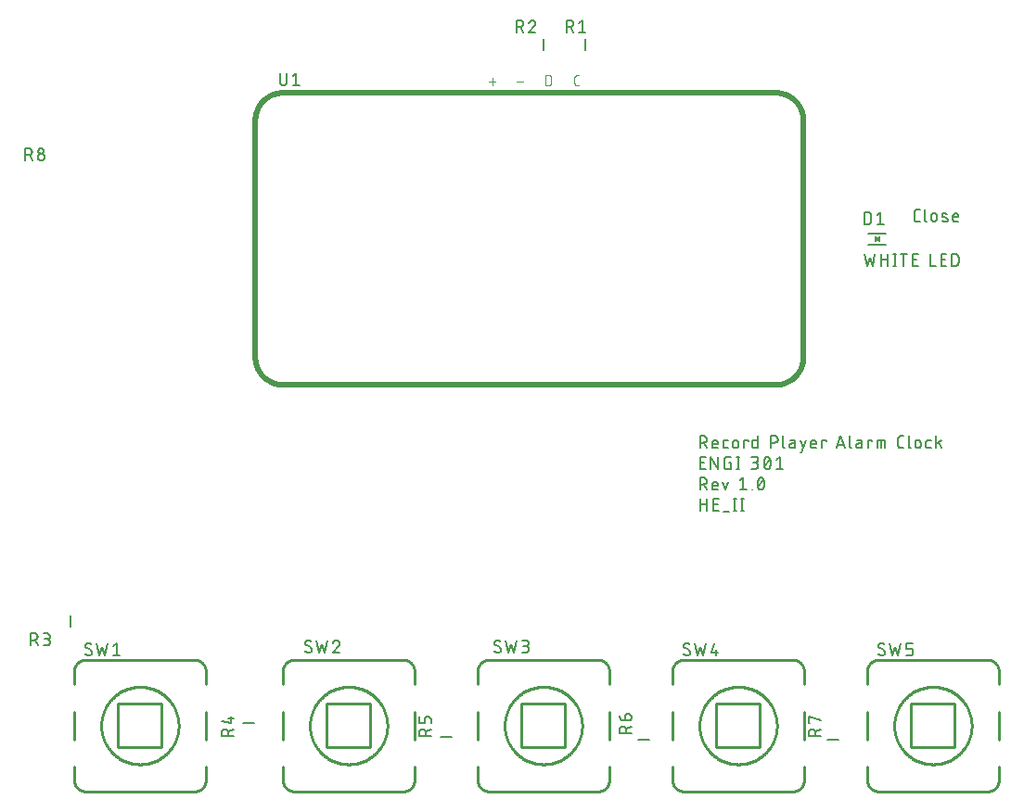
<source format=gbr>
G04 EAGLE Gerber RS-274X export*
G75*
%MOMM*%
%FSLAX34Y34*%
%LPD*%
%INSilkscreen Top*%
%IPPOS*%
%AMOC8*
5,1,8,0,0,1.08239X$1,22.5*%
G01*
%ADD10C,0.152400*%
%ADD11C,0.127000*%
%ADD12C,0.254000*%
%ADD13C,0.508000*%
%ADD14C,0.076200*%

G36*
X810805Y556176D02*
X810805Y556176D01*
X810905Y556175D01*
X810919Y556179D01*
X810931Y556179D01*
X810974Y556197D01*
X811084Y556233D01*
X815084Y558233D01*
X815119Y558259D01*
X815160Y558278D01*
X815209Y558326D01*
X815263Y558367D01*
X815288Y558404D01*
X815319Y558436D01*
X815348Y558498D01*
X815385Y558555D01*
X815395Y558599D01*
X815414Y558639D01*
X815419Y558708D01*
X815434Y558774D01*
X815428Y558819D01*
X815431Y558863D01*
X815412Y558929D01*
X815403Y558997D01*
X815382Y559036D01*
X815370Y559079D01*
X815329Y559134D01*
X815297Y559194D01*
X815263Y559224D01*
X815237Y559260D01*
X815166Y559309D01*
X815128Y559343D01*
X815107Y559351D01*
X815084Y559367D01*
X811084Y561367D01*
X810988Y561395D01*
X810894Y561427D01*
X810881Y561427D01*
X810868Y561431D01*
X810769Y561424D01*
X810669Y561421D01*
X810658Y561416D01*
X810645Y561415D01*
X810554Y561374D01*
X810462Y561336D01*
X810452Y561328D01*
X810440Y561322D01*
X810369Y561252D01*
X810296Y561185D01*
X810290Y561174D01*
X810281Y561164D01*
X810239Y561074D01*
X810193Y560985D01*
X810191Y560971D01*
X810186Y560961D01*
X810183Y560914D01*
X810166Y560800D01*
X810166Y556800D01*
X810183Y556702D01*
X810197Y556603D01*
X810203Y556592D01*
X810205Y556579D01*
X810256Y556493D01*
X810303Y556406D01*
X810313Y556397D01*
X810320Y556386D01*
X810397Y556323D01*
X810472Y556257D01*
X810484Y556253D01*
X810494Y556245D01*
X810588Y556213D01*
X810681Y556177D01*
X810694Y556177D01*
X810706Y556173D01*
X810805Y556176D01*
G37*
D10*
X651002Y367792D02*
X651002Y378968D01*
X654106Y378968D01*
X654217Y378966D01*
X654327Y378960D01*
X654438Y378950D01*
X654548Y378936D01*
X654657Y378919D01*
X654766Y378897D01*
X654874Y378872D01*
X654980Y378842D01*
X655086Y378809D01*
X655191Y378772D01*
X655294Y378732D01*
X655395Y378687D01*
X655495Y378640D01*
X655594Y378588D01*
X655690Y378533D01*
X655784Y378475D01*
X655876Y378414D01*
X655966Y378349D01*
X656054Y378281D01*
X656139Y378210D01*
X656221Y378136D01*
X656301Y378059D01*
X656378Y377979D01*
X656452Y377897D01*
X656523Y377812D01*
X656591Y377724D01*
X656656Y377634D01*
X656717Y377542D01*
X656775Y377448D01*
X656830Y377352D01*
X656882Y377253D01*
X656929Y377153D01*
X656974Y377052D01*
X657014Y376949D01*
X657051Y376844D01*
X657084Y376738D01*
X657114Y376632D01*
X657139Y376524D01*
X657161Y376415D01*
X657178Y376306D01*
X657192Y376196D01*
X657202Y376085D01*
X657208Y375975D01*
X657210Y375864D01*
X657208Y375753D01*
X657202Y375643D01*
X657192Y375532D01*
X657178Y375422D01*
X657161Y375313D01*
X657139Y375204D01*
X657114Y375096D01*
X657084Y374990D01*
X657051Y374884D01*
X657014Y374779D01*
X656974Y374676D01*
X656929Y374575D01*
X656882Y374475D01*
X656830Y374376D01*
X656775Y374280D01*
X656717Y374186D01*
X656656Y374094D01*
X656591Y374004D01*
X656523Y373916D01*
X656452Y373831D01*
X656378Y373749D01*
X656301Y373669D01*
X656221Y373592D01*
X656139Y373518D01*
X656054Y373447D01*
X655966Y373379D01*
X655876Y373314D01*
X655784Y373253D01*
X655690Y373195D01*
X655594Y373140D01*
X655495Y373088D01*
X655395Y373041D01*
X655294Y372996D01*
X655191Y372956D01*
X655086Y372919D01*
X654980Y372886D01*
X654874Y372856D01*
X654766Y372831D01*
X654657Y372809D01*
X654548Y372792D01*
X654438Y372778D01*
X654327Y372768D01*
X654217Y372762D01*
X654106Y372760D01*
X654106Y372759D02*
X651002Y372759D01*
X654727Y372759D02*
X657211Y367792D01*
X664062Y367792D02*
X667166Y367792D01*
X664062Y367792D02*
X663978Y367794D01*
X663895Y367799D01*
X663812Y367809D01*
X663729Y367822D01*
X663647Y367839D01*
X663566Y367859D01*
X663486Y367883D01*
X663407Y367911D01*
X663330Y367942D01*
X663254Y367976D01*
X663179Y368014D01*
X663106Y368056D01*
X663036Y368100D01*
X662967Y368148D01*
X662900Y368198D01*
X662836Y368252D01*
X662775Y368308D01*
X662715Y368368D01*
X662659Y368429D01*
X662605Y368493D01*
X662555Y368560D01*
X662507Y368629D01*
X662463Y368699D01*
X662421Y368772D01*
X662383Y368847D01*
X662349Y368923D01*
X662318Y369000D01*
X662290Y369079D01*
X662266Y369159D01*
X662246Y369240D01*
X662229Y369322D01*
X662216Y369405D01*
X662206Y369488D01*
X662201Y369571D01*
X662199Y369655D01*
X662199Y372759D01*
X662198Y372759D02*
X662200Y372858D01*
X662206Y372956D01*
X662216Y373055D01*
X662229Y373152D01*
X662247Y373250D01*
X662268Y373346D01*
X662294Y373442D01*
X662323Y373536D01*
X662355Y373629D01*
X662392Y373721D01*
X662432Y373811D01*
X662476Y373900D01*
X662523Y373987D01*
X662573Y374072D01*
X662627Y374154D01*
X662684Y374235D01*
X662744Y374313D01*
X662808Y374389D01*
X662874Y374462D01*
X662943Y374533D01*
X663015Y374601D01*
X663090Y374665D01*
X663167Y374727D01*
X663246Y374786D01*
X663328Y374841D01*
X663412Y374894D01*
X663497Y374942D01*
X663585Y374988D01*
X663675Y375030D01*
X663766Y375068D01*
X663858Y375102D01*
X663952Y375133D01*
X664047Y375160D01*
X664143Y375184D01*
X664240Y375203D01*
X664337Y375219D01*
X664435Y375231D01*
X664534Y375239D01*
X664633Y375243D01*
X664731Y375243D01*
X664830Y375239D01*
X664929Y375231D01*
X665027Y375219D01*
X665124Y375203D01*
X665221Y375184D01*
X665317Y375160D01*
X665412Y375133D01*
X665506Y375102D01*
X665598Y375068D01*
X665689Y375030D01*
X665779Y374988D01*
X665867Y374942D01*
X665952Y374894D01*
X666036Y374841D01*
X666118Y374786D01*
X666197Y374727D01*
X666274Y374665D01*
X666349Y374601D01*
X666421Y374533D01*
X666490Y374462D01*
X666556Y374389D01*
X666620Y374313D01*
X666680Y374235D01*
X666737Y374154D01*
X666791Y374072D01*
X666841Y373987D01*
X666888Y373900D01*
X666932Y373811D01*
X666972Y373721D01*
X667009Y373629D01*
X667041Y373536D01*
X667070Y373442D01*
X667096Y373346D01*
X667117Y373250D01*
X667135Y373152D01*
X667148Y373055D01*
X667158Y372956D01*
X667164Y372858D01*
X667166Y372759D01*
X667166Y371517D01*
X662199Y371517D01*
X673984Y367792D02*
X676468Y367792D01*
X673984Y367792D02*
X673900Y367794D01*
X673817Y367799D01*
X673734Y367809D01*
X673651Y367822D01*
X673569Y367839D01*
X673488Y367859D01*
X673408Y367883D01*
X673329Y367911D01*
X673252Y367942D01*
X673176Y367976D01*
X673101Y368014D01*
X673028Y368056D01*
X672958Y368100D01*
X672889Y368148D01*
X672822Y368198D01*
X672758Y368252D01*
X672697Y368308D01*
X672637Y368368D01*
X672581Y368429D01*
X672527Y368493D01*
X672477Y368560D01*
X672429Y368629D01*
X672385Y368699D01*
X672343Y368772D01*
X672305Y368847D01*
X672271Y368923D01*
X672240Y369000D01*
X672212Y369079D01*
X672188Y369159D01*
X672168Y369240D01*
X672151Y369322D01*
X672138Y369405D01*
X672128Y369488D01*
X672123Y369571D01*
X672121Y369655D01*
X672121Y373380D01*
X672123Y373464D01*
X672129Y373547D01*
X672138Y373630D01*
X672151Y373713D01*
X672168Y373795D01*
X672188Y373876D01*
X672212Y373956D01*
X672240Y374035D01*
X672271Y374112D01*
X672305Y374188D01*
X672343Y374263D01*
X672385Y374336D01*
X672429Y374406D01*
X672477Y374475D01*
X672527Y374542D01*
X672581Y374606D01*
X672637Y374667D01*
X672697Y374727D01*
X672758Y374783D01*
X672822Y374837D01*
X672889Y374887D01*
X672958Y374935D01*
X673028Y374979D01*
X673101Y375021D01*
X673176Y375059D01*
X673252Y375093D01*
X673329Y375124D01*
X673408Y375152D01*
X673488Y375176D01*
X673569Y375196D01*
X673651Y375213D01*
X673734Y375226D01*
X673817Y375236D01*
X673900Y375241D01*
X673984Y375243D01*
X676468Y375243D01*
X680868Y372759D02*
X680868Y370276D01*
X680867Y372759D02*
X680869Y372858D01*
X680875Y372956D01*
X680885Y373055D01*
X680898Y373152D01*
X680916Y373250D01*
X680937Y373346D01*
X680963Y373442D01*
X680992Y373536D01*
X681024Y373629D01*
X681061Y373721D01*
X681101Y373811D01*
X681145Y373900D01*
X681192Y373987D01*
X681242Y374072D01*
X681296Y374154D01*
X681353Y374235D01*
X681413Y374313D01*
X681477Y374389D01*
X681543Y374462D01*
X681612Y374533D01*
X681684Y374601D01*
X681759Y374665D01*
X681836Y374727D01*
X681915Y374786D01*
X681997Y374841D01*
X682081Y374894D01*
X682166Y374942D01*
X682254Y374988D01*
X682344Y375030D01*
X682435Y375068D01*
X682527Y375102D01*
X682621Y375133D01*
X682716Y375160D01*
X682812Y375184D01*
X682909Y375203D01*
X683006Y375219D01*
X683104Y375231D01*
X683203Y375239D01*
X683302Y375243D01*
X683400Y375243D01*
X683499Y375239D01*
X683598Y375231D01*
X683696Y375219D01*
X683793Y375203D01*
X683890Y375184D01*
X683986Y375160D01*
X684081Y375133D01*
X684175Y375102D01*
X684267Y375068D01*
X684358Y375030D01*
X684448Y374988D01*
X684536Y374942D01*
X684621Y374894D01*
X684705Y374841D01*
X684787Y374786D01*
X684866Y374727D01*
X684943Y374665D01*
X685018Y374601D01*
X685090Y374533D01*
X685159Y374462D01*
X685225Y374389D01*
X685289Y374313D01*
X685349Y374235D01*
X685406Y374154D01*
X685460Y374072D01*
X685510Y373987D01*
X685557Y373900D01*
X685601Y373811D01*
X685641Y373721D01*
X685678Y373629D01*
X685710Y373536D01*
X685739Y373442D01*
X685765Y373346D01*
X685786Y373250D01*
X685804Y373152D01*
X685817Y373055D01*
X685827Y372956D01*
X685833Y372858D01*
X685835Y372759D01*
X685835Y370276D01*
X685833Y370177D01*
X685827Y370079D01*
X685817Y369980D01*
X685804Y369883D01*
X685786Y369785D01*
X685765Y369689D01*
X685739Y369593D01*
X685710Y369499D01*
X685678Y369406D01*
X685641Y369314D01*
X685601Y369224D01*
X685557Y369135D01*
X685510Y369048D01*
X685460Y368963D01*
X685406Y368881D01*
X685349Y368800D01*
X685289Y368722D01*
X685225Y368646D01*
X685159Y368573D01*
X685090Y368502D01*
X685018Y368434D01*
X684943Y368370D01*
X684866Y368308D01*
X684787Y368249D01*
X684705Y368194D01*
X684621Y368141D01*
X684536Y368093D01*
X684448Y368047D01*
X684358Y368005D01*
X684267Y367967D01*
X684175Y367933D01*
X684081Y367902D01*
X683986Y367875D01*
X683890Y367851D01*
X683793Y367832D01*
X683696Y367816D01*
X683598Y367804D01*
X683499Y367796D01*
X683400Y367792D01*
X683302Y367792D01*
X683203Y367796D01*
X683104Y367804D01*
X683006Y367816D01*
X682909Y367832D01*
X682812Y367851D01*
X682716Y367875D01*
X682621Y367902D01*
X682527Y367933D01*
X682435Y367967D01*
X682344Y368005D01*
X682254Y368047D01*
X682166Y368093D01*
X682081Y368141D01*
X681997Y368194D01*
X681915Y368249D01*
X681836Y368308D01*
X681759Y368370D01*
X681684Y368434D01*
X681612Y368502D01*
X681543Y368573D01*
X681477Y368646D01*
X681413Y368722D01*
X681353Y368800D01*
X681296Y368881D01*
X681242Y368963D01*
X681192Y369048D01*
X681145Y369135D01*
X681101Y369224D01*
X681061Y369314D01*
X681024Y369406D01*
X680992Y369499D01*
X680963Y369593D01*
X680937Y369689D01*
X680916Y369785D01*
X680898Y369883D01*
X680885Y369980D01*
X680875Y370079D01*
X680869Y370177D01*
X680867Y370276D01*
X691238Y367792D02*
X691238Y375243D01*
X694963Y375243D01*
X694963Y374001D01*
X703668Y378968D02*
X703668Y367792D01*
X700564Y367792D01*
X700480Y367794D01*
X700397Y367799D01*
X700314Y367809D01*
X700231Y367822D01*
X700149Y367839D01*
X700068Y367859D01*
X699988Y367883D01*
X699909Y367911D01*
X699832Y367942D01*
X699756Y367976D01*
X699681Y368014D01*
X699608Y368056D01*
X699538Y368100D01*
X699469Y368148D01*
X699402Y368198D01*
X699338Y368252D01*
X699277Y368308D01*
X699217Y368368D01*
X699161Y368429D01*
X699107Y368493D01*
X699057Y368560D01*
X699009Y368629D01*
X698965Y368699D01*
X698923Y368772D01*
X698885Y368847D01*
X698851Y368923D01*
X698820Y369000D01*
X698792Y369079D01*
X698768Y369159D01*
X698748Y369240D01*
X698731Y369322D01*
X698718Y369405D01*
X698708Y369488D01*
X698703Y369571D01*
X698701Y369655D01*
X698701Y373380D01*
X698703Y373464D01*
X698709Y373547D01*
X698718Y373630D01*
X698731Y373713D01*
X698748Y373795D01*
X698768Y373876D01*
X698792Y373956D01*
X698820Y374035D01*
X698851Y374112D01*
X698885Y374188D01*
X698923Y374263D01*
X698965Y374336D01*
X699009Y374406D01*
X699057Y374475D01*
X699107Y374542D01*
X699161Y374606D01*
X699217Y374667D01*
X699277Y374727D01*
X699338Y374783D01*
X699402Y374837D01*
X699469Y374887D01*
X699538Y374935D01*
X699608Y374979D01*
X699681Y375021D01*
X699756Y375059D01*
X699832Y375093D01*
X699909Y375124D01*
X699988Y375152D01*
X700068Y375176D01*
X700149Y375196D01*
X700231Y375213D01*
X700314Y375226D01*
X700397Y375236D01*
X700480Y375241D01*
X700564Y375243D01*
X703668Y375243D01*
X715891Y378968D02*
X715891Y367792D01*
X715891Y378968D02*
X718996Y378968D01*
X719107Y378966D01*
X719217Y378960D01*
X719328Y378950D01*
X719438Y378936D01*
X719547Y378919D01*
X719656Y378897D01*
X719764Y378872D01*
X719870Y378842D01*
X719976Y378809D01*
X720081Y378772D01*
X720184Y378732D01*
X720285Y378687D01*
X720385Y378640D01*
X720484Y378588D01*
X720580Y378533D01*
X720674Y378475D01*
X720766Y378414D01*
X720856Y378349D01*
X720944Y378281D01*
X721029Y378210D01*
X721111Y378136D01*
X721191Y378059D01*
X721268Y377979D01*
X721342Y377897D01*
X721413Y377812D01*
X721481Y377724D01*
X721546Y377634D01*
X721607Y377542D01*
X721665Y377448D01*
X721720Y377352D01*
X721772Y377253D01*
X721819Y377153D01*
X721864Y377052D01*
X721904Y376949D01*
X721941Y376844D01*
X721974Y376738D01*
X722004Y376632D01*
X722029Y376524D01*
X722051Y376415D01*
X722068Y376306D01*
X722082Y376196D01*
X722092Y376085D01*
X722098Y375975D01*
X722100Y375864D01*
X722098Y375753D01*
X722092Y375643D01*
X722082Y375532D01*
X722068Y375422D01*
X722051Y375313D01*
X722029Y375204D01*
X722004Y375096D01*
X721974Y374990D01*
X721941Y374884D01*
X721904Y374779D01*
X721864Y374676D01*
X721819Y374575D01*
X721772Y374475D01*
X721720Y374376D01*
X721665Y374280D01*
X721607Y374186D01*
X721546Y374094D01*
X721481Y374004D01*
X721413Y373916D01*
X721342Y373831D01*
X721268Y373749D01*
X721191Y373669D01*
X721111Y373592D01*
X721029Y373518D01*
X720944Y373447D01*
X720856Y373379D01*
X720766Y373314D01*
X720674Y373253D01*
X720580Y373195D01*
X720484Y373140D01*
X720385Y373088D01*
X720285Y373041D01*
X720184Y372996D01*
X720081Y372956D01*
X719976Y372919D01*
X719870Y372886D01*
X719764Y372856D01*
X719656Y372831D01*
X719547Y372809D01*
X719438Y372792D01*
X719328Y372778D01*
X719217Y372768D01*
X719107Y372762D01*
X718996Y372760D01*
X718996Y372759D02*
X715891Y372759D01*
X726679Y369655D02*
X726679Y378968D01*
X726679Y369655D02*
X726681Y369571D01*
X726686Y369488D01*
X726696Y369405D01*
X726709Y369322D01*
X726726Y369240D01*
X726746Y369159D01*
X726770Y369079D01*
X726798Y369000D01*
X726829Y368923D01*
X726863Y368847D01*
X726901Y368772D01*
X726943Y368699D01*
X726987Y368629D01*
X727035Y368560D01*
X727085Y368493D01*
X727139Y368429D01*
X727195Y368368D01*
X727255Y368308D01*
X727316Y368252D01*
X727380Y368198D01*
X727447Y368148D01*
X727516Y368100D01*
X727586Y368056D01*
X727659Y368014D01*
X727734Y367976D01*
X727810Y367942D01*
X727887Y367911D01*
X727966Y367883D01*
X728046Y367859D01*
X728127Y367839D01*
X728209Y367822D01*
X728292Y367809D01*
X728375Y367799D01*
X728458Y367794D01*
X728542Y367792D01*
X734783Y372138D02*
X737577Y372138D01*
X734783Y372138D02*
X734691Y372136D01*
X734599Y372130D01*
X734507Y372120D01*
X734416Y372107D01*
X734325Y372089D01*
X734235Y372068D01*
X734147Y372043D01*
X734059Y372014D01*
X733973Y371981D01*
X733888Y371945D01*
X733805Y371905D01*
X733723Y371862D01*
X733644Y371815D01*
X733566Y371765D01*
X733491Y371712D01*
X733418Y371656D01*
X733347Y371596D01*
X733279Y371534D01*
X733214Y371469D01*
X733152Y371401D01*
X733092Y371330D01*
X733036Y371257D01*
X732983Y371182D01*
X732933Y371104D01*
X732886Y371025D01*
X732843Y370943D01*
X732803Y370860D01*
X732767Y370775D01*
X732734Y370689D01*
X732705Y370601D01*
X732680Y370513D01*
X732659Y370423D01*
X732641Y370332D01*
X732628Y370241D01*
X732618Y370149D01*
X732612Y370057D01*
X732610Y369965D01*
X732612Y369873D01*
X732618Y369781D01*
X732628Y369689D01*
X732641Y369598D01*
X732659Y369507D01*
X732680Y369417D01*
X732705Y369329D01*
X732734Y369241D01*
X732767Y369155D01*
X732803Y369070D01*
X732843Y368987D01*
X732886Y368905D01*
X732933Y368826D01*
X732983Y368748D01*
X733036Y368673D01*
X733092Y368600D01*
X733152Y368529D01*
X733214Y368461D01*
X733279Y368396D01*
X733347Y368334D01*
X733418Y368274D01*
X733491Y368218D01*
X733566Y368165D01*
X733644Y368115D01*
X733723Y368068D01*
X733805Y368025D01*
X733888Y367985D01*
X733973Y367949D01*
X734059Y367916D01*
X734147Y367887D01*
X734235Y367862D01*
X734325Y367841D01*
X734416Y367823D01*
X734507Y367810D01*
X734599Y367800D01*
X734691Y367794D01*
X734783Y367792D01*
X737577Y367792D01*
X737577Y373380D01*
X737575Y373464D01*
X737570Y373547D01*
X737560Y373630D01*
X737547Y373713D01*
X737530Y373795D01*
X737510Y373876D01*
X737486Y373956D01*
X737458Y374035D01*
X737427Y374112D01*
X737393Y374188D01*
X737355Y374263D01*
X737313Y374336D01*
X737269Y374406D01*
X737221Y374475D01*
X737171Y374542D01*
X737117Y374606D01*
X737061Y374667D01*
X737001Y374727D01*
X736940Y374783D01*
X736876Y374837D01*
X736809Y374887D01*
X736740Y374935D01*
X736670Y374979D01*
X736597Y375021D01*
X736522Y375059D01*
X736446Y375093D01*
X736369Y375124D01*
X736290Y375152D01*
X736210Y375176D01*
X736129Y375196D01*
X736047Y375213D01*
X735964Y375226D01*
X735881Y375236D01*
X735798Y375241D01*
X735714Y375243D01*
X733231Y375243D01*
X742590Y364067D02*
X743831Y364067D01*
X747557Y375243D01*
X742590Y375243D02*
X745073Y367792D01*
X753977Y367792D02*
X757082Y367792D01*
X753977Y367792D02*
X753893Y367794D01*
X753810Y367799D01*
X753727Y367809D01*
X753644Y367822D01*
X753562Y367839D01*
X753481Y367859D01*
X753401Y367883D01*
X753322Y367911D01*
X753245Y367942D01*
X753169Y367976D01*
X753094Y368014D01*
X753021Y368056D01*
X752951Y368100D01*
X752882Y368148D01*
X752815Y368198D01*
X752751Y368252D01*
X752690Y368308D01*
X752630Y368368D01*
X752574Y368429D01*
X752520Y368493D01*
X752470Y368560D01*
X752422Y368629D01*
X752378Y368699D01*
X752336Y368772D01*
X752298Y368847D01*
X752264Y368923D01*
X752233Y369000D01*
X752205Y369079D01*
X752181Y369159D01*
X752161Y369240D01*
X752144Y369322D01*
X752131Y369405D01*
X752121Y369488D01*
X752116Y369571D01*
X752114Y369655D01*
X752115Y369655D02*
X752115Y372759D01*
X752114Y372759D02*
X752116Y372858D01*
X752122Y372956D01*
X752132Y373055D01*
X752145Y373152D01*
X752163Y373250D01*
X752184Y373346D01*
X752210Y373442D01*
X752239Y373536D01*
X752271Y373629D01*
X752308Y373721D01*
X752348Y373811D01*
X752392Y373900D01*
X752439Y373987D01*
X752489Y374072D01*
X752543Y374154D01*
X752600Y374235D01*
X752660Y374313D01*
X752724Y374389D01*
X752790Y374462D01*
X752859Y374533D01*
X752931Y374601D01*
X753006Y374665D01*
X753083Y374727D01*
X753162Y374786D01*
X753244Y374841D01*
X753328Y374894D01*
X753413Y374942D01*
X753501Y374988D01*
X753591Y375030D01*
X753682Y375068D01*
X753774Y375102D01*
X753868Y375133D01*
X753963Y375160D01*
X754059Y375184D01*
X754156Y375203D01*
X754253Y375219D01*
X754351Y375231D01*
X754450Y375239D01*
X754549Y375243D01*
X754647Y375243D01*
X754746Y375239D01*
X754845Y375231D01*
X754943Y375219D01*
X755040Y375203D01*
X755137Y375184D01*
X755233Y375160D01*
X755328Y375133D01*
X755422Y375102D01*
X755514Y375068D01*
X755605Y375030D01*
X755695Y374988D01*
X755783Y374942D01*
X755868Y374894D01*
X755952Y374841D01*
X756034Y374786D01*
X756113Y374727D01*
X756190Y374665D01*
X756265Y374601D01*
X756337Y374533D01*
X756406Y374462D01*
X756472Y374389D01*
X756536Y374313D01*
X756596Y374235D01*
X756653Y374154D01*
X756707Y374072D01*
X756757Y373987D01*
X756804Y373900D01*
X756848Y373811D01*
X756888Y373721D01*
X756925Y373629D01*
X756957Y373536D01*
X756986Y373442D01*
X757012Y373346D01*
X757033Y373250D01*
X757051Y373152D01*
X757064Y373055D01*
X757074Y372956D01*
X757080Y372858D01*
X757082Y372759D01*
X757082Y371517D01*
X752115Y371517D01*
X762485Y367792D02*
X762485Y375243D01*
X766210Y375243D01*
X766210Y374001D01*
X775638Y367792D02*
X779363Y378968D01*
X783088Y367792D01*
X782157Y370586D02*
X776569Y370586D01*
X787639Y369655D02*
X787639Y378968D01*
X787639Y369655D02*
X787641Y369571D01*
X787646Y369488D01*
X787656Y369405D01*
X787669Y369322D01*
X787686Y369240D01*
X787706Y369159D01*
X787730Y369079D01*
X787758Y369000D01*
X787789Y368923D01*
X787823Y368847D01*
X787861Y368772D01*
X787903Y368699D01*
X787947Y368629D01*
X787995Y368560D01*
X788045Y368493D01*
X788099Y368429D01*
X788155Y368368D01*
X788215Y368308D01*
X788276Y368252D01*
X788340Y368198D01*
X788407Y368148D01*
X788476Y368100D01*
X788546Y368056D01*
X788619Y368014D01*
X788694Y367976D01*
X788770Y367942D01*
X788847Y367911D01*
X788926Y367883D01*
X789006Y367859D01*
X789087Y367839D01*
X789169Y367822D01*
X789252Y367809D01*
X789335Y367799D01*
X789418Y367794D01*
X789502Y367792D01*
X795743Y372138D02*
X798537Y372138D01*
X795743Y372138D02*
X795651Y372136D01*
X795559Y372130D01*
X795467Y372120D01*
X795376Y372107D01*
X795285Y372089D01*
X795195Y372068D01*
X795107Y372043D01*
X795019Y372014D01*
X794933Y371981D01*
X794848Y371945D01*
X794765Y371905D01*
X794683Y371862D01*
X794604Y371815D01*
X794526Y371765D01*
X794451Y371712D01*
X794378Y371656D01*
X794307Y371596D01*
X794239Y371534D01*
X794174Y371469D01*
X794112Y371401D01*
X794052Y371330D01*
X793996Y371257D01*
X793943Y371182D01*
X793893Y371104D01*
X793846Y371025D01*
X793803Y370943D01*
X793763Y370860D01*
X793727Y370775D01*
X793694Y370689D01*
X793665Y370601D01*
X793640Y370513D01*
X793619Y370423D01*
X793601Y370332D01*
X793588Y370241D01*
X793578Y370149D01*
X793572Y370057D01*
X793570Y369965D01*
X793572Y369873D01*
X793578Y369781D01*
X793588Y369689D01*
X793601Y369598D01*
X793619Y369507D01*
X793640Y369417D01*
X793665Y369329D01*
X793694Y369241D01*
X793727Y369155D01*
X793763Y369070D01*
X793803Y368987D01*
X793846Y368905D01*
X793893Y368826D01*
X793943Y368748D01*
X793996Y368673D01*
X794052Y368600D01*
X794112Y368529D01*
X794174Y368461D01*
X794239Y368396D01*
X794307Y368334D01*
X794378Y368274D01*
X794451Y368218D01*
X794526Y368165D01*
X794604Y368115D01*
X794683Y368068D01*
X794765Y368025D01*
X794848Y367985D01*
X794933Y367949D01*
X795019Y367916D01*
X795107Y367887D01*
X795195Y367862D01*
X795285Y367841D01*
X795376Y367823D01*
X795467Y367810D01*
X795559Y367800D01*
X795651Y367794D01*
X795743Y367792D01*
X798537Y367792D01*
X798537Y373380D01*
X798535Y373464D01*
X798530Y373547D01*
X798520Y373630D01*
X798507Y373713D01*
X798490Y373795D01*
X798470Y373876D01*
X798446Y373956D01*
X798418Y374035D01*
X798387Y374112D01*
X798353Y374188D01*
X798315Y374263D01*
X798273Y374336D01*
X798229Y374406D01*
X798181Y374475D01*
X798131Y374542D01*
X798077Y374606D01*
X798021Y374667D01*
X797961Y374727D01*
X797900Y374783D01*
X797836Y374837D01*
X797769Y374887D01*
X797700Y374935D01*
X797630Y374979D01*
X797557Y375021D01*
X797482Y375059D01*
X797406Y375093D01*
X797329Y375124D01*
X797250Y375152D01*
X797170Y375176D01*
X797089Y375196D01*
X797007Y375213D01*
X796924Y375226D01*
X796841Y375236D01*
X796758Y375241D01*
X796674Y375243D01*
X794191Y375243D01*
X804394Y375243D02*
X804394Y367792D01*
X804394Y375243D02*
X808120Y375243D01*
X808120Y374001D01*
X812595Y375243D02*
X812595Y367792D01*
X812595Y375243D02*
X818183Y375243D01*
X818267Y375241D01*
X818350Y375236D01*
X818433Y375226D01*
X818516Y375213D01*
X818598Y375196D01*
X818679Y375176D01*
X818759Y375152D01*
X818838Y375124D01*
X818915Y375093D01*
X818991Y375059D01*
X819066Y375021D01*
X819139Y374979D01*
X819209Y374935D01*
X819278Y374887D01*
X819345Y374837D01*
X819409Y374783D01*
X819470Y374727D01*
X819530Y374667D01*
X819586Y374606D01*
X819640Y374542D01*
X819690Y374475D01*
X819738Y374406D01*
X819782Y374336D01*
X819824Y374263D01*
X819862Y374188D01*
X819896Y374112D01*
X819927Y374035D01*
X819955Y373956D01*
X819979Y373876D01*
X819999Y373795D01*
X820016Y373713D01*
X820029Y373630D01*
X820039Y373547D01*
X820044Y373464D01*
X820046Y373380D01*
X820045Y373380D02*
X820045Y367792D01*
X816320Y367792D02*
X816320Y375243D01*
X834326Y367792D02*
X836810Y367792D01*
X834326Y367792D02*
X834228Y367794D01*
X834131Y367800D01*
X834034Y367809D01*
X833937Y367823D01*
X833841Y367840D01*
X833746Y367861D01*
X833652Y367885D01*
X833558Y367914D01*
X833466Y367946D01*
X833375Y367981D01*
X833286Y368020D01*
X833198Y368063D01*
X833112Y368109D01*
X833028Y368158D01*
X832946Y368211D01*
X832866Y368266D01*
X832788Y368325D01*
X832713Y368387D01*
X832640Y368452D01*
X832570Y368520D01*
X832502Y368590D01*
X832437Y368663D01*
X832375Y368738D01*
X832316Y368816D01*
X832261Y368896D01*
X832208Y368978D01*
X832159Y369062D01*
X832113Y369148D01*
X832070Y369236D01*
X832031Y369325D01*
X831996Y369416D01*
X831964Y369508D01*
X831935Y369602D01*
X831911Y369696D01*
X831890Y369791D01*
X831873Y369887D01*
X831859Y369984D01*
X831850Y370081D01*
X831844Y370178D01*
X831842Y370276D01*
X831843Y370276D02*
X831843Y376484D01*
X831842Y376484D02*
X831844Y376582D01*
X831850Y376679D01*
X831859Y376776D01*
X831873Y376873D01*
X831890Y376969D01*
X831911Y377064D01*
X831935Y377158D01*
X831964Y377252D01*
X831996Y377344D01*
X832031Y377435D01*
X832070Y377524D01*
X832113Y377612D01*
X832159Y377698D01*
X832208Y377782D01*
X832261Y377864D01*
X832316Y377944D01*
X832375Y378022D01*
X832437Y378097D01*
X832502Y378170D01*
X832570Y378240D01*
X832640Y378308D01*
X832713Y378373D01*
X832788Y378435D01*
X832866Y378494D01*
X832946Y378549D01*
X833028Y378602D01*
X833112Y378651D01*
X833198Y378697D01*
X833286Y378740D01*
X833375Y378779D01*
X833466Y378814D01*
X833558Y378846D01*
X833652Y378875D01*
X833746Y378899D01*
X833841Y378920D01*
X833937Y378937D01*
X834034Y378951D01*
X834131Y378960D01*
X834228Y378966D01*
X834326Y378968D01*
X836810Y378968D01*
X841360Y378968D02*
X841360Y369655D01*
X841362Y369571D01*
X841367Y369488D01*
X841377Y369405D01*
X841390Y369322D01*
X841407Y369240D01*
X841427Y369159D01*
X841451Y369079D01*
X841479Y369000D01*
X841510Y368923D01*
X841544Y368847D01*
X841582Y368772D01*
X841624Y368699D01*
X841668Y368629D01*
X841716Y368560D01*
X841766Y368493D01*
X841820Y368429D01*
X841876Y368368D01*
X841936Y368308D01*
X841997Y368252D01*
X842061Y368198D01*
X842128Y368148D01*
X842197Y368100D01*
X842267Y368056D01*
X842340Y368014D01*
X842415Y367976D01*
X842491Y367942D01*
X842568Y367911D01*
X842647Y367883D01*
X842727Y367859D01*
X842808Y367839D01*
X842890Y367822D01*
X842973Y367809D01*
X843056Y367799D01*
X843139Y367794D01*
X843223Y367792D01*
X847364Y370276D02*
X847364Y372759D01*
X847366Y372858D01*
X847372Y372956D01*
X847382Y373055D01*
X847395Y373152D01*
X847413Y373250D01*
X847434Y373346D01*
X847460Y373442D01*
X847489Y373536D01*
X847521Y373629D01*
X847558Y373721D01*
X847598Y373811D01*
X847642Y373900D01*
X847689Y373987D01*
X847739Y374072D01*
X847793Y374154D01*
X847850Y374235D01*
X847910Y374313D01*
X847974Y374389D01*
X848040Y374462D01*
X848109Y374533D01*
X848181Y374601D01*
X848256Y374665D01*
X848333Y374727D01*
X848412Y374786D01*
X848494Y374841D01*
X848578Y374894D01*
X848663Y374942D01*
X848751Y374988D01*
X848841Y375030D01*
X848932Y375068D01*
X849024Y375102D01*
X849118Y375133D01*
X849213Y375160D01*
X849309Y375184D01*
X849406Y375203D01*
X849503Y375219D01*
X849601Y375231D01*
X849700Y375239D01*
X849799Y375243D01*
X849897Y375243D01*
X849996Y375239D01*
X850095Y375231D01*
X850193Y375219D01*
X850290Y375203D01*
X850387Y375184D01*
X850483Y375160D01*
X850578Y375133D01*
X850672Y375102D01*
X850764Y375068D01*
X850855Y375030D01*
X850945Y374988D01*
X851033Y374942D01*
X851118Y374894D01*
X851202Y374841D01*
X851284Y374786D01*
X851363Y374727D01*
X851440Y374665D01*
X851515Y374601D01*
X851587Y374533D01*
X851656Y374462D01*
X851722Y374389D01*
X851786Y374313D01*
X851846Y374235D01*
X851903Y374154D01*
X851957Y374072D01*
X852007Y373987D01*
X852054Y373900D01*
X852098Y373811D01*
X852138Y373721D01*
X852175Y373629D01*
X852207Y373536D01*
X852236Y373442D01*
X852262Y373346D01*
X852283Y373250D01*
X852301Y373152D01*
X852314Y373055D01*
X852324Y372956D01*
X852330Y372858D01*
X852332Y372759D01*
X852331Y372759D02*
X852331Y370276D01*
X852332Y370276D02*
X852330Y370177D01*
X852324Y370079D01*
X852314Y369980D01*
X852301Y369883D01*
X852283Y369785D01*
X852262Y369689D01*
X852236Y369593D01*
X852207Y369499D01*
X852175Y369406D01*
X852138Y369314D01*
X852098Y369224D01*
X852054Y369135D01*
X852007Y369048D01*
X851957Y368963D01*
X851903Y368881D01*
X851846Y368800D01*
X851786Y368722D01*
X851722Y368646D01*
X851656Y368573D01*
X851587Y368502D01*
X851515Y368434D01*
X851440Y368370D01*
X851363Y368308D01*
X851284Y368249D01*
X851202Y368194D01*
X851118Y368141D01*
X851033Y368093D01*
X850945Y368047D01*
X850855Y368005D01*
X850764Y367967D01*
X850672Y367933D01*
X850578Y367902D01*
X850483Y367875D01*
X850387Y367851D01*
X850290Y367832D01*
X850193Y367816D01*
X850095Y367804D01*
X849996Y367796D01*
X849897Y367792D01*
X849799Y367792D01*
X849700Y367796D01*
X849601Y367804D01*
X849503Y367816D01*
X849406Y367832D01*
X849309Y367851D01*
X849213Y367875D01*
X849118Y367902D01*
X849024Y367933D01*
X848932Y367967D01*
X848841Y368005D01*
X848751Y368047D01*
X848663Y368093D01*
X848578Y368141D01*
X848494Y368194D01*
X848412Y368249D01*
X848333Y368308D01*
X848256Y368370D01*
X848181Y368434D01*
X848109Y368502D01*
X848040Y368573D01*
X847974Y368646D01*
X847910Y368722D01*
X847850Y368800D01*
X847793Y368881D01*
X847739Y368963D01*
X847689Y369048D01*
X847642Y369135D01*
X847598Y369224D01*
X847558Y369314D01*
X847521Y369406D01*
X847489Y369499D01*
X847460Y369593D01*
X847434Y369689D01*
X847413Y369785D01*
X847395Y369883D01*
X847382Y369980D01*
X847372Y370079D01*
X847366Y370177D01*
X847364Y370276D01*
X859149Y367792D02*
X861633Y367792D01*
X859149Y367792D02*
X859065Y367794D01*
X858982Y367799D01*
X858899Y367809D01*
X858816Y367822D01*
X858734Y367839D01*
X858653Y367859D01*
X858573Y367883D01*
X858494Y367911D01*
X858417Y367942D01*
X858341Y367976D01*
X858266Y368014D01*
X858193Y368056D01*
X858123Y368100D01*
X858054Y368148D01*
X857987Y368198D01*
X857923Y368252D01*
X857862Y368308D01*
X857802Y368368D01*
X857746Y368429D01*
X857692Y368493D01*
X857642Y368560D01*
X857594Y368629D01*
X857550Y368699D01*
X857508Y368772D01*
X857470Y368847D01*
X857436Y368923D01*
X857405Y369000D01*
X857377Y369079D01*
X857353Y369159D01*
X857333Y369240D01*
X857316Y369322D01*
X857303Y369405D01*
X857293Y369488D01*
X857288Y369571D01*
X857286Y369655D01*
X857287Y369655D02*
X857287Y373380D01*
X857286Y373380D02*
X857288Y373464D01*
X857294Y373547D01*
X857303Y373630D01*
X857316Y373713D01*
X857333Y373795D01*
X857353Y373876D01*
X857377Y373956D01*
X857405Y374035D01*
X857436Y374112D01*
X857470Y374188D01*
X857508Y374263D01*
X857550Y374336D01*
X857594Y374406D01*
X857642Y374475D01*
X857692Y374542D01*
X857746Y374606D01*
X857802Y374667D01*
X857862Y374727D01*
X857923Y374783D01*
X857987Y374837D01*
X858054Y374887D01*
X858123Y374935D01*
X858193Y374979D01*
X858266Y375021D01*
X858341Y375059D01*
X858417Y375093D01*
X858494Y375124D01*
X858573Y375152D01*
X858653Y375176D01*
X858734Y375196D01*
X858816Y375213D01*
X858899Y375226D01*
X858982Y375236D01*
X859065Y375241D01*
X859149Y375243D01*
X861633Y375243D01*
X866584Y378968D02*
X866584Y367792D01*
X866584Y371517D02*
X871551Y375243D01*
X868757Y373070D02*
X871551Y367792D01*
X655969Y348742D02*
X651002Y348742D01*
X651002Y359918D01*
X655969Y359918D01*
X654727Y354951D02*
X651002Y354951D01*
X660880Y359918D02*
X660880Y348742D01*
X667089Y348742D02*
X660880Y359918D01*
X667089Y359918D02*
X667089Y348742D01*
X677418Y354951D02*
X679281Y354951D01*
X679281Y348742D01*
X675555Y348742D01*
X675457Y348744D01*
X675360Y348750D01*
X675263Y348759D01*
X675166Y348773D01*
X675070Y348790D01*
X674975Y348811D01*
X674881Y348835D01*
X674787Y348864D01*
X674695Y348896D01*
X674604Y348931D01*
X674515Y348970D01*
X674427Y349013D01*
X674341Y349059D01*
X674257Y349108D01*
X674175Y349161D01*
X674095Y349216D01*
X674017Y349275D01*
X673942Y349337D01*
X673869Y349402D01*
X673799Y349470D01*
X673731Y349540D01*
X673666Y349613D01*
X673604Y349688D01*
X673545Y349766D01*
X673490Y349846D01*
X673437Y349928D01*
X673388Y350012D01*
X673342Y350098D01*
X673299Y350186D01*
X673260Y350275D01*
X673225Y350366D01*
X673193Y350458D01*
X673164Y350552D01*
X673140Y350646D01*
X673119Y350741D01*
X673102Y350837D01*
X673088Y350934D01*
X673079Y351031D01*
X673073Y351128D01*
X673071Y351226D01*
X673072Y351226D02*
X673072Y357434D01*
X673071Y357434D02*
X673073Y357532D01*
X673079Y357629D01*
X673088Y357726D01*
X673102Y357823D01*
X673119Y357919D01*
X673140Y358014D01*
X673164Y358108D01*
X673193Y358202D01*
X673225Y358294D01*
X673260Y358385D01*
X673299Y358474D01*
X673342Y358562D01*
X673388Y358648D01*
X673437Y358732D01*
X673490Y358814D01*
X673545Y358894D01*
X673604Y358972D01*
X673666Y359047D01*
X673731Y359120D01*
X673799Y359190D01*
X673869Y359258D01*
X673942Y359323D01*
X674017Y359385D01*
X674095Y359444D01*
X674175Y359499D01*
X674257Y359552D01*
X674341Y359601D01*
X674427Y359647D01*
X674515Y359690D01*
X674604Y359729D01*
X674695Y359764D01*
X674787Y359796D01*
X674881Y359825D01*
X674975Y359849D01*
X675070Y359870D01*
X675166Y359887D01*
X675263Y359901D01*
X675360Y359910D01*
X675457Y359916D01*
X675555Y359918D01*
X679281Y359918D01*
X685701Y359918D02*
X685701Y348742D01*
X684459Y348742D02*
X686943Y348742D01*
X686943Y359918D02*
X684459Y359918D01*
X697837Y348742D02*
X700941Y348742D01*
X701052Y348744D01*
X701162Y348750D01*
X701273Y348760D01*
X701383Y348774D01*
X701492Y348791D01*
X701601Y348813D01*
X701709Y348838D01*
X701815Y348868D01*
X701921Y348901D01*
X702026Y348938D01*
X702129Y348978D01*
X702230Y349023D01*
X702330Y349070D01*
X702429Y349122D01*
X702525Y349177D01*
X702619Y349235D01*
X702711Y349296D01*
X702801Y349361D01*
X702889Y349429D01*
X702974Y349500D01*
X703056Y349574D01*
X703136Y349651D01*
X703213Y349731D01*
X703287Y349813D01*
X703358Y349898D01*
X703426Y349986D01*
X703491Y350076D01*
X703552Y350168D01*
X703610Y350262D01*
X703665Y350358D01*
X703717Y350457D01*
X703764Y350557D01*
X703809Y350658D01*
X703849Y350761D01*
X703886Y350866D01*
X703919Y350972D01*
X703949Y351078D01*
X703974Y351186D01*
X703996Y351295D01*
X704013Y351404D01*
X704027Y351514D01*
X704037Y351625D01*
X704043Y351735D01*
X704045Y351846D01*
X704043Y351957D01*
X704037Y352067D01*
X704027Y352178D01*
X704013Y352288D01*
X703996Y352397D01*
X703974Y352506D01*
X703949Y352614D01*
X703919Y352720D01*
X703886Y352826D01*
X703849Y352931D01*
X703809Y353034D01*
X703764Y353135D01*
X703717Y353235D01*
X703665Y353334D01*
X703610Y353430D01*
X703552Y353524D01*
X703491Y353616D01*
X703426Y353706D01*
X703358Y353794D01*
X703287Y353879D01*
X703213Y353961D01*
X703136Y354041D01*
X703056Y354118D01*
X702974Y354192D01*
X702889Y354263D01*
X702801Y354331D01*
X702711Y354396D01*
X702619Y354457D01*
X702525Y354515D01*
X702429Y354570D01*
X702330Y354622D01*
X702230Y354669D01*
X702129Y354714D01*
X702026Y354754D01*
X701921Y354791D01*
X701815Y354824D01*
X701709Y354854D01*
X701601Y354879D01*
X701492Y354901D01*
X701383Y354918D01*
X701273Y354932D01*
X701162Y354942D01*
X701052Y354948D01*
X700941Y354950D01*
X701562Y359918D02*
X697837Y359918D01*
X701562Y359918D02*
X701661Y359916D01*
X701759Y359910D01*
X701858Y359900D01*
X701955Y359887D01*
X702053Y359869D01*
X702149Y359848D01*
X702245Y359822D01*
X702339Y359793D01*
X702432Y359761D01*
X702524Y359724D01*
X702614Y359684D01*
X702703Y359640D01*
X702790Y359593D01*
X702875Y359543D01*
X702957Y359489D01*
X703038Y359432D01*
X703116Y359372D01*
X703192Y359308D01*
X703265Y359242D01*
X703336Y359173D01*
X703404Y359101D01*
X703468Y359026D01*
X703530Y358949D01*
X703589Y358870D01*
X703644Y358788D01*
X703697Y358704D01*
X703745Y358619D01*
X703791Y358531D01*
X703833Y358441D01*
X703871Y358350D01*
X703905Y358258D01*
X703936Y358164D01*
X703963Y358069D01*
X703987Y357973D01*
X704006Y357876D01*
X704022Y357779D01*
X704034Y357681D01*
X704042Y357582D01*
X704046Y357483D01*
X704046Y357385D01*
X704042Y357286D01*
X704034Y357187D01*
X704022Y357089D01*
X704006Y356992D01*
X703987Y356895D01*
X703963Y356799D01*
X703936Y356704D01*
X703905Y356610D01*
X703871Y356518D01*
X703833Y356427D01*
X703791Y356337D01*
X703745Y356249D01*
X703697Y356164D01*
X703644Y356080D01*
X703589Y355998D01*
X703530Y355919D01*
X703468Y355842D01*
X703404Y355767D01*
X703336Y355695D01*
X703265Y355626D01*
X703192Y355560D01*
X703116Y355496D01*
X703038Y355436D01*
X702957Y355379D01*
X702875Y355325D01*
X702790Y355275D01*
X702703Y355228D01*
X702614Y355184D01*
X702524Y355144D01*
X702432Y355107D01*
X702339Y355075D01*
X702245Y355046D01*
X702149Y355020D01*
X702053Y354999D01*
X701955Y354981D01*
X701858Y354968D01*
X701759Y354958D01*
X701661Y354952D01*
X701562Y354950D01*
X701562Y354951D02*
X699078Y354951D01*
X709267Y354330D02*
X709270Y354550D01*
X709277Y354770D01*
X709291Y354989D01*
X709309Y355208D01*
X709333Y355427D01*
X709361Y355645D01*
X709395Y355862D01*
X709434Y356078D01*
X709479Y356294D01*
X709528Y356508D01*
X709583Y356721D01*
X709642Y356933D01*
X709707Y357143D01*
X709777Y357351D01*
X709851Y357558D01*
X709931Y357763D01*
X710015Y357966D01*
X710104Y358167D01*
X710198Y358366D01*
X710231Y358455D01*
X710267Y358543D01*
X710307Y358629D01*
X710350Y358714D01*
X710397Y358796D01*
X710448Y358877D01*
X710501Y358955D01*
X710558Y359031D01*
X710618Y359105D01*
X710681Y359176D01*
X710746Y359245D01*
X710815Y359311D01*
X710886Y359373D01*
X710960Y359433D01*
X711036Y359490D01*
X711114Y359544D01*
X711195Y359594D01*
X711277Y359641D01*
X711362Y359684D01*
X711448Y359724D01*
X711536Y359761D01*
X711625Y359793D01*
X711715Y359822D01*
X711807Y359848D01*
X711899Y359869D01*
X711993Y359887D01*
X712087Y359900D01*
X712181Y359910D01*
X712276Y359916D01*
X712371Y359918D01*
X712466Y359916D01*
X712561Y359910D01*
X712655Y359900D01*
X712749Y359887D01*
X712843Y359869D01*
X712935Y359848D01*
X713027Y359822D01*
X713117Y359793D01*
X713206Y359761D01*
X713294Y359724D01*
X713380Y359684D01*
X713465Y359641D01*
X713547Y359594D01*
X713628Y359544D01*
X713706Y359490D01*
X713782Y359433D01*
X713856Y359373D01*
X713927Y359311D01*
X713996Y359245D01*
X714061Y359176D01*
X714124Y359105D01*
X714184Y359031D01*
X714241Y358955D01*
X714294Y358877D01*
X714345Y358796D01*
X714392Y358713D01*
X714435Y358629D01*
X714475Y358543D01*
X714511Y358455D01*
X714544Y358366D01*
X714545Y358366D02*
X714639Y358167D01*
X714728Y357966D01*
X714812Y357763D01*
X714892Y357558D01*
X714966Y357351D01*
X715036Y357143D01*
X715101Y356933D01*
X715160Y356721D01*
X715215Y356508D01*
X715264Y356294D01*
X715309Y356078D01*
X715348Y355862D01*
X715382Y355645D01*
X715410Y355427D01*
X715434Y355208D01*
X715452Y354989D01*
X715466Y354770D01*
X715473Y354550D01*
X715476Y354330D01*
X709267Y354330D02*
X709270Y354110D01*
X709277Y353890D01*
X709291Y353671D01*
X709309Y353452D01*
X709333Y353233D01*
X709361Y353015D01*
X709395Y352798D01*
X709434Y352582D01*
X709479Y352366D01*
X709528Y352152D01*
X709583Y351939D01*
X709642Y351728D01*
X709707Y351517D01*
X709777Y351309D01*
X709851Y351102D01*
X709931Y350897D01*
X710015Y350694D01*
X710104Y350493D01*
X710198Y350294D01*
X710231Y350205D01*
X710267Y350117D01*
X710307Y350031D01*
X710350Y349946D01*
X710397Y349864D01*
X710448Y349783D01*
X710501Y349705D01*
X710558Y349629D01*
X710618Y349555D01*
X710681Y349484D01*
X710746Y349415D01*
X710815Y349349D01*
X710886Y349287D01*
X710960Y349227D01*
X711036Y349170D01*
X711114Y349116D01*
X711195Y349066D01*
X711277Y349019D01*
X711362Y348976D01*
X711448Y348936D01*
X711536Y348899D01*
X711625Y348867D01*
X711715Y348838D01*
X711807Y348812D01*
X711899Y348791D01*
X711993Y348773D01*
X712087Y348760D01*
X712181Y348750D01*
X712276Y348744D01*
X712371Y348742D01*
X714545Y350294D02*
X714639Y350493D01*
X714728Y350694D01*
X714812Y350897D01*
X714892Y351102D01*
X714966Y351309D01*
X715036Y351517D01*
X715101Y351727D01*
X715160Y351939D01*
X715215Y352152D01*
X715264Y352366D01*
X715309Y352582D01*
X715348Y352798D01*
X715382Y353015D01*
X715410Y353233D01*
X715434Y353452D01*
X715452Y353671D01*
X715466Y353890D01*
X715473Y354110D01*
X715476Y354330D01*
X714544Y350294D02*
X714511Y350205D01*
X714475Y350117D01*
X714435Y350031D01*
X714392Y349946D01*
X714345Y349864D01*
X714294Y349783D01*
X714241Y349705D01*
X714184Y349629D01*
X714124Y349555D01*
X714061Y349484D01*
X713996Y349415D01*
X713927Y349349D01*
X713856Y349287D01*
X713782Y349227D01*
X713706Y349170D01*
X713628Y349116D01*
X713547Y349066D01*
X713465Y349019D01*
X713380Y348976D01*
X713294Y348936D01*
X713206Y348899D01*
X713117Y348867D01*
X713027Y348838D01*
X712935Y348812D01*
X712843Y348791D01*
X712749Y348773D01*
X712655Y348760D01*
X712561Y348750D01*
X712466Y348744D01*
X712371Y348742D01*
X709888Y351226D02*
X714855Y357434D01*
X720697Y357434D02*
X723801Y359918D01*
X723801Y348742D01*
X720697Y348742D02*
X726906Y348742D01*
X651002Y340868D02*
X651002Y329692D01*
X651002Y340868D02*
X654106Y340868D01*
X654217Y340866D01*
X654327Y340860D01*
X654438Y340850D01*
X654548Y340836D01*
X654657Y340819D01*
X654766Y340797D01*
X654874Y340772D01*
X654980Y340742D01*
X655086Y340709D01*
X655191Y340672D01*
X655294Y340632D01*
X655395Y340587D01*
X655495Y340540D01*
X655594Y340488D01*
X655690Y340433D01*
X655784Y340375D01*
X655876Y340314D01*
X655966Y340249D01*
X656054Y340181D01*
X656139Y340110D01*
X656221Y340036D01*
X656301Y339959D01*
X656378Y339879D01*
X656452Y339797D01*
X656523Y339712D01*
X656591Y339624D01*
X656656Y339534D01*
X656717Y339442D01*
X656775Y339348D01*
X656830Y339252D01*
X656882Y339153D01*
X656929Y339053D01*
X656974Y338952D01*
X657014Y338849D01*
X657051Y338744D01*
X657084Y338638D01*
X657114Y338532D01*
X657139Y338424D01*
X657161Y338315D01*
X657178Y338206D01*
X657192Y338096D01*
X657202Y337985D01*
X657208Y337875D01*
X657210Y337764D01*
X657208Y337653D01*
X657202Y337543D01*
X657192Y337432D01*
X657178Y337322D01*
X657161Y337213D01*
X657139Y337104D01*
X657114Y336996D01*
X657084Y336890D01*
X657051Y336784D01*
X657014Y336679D01*
X656974Y336576D01*
X656929Y336475D01*
X656882Y336375D01*
X656830Y336276D01*
X656775Y336180D01*
X656717Y336086D01*
X656656Y335994D01*
X656591Y335904D01*
X656523Y335816D01*
X656452Y335731D01*
X656378Y335649D01*
X656301Y335569D01*
X656221Y335492D01*
X656139Y335418D01*
X656054Y335347D01*
X655966Y335279D01*
X655876Y335214D01*
X655784Y335153D01*
X655690Y335095D01*
X655594Y335040D01*
X655495Y334988D01*
X655395Y334941D01*
X655294Y334896D01*
X655191Y334856D01*
X655086Y334819D01*
X654980Y334786D01*
X654874Y334756D01*
X654766Y334731D01*
X654657Y334709D01*
X654548Y334692D01*
X654438Y334678D01*
X654327Y334668D01*
X654217Y334662D01*
X654106Y334660D01*
X654106Y334659D02*
X651002Y334659D01*
X654727Y334659D02*
X657211Y329692D01*
X664062Y329692D02*
X667166Y329692D01*
X664062Y329692D02*
X663978Y329694D01*
X663895Y329699D01*
X663812Y329709D01*
X663729Y329722D01*
X663647Y329739D01*
X663566Y329759D01*
X663486Y329783D01*
X663407Y329811D01*
X663330Y329842D01*
X663254Y329876D01*
X663179Y329914D01*
X663106Y329956D01*
X663036Y330000D01*
X662967Y330048D01*
X662900Y330098D01*
X662836Y330152D01*
X662775Y330208D01*
X662715Y330268D01*
X662659Y330329D01*
X662605Y330393D01*
X662555Y330460D01*
X662507Y330529D01*
X662463Y330599D01*
X662421Y330672D01*
X662383Y330747D01*
X662349Y330823D01*
X662318Y330900D01*
X662290Y330979D01*
X662266Y331059D01*
X662246Y331140D01*
X662229Y331222D01*
X662216Y331305D01*
X662206Y331388D01*
X662201Y331471D01*
X662199Y331555D01*
X662199Y334659D01*
X662198Y334659D02*
X662200Y334758D01*
X662206Y334856D01*
X662216Y334955D01*
X662229Y335052D01*
X662247Y335150D01*
X662268Y335246D01*
X662294Y335342D01*
X662323Y335436D01*
X662355Y335529D01*
X662392Y335621D01*
X662432Y335711D01*
X662476Y335800D01*
X662523Y335887D01*
X662573Y335972D01*
X662627Y336054D01*
X662684Y336135D01*
X662744Y336213D01*
X662808Y336289D01*
X662874Y336362D01*
X662943Y336433D01*
X663015Y336501D01*
X663090Y336565D01*
X663167Y336627D01*
X663246Y336686D01*
X663328Y336741D01*
X663412Y336794D01*
X663497Y336842D01*
X663585Y336888D01*
X663675Y336930D01*
X663766Y336968D01*
X663858Y337002D01*
X663952Y337033D01*
X664047Y337060D01*
X664143Y337084D01*
X664240Y337103D01*
X664337Y337119D01*
X664435Y337131D01*
X664534Y337139D01*
X664633Y337143D01*
X664731Y337143D01*
X664830Y337139D01*
X664929Y337131D01*
X665027Y337119D01*
X665124Y337103D01*
X665221Y337084D01*
X665317Y337060D01*
X665412Y337033D01*
X665506Y337002D01*
X665598Y336968D01*
X665689Y336930D01*
X665779Y336888D01*
X665867Y336842D01*
X665952Y336794D01*
X666036Y336741D01*
X666118Y336686D01*
X666197Y336627D01*
X666274Y336565D01*
X666349Y336501D01*
X666421Y336433D01*
X666490Y336362D01*
X666556Y336289D01*
X666620Y336213D01*
X666680Y336135D01*
X666737Y336054D01*
X666791Y335972D01*
X666841Y335887D01*
X666888Y335800D01*
X666932Y335711D01*
X666972Y335621D01*
X667009Y335529D01*
X667041Y335436D01*
X667070Y335342D01*
X667096Y335246D01*
X667117Y335150D01*
X667135Y335052D01*
X667148Y334955D01*
X667158Y334856D01*
X667164Y334758D01*
X667166Y334659D01*
X667166Y333417D01*
X662199Y333417D01*
X671724Y337143D02*
X674207Y329692D01*
X676691Y337143D01*
X687486Y338384D02*
X690590Y340868D01*
X690590Y329692D01*
X687486Y329692D02*
X693695Y329692D01*
X698281Y329692D02*
X698281Y330313D01*
X698902Y330313D01*
X698902Y329692D01*
X698281Y329692D01*
X703488Y335280D02*
X703491Y335500D01*
X703498Y335720D01*
X703512Y335939D01*
X703530Y336158D01*
X703554Y336377D01*
X703582Y336595D01*
X703616Y336812D01*
X703655Y337028D01*
X703700Y337244D01*
X703749Y337458D01*
X703804Y337671D01*
X703863Y337883D01*
X703928Y338093D01*
X703998Y338301D01*
X704072Y338508D01*
X704152Y338713D01*
X704236Y338916D01*
X704325Y339117D01*
X704419Y339316D01*
X704452Y339405D01*
X704488Y339493D01*
X704528Y339579D01*
X704571Y339664D01*
X704618Y339746D01*
X704669Y339827D01*
X704722Y339905D01*
X704779Y339981D01*
X704839Y340055D01*
X704902Y340126D01*
X704967Y340195D01*
X705036Y340261D01*
X705107Y340323D01*
X705181Y340383D01*
X705257Y340440D01*
X705335Y340494D01*
X705416Y340544D01*
X705498Y340591D01*
X705583Y340634D01*
X705669Y340674D01*
X705757Y340711D01*
X705846Y340743D01*
X705936Y340772D01*
X706028Y340798D01*
X706120Y340819D01*
X706214Y340837D01*
X706308Y340850D01*
X706402Y340860D01*
X706497Y340866D01*
X706592Y340868D01*
X706687Y340866D01*
X706782Y340860D01*
X706876Y340850D01*
X706970Y340837D01*
X707064Y340819D01*
X707156Y340798D01*
X707248Y340772D01*
X707338Y340743D01*
X707427Y340711D01*
X707515Y340674D01*
X707601Y340634D01*
X707686Y340591D01*
X707768Y340544D01*
X707849Y340494D01*
X707927Y340440D01*
X708003Y340383D01*
X708077Y340323D01*
X708148Y340261D01*
X708217Y340195D01*
X708282Y340126D01*
X708345Y340055D01*
X708405Y339981D01*
X708462Y339905D01*
X708515Y339827D01*
X708566Y339746D01*
X708613Y339663D01*
X708656Y339579D01*
X708696Y339493D01*
X708732Y339405D01*
X708765Y339316D01*
X708766Y339316D02*
X708860Y339117D01*
X708949Y338916D01*
X709033Y338713D01*
X709113Y338508D01*
X709187Y338301D01*
X709257Y338093D01*
X709322Y337883D01*
X709381Y337671D01*
X709436Y337458D01*
X709485Y337244D01*
X709530Y337028D01*
X709569Y336812D01*
X709603Y336595D01*
X709631Y336377D01*
X709655Y336158D01*
X709673Y335939D01*
X709687Y335720D01*
X709694Y335500D01*
X709697Y335280D01*
X703488Y335280D02*
X703491Y335060D01*
X703498Y334840D01*
X703512Y334621D01*
X703530Y334402D01*
X703554Y334183D01*
X703582Y333965D01*
X703616Y333748D01*
X703655Y333532D01*
X703700Y333316D01*
X703749Y333102D01*
X703804Y332889D01*
X703863Y332678D01*
X703928Y332467D01*
X703998Y332259D01*
X704072Y332052D01*
X704152Y331847D01*
X704236Y331644D01*
X704325Y331443D01*
X704419Y331244D01*
X704452Y331155D01*
X704488Y331067D01*
X704528Y330981D01*
X704571Y330896D01*
X704618Y330814D01*
X704669Y330733D01*
X704722Y330655D01*
X704779Y330579D01*
X704839Y330505D01*
X704902Y330434D01*
X704967Y330365D01*
X705036Y330299D01*
X705107Y330237D01*
X705181Y330177D01*
X705257Y330120D01*
X705335Y330066D01*
X705416Y330016D01*
X705498Y329969D01*
X705583Y329926D01*
X705669Y329886D01*
X705757Y329849D01*
X705846Y329817D01*
X705936Y329788D01*
X706028Y329762D01*
X706120Y329741D01*
X706214Y329723D01*
X706308Y329710D01*
X706402Y329700D01*
X706497Y329694D01*
X706592Y329692D01*
X708766Y331244D02*
X708860Y331443D01*
X708949Y331644D01*
X709033Y331847D01*
X709113Y332052D01*
X709187Y332259D01*
X709257Y332467D01*
X709322Y332677D01*
X709381Y332889D01*
X709436Y333102D01*
X709485Y333316D01*
X709530Y333532D01*
X709569Y333748D01*
X709603Y333965D01*
X709631Y334183D01*
X709655Y334402D01*
X709673Y334621D01*
X709687Y334840D01*
X709694Y335060D01*
X709697Y335280D01*
X708765Y331244D02*
X708732Y331155D01*
X708696Y331067D01*
X708656Y330981D01*
X708613Y330896D01*
X708566Y330814D01*
X708515Y330733D01*
X708462Y330655D01*
X708405Y330579D01*
X708345Y330505D01*
X708282Y330434D01*
X708217Y330365D01*
X708148Y330299D01*
X708077Y330237D01*
X708003Y330177D01*
X707927Y330120D01*
X707849Y330066D01*
X707768Y330016D01*
X707686Y329969D01*
X707601Y329926D01*
X707515Y329886D01*
X707427Y329849D01*
X707338Y329817D01*
X707248Y329788D01*
X707156Y329762D01*
X707064Y329741D01*
X706970Y329723D01*
X706876Y329710D01*
X706782Y329700D01*
X706687Y329694D01*
X706592Y329692D01*
X704109Y332176D02*
X709076Y338384D01*
X651002Y321818D02*
X651002Y310642D01*
X651002Y316851D02*
X657211Y316851D01*
X657211Y321818D02*
X657211Y310642D01*
X663222Y310642D02*
X668189Y310642D01*
X663222Y310642D02*
X663222Y321818D01*
X668189Y321818D01*
X666948Y316851D02*
X663222Y316851D01*
X672197Y309400D02*
X677164Y309400D01*
X682681Y310642D02*
X682681Y321818D01*
X681440Y310642D02*
X683923Y310642D01*
X683923Y321818D02*
X681440Y321818D01*
X689539Y321818D02*
X689539Y310642D01*
X688298Y310642D02*
X690781Y310642D01*
X690781Y321818D02*
X688298Y321818D01*
X849066Y574802D02*
X851549Y574802D01*
X849066Y574802D02*
X848968Y574804D01*
X848871Y574810D01*
X848774Y574819D01*
X848677Y574833D01*
X848581Y574850D01*
X848486Y574871D01*
X848392Y574895D01*
X848298Y574924D01*
X848206Y574956D01*
X848115Y574991D01*
X848026Y575030D01*
X847938Y575073D01*
X847852Y575119D01*
X847768Y575168D01*
X847686Y575221D01*
X847606Y575276D01*
X847528Y575335D01*
X847453Y575397D01*
X847380Y575462D01*
X847310Y575530D01*
X847242Y575600D01*
X847177Y575673D01*
X847115Y575748D01*
X847056Y575826D01*
X847001Y575906D01*
X846948Y575988D01*
X846899Y576072D01*
X846853Y576158D01*
X846810Y576246D01*
X846771Y576335D01*
X846736Y576426D01*
X846704Y576518D01*
X846675Y576612D01*
X846651Y576706D01*
X846630Y576801D01*
X846613Y576897D01*
X846599Y576994D01*
X846590Y577091D01*
X846584Y577188D01*
X846582Y577286D01*
X846582Y583494D01*
X846584Y583592D01*
X846590Y583689D01*
X846599Y583786D01*
X846613Y583883D01*
X846630Y583979D01*
X846651Y584074D01*
X846675Y584168D01*
X846704Y584262D01*
X846736Y584354D01*
X846771Y584445D01*
X846810Y584534D01*
X846853Y584622D01*
X846899Y584708D01*
X846948Y584792D01*
X847001Y584874D01*
X847056Y584954D01*
X847115Y585032D01*
X847177Y585107D01*
X847242Y585180D01*
X847310Y585250D01*
X847380Y585318D01*
X847453Y585383D01*
X847528Y585445D01*
X847606Y585504D01*
X847686Y585559D01*
X847768Y585612D01*
X847852Y585661D01*
X847938Y585707D01*
X848026Y585750D01*
X848115Y585789D01*
X848206Y585824D01*
X848298Y585856D01*
X848392Y585885D01*
X848486Y585909D01*
X848581Y585930D01*
X848677Y585947D01*
X848774Y585961D01*
X848871Y585970D01*
X848968Y585976D01*
X849066Y585978D01*
X851549Y585978D01*
X856099Y585978D02*
X856099Y576665D01*
X856101Y576581D01*
X856106Y576498D01*
X856116Y576415D01*
X856129Y576332D01*
X856146Y576250D01*
X856166Y576169D01*
X856190Y576089D01*
X856218Y576010D01*
X856249Y575933D01*
X856283Y575857D01*
X856321Y575782D01*
X856363Y575709D01*
X856407Y575639D01*
X856455Y575570D01*
X856505Y575503D01*
X856559Y575439D01*
X856615Y575378D01*
X856675Y575318D01*
X856736Y575262D01*
X856800Y575208D01*
X856867Y575158D01*
X856936Y575110D01*
X857006Y575066D01*
X857079Y575024D01*
X857154Y574986D01*
X857230Y574952D01*
X857307Y574921D01*
X857386Y574893D01*
X857466Y574869D01*
X857547Y574849D01*
X857629Y574832D01*
X857712Y574819D01*
X857795Y574809D01*
X857878Y574804D01*
X857962Y574802D01*
X862103Y577286D02*
X862103Y579769D01*
X862105Y579868D01*
X862111Y579966D01*
X862121Y580065D01*
X862134Y580162D01*
X862152Y580260D01*
X862173Y580356D01*
X862199Y580452D01*
X862228Y580546D01*
X862260Y580639D01*
X862297Y580731D01*
X862337Y580821D01*
X862381Y580910D01*
X862428Y580997D01*
X862478Y581082D01*
X862532Y581164D01*
X862589Y581245D01*
X862649Y581323D01*
X862713Y581399D01*
X862779Y581472D01*
X862848Y581543D01*
X862920Y581611D01*
X862995Y581675D01*
X863072Y581737D01*
X863151Y581796D01*
X863233Y581851D01*
X863317Y581904D01*
X863402Y581952D01*
X863490Y581998D01*
X863580Y582040D01*
X863671Y582078D01*
X863763Y582112D01*
X863857Y582143D01*
X863952Y582170D01*
X864048Y582194D01*
X864145Y582213D01*
X864242Y582229D01*
X864340Y582241D01*
X864439Y582249D01*
X864538Y582253D01*
X864636Y582253D01*
X864735Y582249D01*
X864834Y582241D01*
X864932Y582229D01*
X865029Y582213D01*
X865126Y582194D01*
X865222Y582170D01*
X865317Y582143D01*
X865411Y582112D01*
X865503Y582078D01*
X865594Y582040D01*
X865684Y581998D01*
X865772Y581952D01*
X865857Y581904D01*
X865941Y581851D01*
X866023Y581796D01*
X866102Y581737D01*
X866179Y581675D01*
X866254Y581611D01*
X866326Y581543D01*
X866395Y581472D01*
X866461Y581399D01*
X866525Y581323D01*
X866585Y581245D01*
X866642Y581164D01*
X866696Y581082D01*
X866746Y580997D01*
X866793Y580910D01*
X866837Y580821D01*
X866877Y580731D01*
X866914Y580639D01*
X866946Y580546D01*
X866975Y580452D01*
X867001Y580356D01*
X867022Y580260D01*
X867040Y580162D01*
X867053Y580065D01*
X867063Y579966D01*
X867069Y579868D01*
X867071Y579769D01*
X867070Y579769D02*
X867070Y577286D01*
X867071Y577286D02*
X867069Y577187D01*
X867063Y577089D01*
X867053Y576990D01*
X867040Y576893D01*
X867022Y576795D01*
X867001Y576699D01*
X866975Y576603D01*
X866946Y576509D01*
X866914Y576416D01*
X866877Y576324D01*
X866837Y576234D01*
X866793Y576145D01*
X866746Y576058D01*
X866696Y575973D01*
X866642Y575891D01*
X866585Y575810D01*
X866525Y575732D01*
X866461Y575656D01*
X866395Y575583D01*
X866326Y575512D01*
X866254Y575444D01*
X866179Y575380D01*
X866102Y575318D01*
X866023Y575259D01*
X865941Y575204D01*
X865857Y575151D01*
X865772Y575103D01*
X865684Y575057D01*
X865594Y575015D01*
X865503Y574977D01*
X865411Y574943D01*
X865317Y574912D01*
X865222Y574885D01*
X865126Y574861D01*
X865029Y574842D01*
X864932Y574826D01*
X864834Y574814D01*
X864735Y574806D01*
X864636Y574802D01*
X864538Y574802D01*
X864439Y574806D01*
X864340Y574814D01*
X864242Y574826D01*
X864145Y574842D01*
X864048Y574861D01*
X863952Y574885D01*
X863857Y574912D01*
X863763Y574943D01*
X863671Y574977D01*
X863580Y575015D01*
X863490Y575057D01*
X863402Y575103D01*
X863317Y575151D01*
X863233Y575204D01*
X863151Y575259D01*
X863072Y575318D01*
X862995Y575380D01*
X862920Y575444D01*
X862848Y575512D01*
X862779Y575583D01*
X862713Y575656D01*
X862649Y575732D01*
X862589Y575810D01*
X862532Y575891D01*
X862478Y575973D01*
X862428Y576058D01*
X862381Y576145D01*
X862337Y576234D01*
X862297Y576324D01*
X862260Y576416D01*
X862228Y576509D01*
X862199Y576603D01*
X862173Y576699D01*
X862152Y576795D01*
X862134Y576893D01*
X862121Y576990D01*
X862111Y577089D01*
X862105Y577187D01*
X862103Y577286D01*
X872941Y579148D02*
X876045Y577906D01*
X872941Y579148D02*
X872869Y579179D01*
X872799Y579213D01*
X872730Y579251D01*
X872663Y579292D01*
X872598Y579336D01*
X872536Y579384D01*
X872476Y579434D01*
X872418Y579487D01*
X872363Y579543D01*
X872311Y579602D01*
X872262Y579663D01*
X872216Y579726D01*
X872173Y579791D01*
X872133Y579859D01*
X872096Y579928D01*
X872063Y579999D01*
X872034Y580072D01*
X872008Y580146D01*
X871985Y580221D01*
X871967Y580297D01*
X871952Y580374D01*
X871940Y580452D01*
X871933Y580530D01*
X871929Y580608D01*
X871930Y580686D01*
X871934Y580765D01*
X871941Y580843D01*
X871953Y580920D01*
X871968Y580997D01*
X871988Y581073D01*
X872010Y581148D01*
X872037Y581222D01*
X872067Y581294D01*
X872100Y581365D01*
X872137Y581434D01*
X872177Y581502D01*
X872221Y581567D01*
X872267Y581630D01*
X872317Y581691D01*
X872369Y581749D01*
X872424Y581805D01*
X872482Y581858D01*
X872543Y581908D01*
X872605Y581955D01*
X872670Y581998D01*
X872737Y582039D01*
X872806Y582077D01*
X872877Y582110D01*
X872949Y582141D01*
X873023Y582168D01*
X873097Y582191D01*
X873173Y582211D01*
X873250Y582227D01*
X873327Y582239D01*
X873405Y582247D01*
X873484Y582252D01*
X873562Y582253D01*
X873562Y582252D02*
X873731Y582248D01*
X873901Y582239D01*
X874070Y582227D01*
X874238Y582210D01*
X874407Y582189D01*
X874574Y582165D01*
X874741Y582136D01*
X874908Y582103D01*
X875073Y582066D01*
X875238Y582025D01*
X875401Y581981D01*
X875564Y581932D01*
X875725Y581880D01*
X875885Y581823D01*
X876043Y581763D01*
X876200Y581699D01*
X876356Y581631D01*
X876045Y577907D02*
X876117Y577876D01*
X876187Y577842D01*
X876256Y577804D01*
X876323Y577763D01*
X876388Y577719D01*
X876450Y577671D01*
X876510Y577621D01*
X876568Y577568D01*
X876623Y577512D01*
X876675Y577453D01*
X876724Y577392D01*
X876770Y577329D01*
X876813Y577264D01*
X876853Y577196D01*
X876890Y577127D01*
X876923Y577056D01*
X876952Y576983D01*
X876978Y576909D01*
X877001Y576834D01*
X877019Y576758D01*
X877034Y576681D01*
X877046Y576603D01*
X877053Y576525D01*
X877057Y576447D01*
X877056Y576369D01*
X877052Y576290D01*
X877045Y576212D01*
X877033Y576135D01*
X877018Y576058D01*
X876998Y575982D01*
X876976Y575907D01*
X876949Y575833D01*
X876919Y575761D01*
X876886Y575690D01*
X876849Y575621D01*
X876809Y575553D01*
X876765Y575488D01*
X876719Y575425D01*
X876669Y575364D01*
X876617Y575306D01*
X876562Y575250D01*
X876504Y575197D01*
X876443Y575147D01*
X876381Y575100D01*
X876316Y575057D01*
X876249Y575016D01*
X876180Y574978D01*
X876109Y574945D01*
X876037Y574914D01*
X875963Y574887D01*
X875889Y574864D01*
X875813Y574844D01*
X875736Y574828D01*
X875659Y574816D01*
X875581Y574808D01*
X875502Y574803D01*
X875424Y574802D01*
X875175Y574809D01*
X874927Y574821D01*
X874678Y574839D01*
X874430Y574863D01*
X874183Y574893D01*
X873937Y574929D01*
X873691Y574971D01*
X873447Y575018D01*
X873203Y575072D01*
X872961Y575130D01*
X872721Y575195D01*
X872482Y575265D01*
X872245Y575341D01*
X872010Y575423D01*
X883778Y574802D02*
X886882Y574802D01*
X883778Y574802D02*
X883694Y574804D01*
X883611Y574809D01*
X883528Y574819D01*
X883445Y574832D01*
X883363Y574849D01*
X883282Y574869D01*
X883202Y574893D01*
X883123Y574921D01*
X883046Y574952D01*
X882970Y574986D01*
X882895Y575024D01*
X882822Y575066D01*
X882752Y575110D01*
X882683Y575158D01*
X882616Y575208D01*
X882552Y575262D01*
X882491Y575318D01*
X882431Y575378D01*
X882375Y575439D01*
X882321Y575503D01*
X882271Y575570D01*
X882223Y575639D01*
X882179Y575709D01*
X882137Y575782D01*
X882099Y575857D01*
X882065Y575933D01*
X882034Y576010D01*
X882006Y576089D01*
X881982Y576169D01*
X881962Y576250D01*
X881945Y576332D01*
X881932Y576415D01*
X881922Y576498D01*
X881917Y576581D01*
X881915Y576665D01*
X881915Y579769D01*
X881917Y579868D01*
X881923Y579966D01*
X881933Y580065D01*
X881946Y580162D01*
X881964Y580260D01*
X881985Y580356D01*
X882011Y580452D01*
X882040Y580546D01*
X882072Y580639D01*
X882109Y580731D01*
X882149Y580821D01*
X882193Y580910D01*
X882240Y580997D01*
X882290Y581082D01*
X882344Y581164D01*
X882401Y581245D01*
X882461Y581323D01*
X882525Y581399D01*
X882591Y581472D01*
X882660Y581543D01*
X882732Y581611D01*
X882807Y581675D01*
X882884Y581737D01*
X882963Y581796D01*
X883045Y581851D01*
X883129Y581904D01*
X883214Y581952D01*
X883302Y581998D01*
X883392Y582040D01*
X883483Y582078D01*
X883575Y582112D01*
X883669Y582143D01*
X883764Y582170D01*
X883860Y582194D01*
X883957Y582213D01*
X884054Y582229D01*
X884152Y582241D01*
X884251Y582249D01*
X884350Y582253D01*
X884448Y582253D01*
X884547Y582249D01*
X884646Y582241D01*
X884744Y582229D01*
X884841Y582213D01*
X884938Y582194D01*
X885034Y582170D01*
X885129Y582143D01*
X885223Y582112D01*
X885315Y582078D01*
X885406Y582040D01*
X885496Y581998D01*
X885584Y581952D01*
X885669Y581904D01*
X885753Y581851D01*
X885835Y581796D01*
X885914Y581737D01*
X885991Y581675D01*
X886066Y581611D01*
X886138Y581543D01*
X886207Y581472D01*
X886273Y581399D01*
X886337Y581323D01*
X886397Y581245D01*
X886454Y581164D01*
X886508Y581082D01*
X886558Y580997D01*
X886605Y580910D01*
X886649Y580821D01*
X886689Y580731D01*
X886726Y580639D01*
X886758Y580546D01*
X886787Y580452D01*
X886813Y580356D01*
X886834Y580260D01*
X886852Y580162D01*
X886865Y580065D01*
X886875Y579966D01*
X886881Y579868D01*
X886883Y579769D01*
X886882Y579769D02*
X886882Y578527D01*
X881915Y578527D01*
D11*
X820800Y563800D02*
X804800Y563800D01*
X804800Y553800D02*
X820800Y553800D01*
X814800Y556800D02*
X814800Y560800D01*
D10*
X800862Y572262D02*
X800862Y583438D01*
X803966Y583438D01*
X804077Y583436D01*
X804187Y583430D01*
X804298Y583420D01*
X804408Y583406D01*
X804517Y583389D01*
X804626Y583367D01*
X804734Y583342D01*
X804840Y583312D01*
X804946Y583279D01*
X805051Y583242D01*
X805154Y583202D01*
X805255Y583157D01*
X805355Y583110D01*
X805454Y583058D01*
X805550Y583003D01*
X805644Y582945D01*
X805736Y582884D01*
X805826Y582819D01*
X805914Y582751D01*
X805999Y582680D01*
X806081Y582606D01*
X806161Y582529D01*
X806238Y582449D01*
X806312Y582367D01*
X806383Y582282D01*
X806451Y582194D01*
X806516Y582104D01*
X806577Y582012D01*
X806635Y581918D01*
X806690Y581822D01*
X806742Y581723D01*
X806789Y581623D01*
X806834Y581522D01*
X806874Y581419D01*
X806911Y581314D01*
X806944Y581208D01*
X806974Y581102D01*
X806999Y580994D01*
X807021Y580885D01*
X807038Y580776D01*
X807052Y580666D01*
X807062Y580555D01*
X807068Y580445D01*
X807070Y580334D01*
X807071Y580334D02*
X807071Y575366D01*
X807070Y575366D02*
X807068Y575255D01*
X807062Y575145D01*
X807052Y575034D01*
X807038Y574924D01*
X807021Y574815D01*
X806999Y574706D01*
X806974Y574598D01*
X806944Y574492D01*
X806911Y574386D01*
X806874Y574281D01*
X806834Y574178D01*
X806789Y574077D01*
X806742Y573977D01*
X806690Y573878D01*
X806635Y573782D01*
X806577Y573688D01*
X806516Y573596D01*
X806451Y573506D01*
X806383Y573418D01*
X806312Y573333D01*
X806238Y573251D01*
X806161Y573171D01*
X806081Y573094D01*
X805999Y573020D01*
X805914Y572949D01*
X805826Y572881D01*
X805736Y572816D01*
X805644Y572755D01*
X805550Y572697D01*
X805454Y572642D01*
X805355Y572590D01*
X805255Y572543D01*
X805154Y572498D01*
X805051Y572458D01*
X804946Y572421D01*
X804840Y572388D01*
X804734Y572358D01*
X804626Y572333D01*
X804517Y572311D01*
X804408Y572294D01*
X804298Y572280D01*
X804187Y572270D01*
X804077Y572264D01*
X803966Y572262D01*
X800862Y572262D01*
X812673Y580954D02*
X815777Y583438D01*
X815777Y572262D01*
X812673Y572262D02*
X818882Y572262D01*
X800862Y545338D02*
X803346Y534162D01*
X805829Y541613D01*
X808313Y534162D01*
X810796Y545338D01*
X816060Y545338D02*
X816060Y534162D01*
X816060Y540371D02*
X822269Y540371D01*
X822269Y545338D02*
X822269Y534162D01*
X828689Y534162D02*
X828689Y545338D01*
X827447Y534162D02*
X829931Y534162D01*
X829931Y545338D02*
X827447Y545338D01*
X837071Y545338D02*
X837071Y534162D01*
X833967Y545338D02*
X840176Y545338D01*
X845044Y534162D02*
X850011Y534162D01*
X845044Y534162D02*
X845044Y545338D01*
X850011Y545338D01*
X848769Y540371D02*
X845044Y540371D01*
X861046Y545338D02*
X861046Y534162D01*
X866013Y534162D01*
X870952Y534162D02*
X875919Y534162D01*
X870952Y534162D02*
X870952Y545338D01*
X875919Y545338D01*
X874677Y540371D02*
X870952Y540371D01*
X880830Y545338D02*
X880830Y534162D01*
X880830Y545338D02*
X883934Y545338D01*
X884045Y545336D01*
X884155Y545330D01*
X884266Y545320D01*
X884376Y545306D01*
X884485Y545289D01*
X884594Y545267D01*
X884702Y545242D01*
X884808Y545212D01*
X884914Y545179D01*
X885019Y545142D01*
X885122Y545102D01*
X885223Y545057D01*
X885323Y545010D01*
X885422Y544958D01*
X885518Y544903D01*
X885612Y544845D01*
X885704Y544784D01*
X885794Y544719D01*
X885882Y544651D01*
X885967Y544580D01*
X886049Y544506D01*
X886129Y544429D01*
X886206Y544349D01*
X886280Y544267D01*
X886351Y544182D01*
X886419Y544094D01*
X886484Y544004D01*
X886545Y543912D01*
X886603Y543818D01*
X886658Y543722D01*
X886710Y543623D01*
X886757Y543523D01*
X886802Y543422D01*
X886842Y543319D01*
X886879Y543214D01*
X886912Y543108D01*
X886942Y543002D01*
X886967Y542894D01*
X886989Y542785D01*
X887006Y542676D01*
X887020Y542566D01*
X887030Y542455D01*
X887036Y542345D01*
X887038Y542234D01*
X887038Y537266D01*
X887036Y537155D01*
X887030Y537045D01*
X887020Y536934D01*
X887006Y536824D01*
X886989Y536715D01*
X886967Y536606D01*
X886942Y536498D01*
X886912Y536392D01*
X886879Y536286D01*
X886842Y536181D01*
X886802Y536078D01*
X886757Y535977D01*
X886710Y535877D01*
X886658Y535778D01*
X886603Y535682D01*
X886545Y535588D01*
X886484Y535496D01*
X886419Y535406D01*
X886351Y535318D01*
X886280Y535233D01*
X886206Y535151D01*
X886129Y535071D01*
X886049Y534994D01*
X885967Y534920D01*
X885882Y534849D01*
X885794Y534781D01*
X885704Y534716D01*
X885612Y534655D01*
X885518Y534597D01*
X885422Y534542D01*
X885323Y534490D01*
X885223Y534443D01*
X885122Y534398D01*
X885019Y534358D01*
X884914Y534321D01*
X884808Y534288D01*
X884702Y534258D01*
X884594Y534233D01*
X884485Y534211D01*
X884376Y534194D01*
X884266Y534180D01*
X884155Y534170D01*
X884045Y534164D01*
X883934Y534162D01*
X880830Y534162D01*
D11*
X546100Y731520D02*
X546100Y741680D01*
D10*
X529082Y747522D02*
X529082Y758698D01*
X532186Y758698D01*
X532297Y758696D01*
X532407Y758690D01*
X532518Y758680D01*
X532628Y758666D01*
X532737Y758649D01*
X532846Y758627D01*
X532954Y758602D01*
X533060Y758572D01*
X533166Y758539D01*
X533271Y758502D01*
X533374Y758462D01*
X533475Y758417D01*
X533575Y758370D01*
X533674Y758318D01*
X533770Y758263D01*
X533864Y758205D01*
X533956Y758144D01*
X534046Y758079D01*
X534134Y758011D01*
X534219Y757940D01*
X534301Y757866D01*
X534381Y757789D01*
X534458Y757709D01*
X534532Y757627D01*
X534603Y757542D01*
X534671Y757454D01*
X534736Y757364D01*
X534797Y757272D01*
X534855Y757178D01*
X534910Y757082D01*
X534962Y756983D01*
X535009Y756883D01*
X535054Y756782D01*
X535094Y756679D01*
X535131Y756574D01*
X535164Y756468D01*
X535194Y756362D01*
X535219Y756254D01*
X535241Y756145D01*
X535258Y756036D01*
X535272Y755926D01*
X535282Y755815D01*
X535288Y755705D01*
X535290Y755594D01*
X535288Y755483D01*
X535282Y755373D01*
X535272Y755262D01*
X535258Y755152D01*
X535241Y755043D01*
X535219Y754934D01*
X535194Y754826D01*
X535164Y754720D01*
X535131Y754614D01*
X535094Y754509D01*
X535054Y754406D01*
X535009Y754305D01*
X534962Y754205D01*
X534910Y754106D01*
X534855Y754010D01*
X534797Y753916D01*
X534736Y753824D01*
X534671Y753734D01*
X534603Y753646D01*
X534532Y753561D01*
X534458Y753479D01*
X534381Y753399D01*
X534301Y753322D01*
X534219Y753248D01*
X534134Y753177D01*
X534046Y753109D01*
X533956Y753044D01*
X533864Y752983D01*
X533770Y752925D01*
X533674Y752870D01*
X533575Y752818D01*
X533475Y752771D01*
X533374Y752726D01*
X533271Y752686D01*
X533166Y752649D01*
X533060Y752616D01*
X532954Y752586D01*
X532846Y752561D01*
X532737Y752539D01*
X532628Y752522D01*
X532518Y752508D01*
X532407Y752498D01*
X532297Y752492D01*
X532186Y752490D01*
X532186Y752489D02*
X529082Y752489D01*
X532807Y752489D02*
X535291Y747522D01*
X540420Y756214D02*
X543524Y758698D01*
X543524Y747522D01*
X540420Y747522D02*
X546629Y747522D01*
D11*
X508000Y741680D02*
X508000Y731520D01*
D10*
X483362Y747522D02*
X483362Y758698D01*
X486466Y758698D01*
X486577Y758696D01*
X486687Y758690D01*
X486798Y758680D01*
X486908Y758666D01*
X487017Y758649D01*
X487126Y758627D01*
X487234Y758602D01*
X487340Y758572D01*
X487446Y758539D01*
X487551Y758502D01*
X487654Y758462D01*
X487755Y758417D01*
X487855Y758370D01*
X487954Y758318D01*
X488050Y758263D01*
X488144Y758205D01*
X488236Y758144D01*
X488326Y758079D01*
X488414Y758011D01*
X488499Y757940D01*
X488581Y757866D01*
X488661Y757789D01*
X488738Y757709D01*
X488812Y757627D01*
X488883Y757542D01*
X488951Y757454D01*
X489016Y757364D01*
X489077Y757272D01*
X489135Y757178D01*
X489190Y757082D01*
X489242Y756983D01*
X489289Y756883D01*
X489334Y756782D01*
X489374Y756679D01*
X489411Y756574D01*
X489444Y756468D01*
X489474Y756362D01*
X489499Y756254D01*
X489521Y756145D01*
X489538Y756036D01*
X489552Y755926D01*
X489562Y755815D01*
X489568Y755705D01*
X489570Y755594D01*
X489568Y755483D01*
X489562Y755373D01*
X489552Y755262D01*
X489538Y755152D01*
X489521Y755043D01*
X489499Y754934D01*
X489474Y754826D01*
X489444Y754720D01*
X489411Y754614D01*
X489374Y754509D01*
X489334Y754406D01*
X489289Y754305D01*
X489242Y754205D01*
X489190Y754106D01*
X489135Y754010D01*
X489077Y753916D01*
X489016Y753824D01*
X488951Y753734D01*
X488883Y753646D01*
X488812Y753561D01*
X488738Y753479D01*
X488661Y753399D01*
X488581Y753322D01*
X488499Y753248D01*
X488414Y753177D01*
X488326Y753109D01*
X488236Y753044D01*
X488144Y752983D01*
X488050Y752925D01*
X487954Y752870D01*
X487855Y752818D01*
X487755Y752771D01*
X487654Y752726D01*
X487551Y752686D01*
X487446Y752649D01*
X487340Y752616D01*
X487234Y752586D01*
X487126Y752561D01*
X487017Y752539D01*
X486908Y752522D01*
X486798Y752508D01*
X486687Y752498D01*
X486577Y752492D01*
X486466Y752490D01*
X486466Y752489D02*
X483362Y752489D01*
X487087Y752489D02*
X489571Y747522D01*
X498115Y758698D02*
X498219Y758696D01*
X498324Y758690D01*
X498428Y758680D01*
X498531Y758667D01*
X498634Y758649D01*
X498737Y758628D01*
X498838Y758603D01*
X498939Y758574D01*
X499038Y758541D01*
X499136Y758505D01*
X499232Y758465D01*
X499327Y758421D01*
X499421Y758374D01*
X499512Y758324D01*
X499601Y758270D01*
X499689Y758213D01*
X499774Y758152D01*
X499857Y758088D01*
X499937Y758022D01*
X500015Y757952D01*
X500091Y757880D01*
X500163Y757804D01*
X500233Y757726D01*
X500299Y757646D01*
X500363Y757563D01*
X500424Y757478D01*
X500481Y757390D01*
X500535Y757301D01*
X500585Y757210D01*
X500632Y757116D01*
X500676Y757021D01*
X500716Y756925D01*
X500752Y756827D01*
X500785Y756728D01*
X500814Y756627D01*
X500839Y756526D01*
X500860Y756423D01*
X500878Y756320D01*
X500891Y756217D01*
X500901Y756113D01*
X500907Y756008D01*
X500909Y755904D01*
X498115Y758699D02*
X497996Y758697D01*
X497878Y758691D01*
X497759Y758681D01*
X497641Y758668D01*
X497524Y758650D01*
X497407Y758628D01*
X497291Y758603D01*
X497176Y758574D01*
X497061Y758541D01*
X496948Y758504D01*
X496837Y758464D01*
X496726Y758420D01*
X496618Y758372D01*
X496511Y758321D01*
X496405Y758266D01*
X496302Y758207D01*
X496200Y758146D01*
X496101Y758081D01*
X496003Y758012D01*
X495909Y757941D01*
X495816Y757866D01*
X495726Y757789D01*
X495639Y757708D01*
X495554Y757625D01*
X495472Y757539D01*
X495393Y757450D01*
X495317Y757359D01*
X495244Y757265D01*
X495175Y757169D01*
X495108Y757070D01*
X495045Y756970D01*
X494985Y756867D01*
X494928Y756763D01*
X494876Y756656D01*
X494826Y756548D01*
X494780Y756439D01*
X494738Y756327D01*
X494700Y756215D01*
X499978Y753731D02*
X500053Y753805D01*
X500125Y753882D01*
X500195Y753961D01*
X500262Y754043D01*
X500326Y754127D01*
X500387Y754213D01*
X500445Y754301D01*
X500500Y754392D01*
X500552Y754484D01*
X500600Y754578D01*
X500645Y754673D01*
X500687Y754771D01*
X500725Y754869D01*
X500760Y754969D01*
X500791Y755070D01*
X500818Y755172D01*
X500842Y755275D01*
X500863Y755378D01*
X500879Y755483D01*
X500892Y755588D01*
X500902Y755693D01*
X500907Y755798D01*
X500909Y755904D01*
X499978Y753731D02*
X494700Y747522D01*
X500909Y747522D01*
D11*
X76200Y214630D02*
X76200Y204470D01*
D10*
X40111Y198628D02*
X40111Y187452D01*
X40111Y198628D02*
X43216Y198628D01*
X43327Y198626D01*
X43437Y198620D01*
X43548Y198610D01*
X43658Y198596D01*
X43767Y198579D01*
X43876Y198557D01*
X43984Y198532D01*
X44090Y198502D01*
X44196Y198469D01*
X44301Y198432D01*
X44404Y198392D01*
X44505Y198347D01*
X44605Y198300D01*
X44704Y198248D01*
X44800Y198193D01*
X44894Y198135D01*
X44986Y198074D01*
X45076Y198009D01*
X45164Y197941D01*
X45249Y197870D01*
X45331Y197796D01*
X45411Y197719D01*
X45488Y197639D01*
X45562Y197557D01*
X45633Y197472D01*
X45701Y197384D01*
X45766Y197294D01*
X45827Y197202D01*
X45885Y197108D01*
X45940Y197012D01*
X45992Y196913D01*
X46039Y196813D01*
X46084Y196712D01*
X46124Y196609D01*
X46161Y196504D01*
X46194Y196398D01*
X46224Y196292D01*
X46249Y196184D01*
X46271Y196075D01*
X46288Y195966D01*
X46302Y195856D01*
X46312Y195745D01*
X46318Y195635D01*
X46320Y195524D01*
X46318Y195413D01*
X46312Y195303D01*
X46302Y195192D01*
X46288Y195082D01*
X46271Y194973D01*
X46249Y194864D01*
X46224Y194756D01*
X46194Y194650D01*
X46161Y194544D01*
X46124Y194439D01*
X46084Y194336D01*
X46039Y194235D01*
X45992Y194135D01*
X45940Y194036D01*
X45885Y193940D01*
X45827Y193846D01*
X45766Y193754D01*
X45701Y193664D01*
X45633Y193576D01*
X45562Y193491D01*
X45488Y193409D01*
X45411Y193329D01*
X45331Y193252D01*
X45249Y193178D01*
X45164Y193107D01*
X45076Y193039D01*
X44986Y192974D01*
X44894Y192913D01*
X44800Y192855D01*
X44704Y192800D01*
X44605Y192748D01*
X44505Y192701D01*
X44404Y192656D01*
X44301Y192616D01*
X44196Y192579D01*
X44090Y192546D01*
X43984Y192516D01*
X43876Y192491D01*
X43767Y192469D01*
X43658Y192452D01*
X43548Y192438D01*
X43437Y192428D01*
X43327Y192422D01*
X43216Y192420D01*
X43216Y192419D02*
X40111Y192419D01*
X43836Y192419D02*
X46320Y187452D01*
X51449Y187452D02*
X54554Y187452D01*
X54665Y187454D01*
X54775Y187460D01*
X54886Y187470D01*
X54996Y187484D01*
X55105Y187501D01*
X55214Y187523D01*
X55322Y187548D01*
X55428Y187578D01*
X55534Y187611D01*
X55639Y187648D01*
X55742Y187688D01*
X55843Y187733D01*
X55943Y187780D01*
X56042Y187832D01*
X56138Y187887D01*
X56232Y187945D01*
X56324Y188006D01*
X56414Y188071D01*
X56502Y188139D01*
X56587Y188210D01*
X56669Y188284D01*
X56749Y188361D01*
X56826Y188441D01*
X56900Y188523D01*
X56971Y188608D01*
X57039Y188696D01*
X57104Y188786D01*
X57165Y188878D01*
X57223Y188972D01*
X57278Y189068D01*
X57330Y189167D01*
X57377Y189267D01*
X57422Y189368D01*
X57462Y189471D01*
X57499Y189576D01*
X57532Y189682D01*
X57562Y189788D01*
X57587Y189896D01*
X57609Y190005D01*
X57626Y190114D01*
X57640Y190224D01*
X57650Y190335D01*
X57656Y190445D01*
X57658Y190556D01*
X57656Y190667D01*
X57650Y190777D01*
X57640Y190888D01*
X57626Y190998D01*
X57609Y191107D01*
X57587Y191216D01*
X57562Y191324D01*
X57532Y191430D01*
X57499Y191536D01*
X57462Y191641D01*
X57422Y191744D01*
X57377Y191845D01*
X57330Y191945D01*
X57278Y192044D01*
X57223Y192140D01*
X57165Y192234D01*
X57104Y192326D01*
X57039Y192416D01*
X56971Y192504D01*
X56900Y192589D01*
X56826Y192671D01*
X56749Y192751D01*
X56669Y192828D01*
X56587Y192902D01*
X56502Y192973D01*
X56414Y193041D01*
X56324Y193106D01*
X56232Y193167D01*
X56138Y193225D01*
X56042Y193280D01*
X55943Y193332D01*
X55843Y193379D01*
X55742Y193424D01*
X55639Y193464D01*
X55534Y193501D01*
X55428Y193534D01*
X55322Y193564D01*
X55214Y193589D01*
X55105Y193611D01*
X54996Y193628D01*
X54886Y193642D01*
X54775Y193652D01*
X54665Y193658D01*
X54554Y193660D01*
X55174Y198628D02*
X51449Y198628D01*
X55174Y198628D02*
X55273Y198626D01*
X55371Y198620D01*
X55470Y198610D01*
X55567Y198597D01*
X55665Y198579D01*
X55761Y198558D01*
X55857Y198532D01*
X55951Y198503D01*
X56044Y198471D01*
X56136Y198434D01*
X56226Y198394D01*
X56315Y198350D01*
X56402Y198303D01*
X56487Y198253D01*
X56569Y198199D01*
X56650Y198142D01*
X56728Y198082D01*
X56804Y198018D01*
X56877Y197952D01*
X56948Y197883D01*
X57016Y197811D01*
X57080Y197736D01*
X57142Y197659D01*
X57201Y197580D01*
X57256Y197498D01*
X57309Y197414D01*
X57357Y197329D01*
X57403Y197241D01*
X57445Y197151D01*
X57483Y197060D01*
X57517Y196968D01*
X57548Y196874D01*
X57575Y196779D01*
X57599Y196683D01*
X57618Y196586D01*
X57634Y196489D01*
X57646Y196391D01*
X57654Y196292D01*
X57658Y196193D01*
X57658Y196095D01*
X57654Y195996D01*
X57646Y195897D01*
X57634Y195799D01*
X57618Y195702D01*
X57599Y195605D01*
X57575Y195509D01*
X57548Y195414D01*
X57517Y195320D01*
X57483Y195228D01*
X57445Y195137D01*
X57403Y195047D01*
X57357Y194959D01*
X57309Y194874D01*
X57256Y194790D01*
X57201Y194708D01*
X57142Y194629D01*
X57080Y194552D01*
X57016Y194477D01*
X56948Y194405D01*
X56877Y194336D01*
X56804Y194270D01*
X56728Y194206D01*
X56650Y194146D01*
X56569Y194089D01*
X56487Y194035D01*
X56402Y193985D01*
X56315Y193938D01*
X56226Y193894D01*
X56136Y193854D01*
X56044Y193817D01*
X55951Y193785D01*
X55857Y193756D01*
X55761Y193730D01*
X55665Y193709D01*
X55567Y193691D01*
X55470Y193678D01*
X55371Y193668D01*
X55273Y193662D01*
X55174Y193660D01*
X55174Y193661D02*
X52691Y193661D01*
D11*
X233680Y116840D02*
X243840Y116840D01*
D10*
X225298Y104902D02*
X214122Y104902D01*
X214122Y108006D01*
X214124Y108117D01*
X214130Y108227D01*
X214140Y108338D01*
X214154Y108448D01*
X214171Y108557D01*
X214193Y108666D01*
X214218Y108774D01*
X214248Y108880D01*
X214281Y108986D01*
X214318Y109091D01*
X214358Y109194D01*
X214403Y109295D01*
X214450Y109395D01*
X214502Y109494D01*
X214557Y109590D01*
X214615Y109684D01*
X214676Y109776D01*
X214741Y109866D01*
X214809Y109954D01*
X214880Y110039D01*
X214954Y110121D01*
X215031Y110201D01*
X215111Y110278D01*
X215193Y110352D01*
X215278Y110423D01*
X215366Y110491D01*
X215456Y110556D01*
X215548Y110617D01*
X215642Y110675D01*
X215738Y110730D01*
X215837Y110782D01*
X215937Y110829D01*
X216038Y110874D01*
X216141Y110914D01*
X216246Y110951D01*
X216352Y110984D01*
X216458Y111014D01*
X216566Y111039D01*
X216675Y111061D01*
X216784Y111078D01*
X216894Y111092D01*
X217005Y111102D01*
X217115Y111108D01*
X217226Y111110D01*
X217337Y111108D01*
X217447Y111102D01*
X217558Y111092D01*
X217668Y111078D01*
X217777Y111061D01*
X217886Y111039D01*
X217994Y111014D01*
X218100Y110984D01*
X218206Y110951D01*
X218311Y110914D01*
X218414Y110874D01*
X218515Y110829D01*
X218615Y110782D01*
X218714Y110730D01*
X218810Y110675D01*
X218904Y110617D01*
X218996Y110556D01*
X219086Y110491D01*
X219174Y110423D01*
X219259Y110352D01*
X219341Y110278D01*
X219421Y110201D01*
X219498Y110121D01*
X219572Y110039D01*
X219643Y109954D01*
X219711Y109866D01*
X219776Y109776D01*
X219837Y109684D01*
X219895Y109590D01*
X219950Y109494D01*
X220002Y109395D01*
X220049Y109295D01*
X220094Y109194D01*
X220134Y109091D01*
X220171Y108986D01*
X220204Y108880D01*
X220234Y108774D01*
X220259Y108666D01*
X220281Y108557D01*
X220298Y108448D01*
X220312Y108338D01*
X220322Y108227D01*
X220328Y108117D01*
X220330Y108006D01*
X220331Y108006D02*
X220331Y104902D01*
X220331Y108627D02*
X225298Y111111D01*
X222814Y116240D02*
X214122Y118724D01*
X222814Y116240D02*
X222814Y122449D01*
X220331Y120586D02*
X225298Y120586D01*
D11*
X414020Y104140D02*
X424180Y104140D01*
D10*
X405638Y104902D02*
X394462Y104902D01*
X394462Y108006D01*
X394464Y108117D01*
X394470Y108227D01*
X394480Y108338D01*
X394494Y108448D01*
X394511Y108557D01*
X394533Y108666D01*
X394558Y108774D01*
X394588Y108880D01*
X394621Y108986D01*
X394658Y109091D01*
X394698Y109194D01*
X394743Y109295D01*
X394790Y109395D01*
X394842Y109494D01*
X394897Y109590D01*
X394955Y109684D01*
X395016Y109776D01*
X395081Y109866D01*
X395149Y109954D01*
X395220Y110039D01*
X395294Y110121D01*
X395371Y110201D01*
X395451Y110278D01*
X395533Y110352D01*
X395618Y110423D01*
X395706Y110491D01*
X395796Y110556D01*
X395888Y110617D01*
X395982Y110675D01*
X396078Y110730D01*
X396177Y110782D01*
X396277Y110829D01*
X396378Y110874D01*
X396481Y110914D01*
X396586Y110951D01*
X396692Y110984D01*
X396798Y111014D01*
X396906Y111039D01*
X397015Y111061D01*
X397124Y111078D01*
X397234Y111092D01*
X397345Y111102D01*
X397455Y111108D01*
X397566Y111110D01*
X397677Y111108D01*
X397787Y111102D01*
X397898Y111092D01*
X398008Y111078D01*
X398117Y111061D01*
X398226Y111039D01*
X398334Y111014D01*
X398440Y110984D01*
X398546Y110951D01*
X398651Y110914D01*
X398754Y110874D01*
X398855Y110829D01*
X398955Y110782D01*
X399054Y110730D01*
X399150Y110675D01*
X399244Y110617D01*
X399336Y110556D01*
X399426Y110491D01*
X399514Y110423D01*
X399599Y110352D01*
X399681Y110278D01*
X399761Y110201D01*
X399838Y110121D01*
X399912Y110039D01*
X399983Y109954D01*
X400051Y109866D01*
X400116Y109776D01*
X400177Y109684D01*
X400235Y109590D01*
X400290Y109494D01*
X400342Y109395D01*
X400389Y109295D01*
X400434Y109194D01*
X400474Y109091D01*
X400511Y108986D01*
X400544Y108880D01*
X400574Y108774D01*
X400599Y108666D01*
X400621Y108557D01*
X400638Y108448D01*
X400652Y108338D01*
X400662Y108227D01*
X400668Y108117D01*
X400670Y108006D01*
X400671Y108006D02*
X400671Y104902D01*
X400671Y108627D02*
X405638Y111111D01*
X405638Y116240D02*
X405638Y119965D01*
X405636Y120063D01*
X405630Y120160D01*
X405621Y120257D01*
X405607Y120354D01*
X405590Y120450D01*
X405569Y120545D01*
X405545Y120639D01*
X405516Y120733D01*
X405484Y120825D01*
X405449Y120916D01*
X405410Y121005D01*
X405367Y121093D01*
X405321Y121179D01*
X405272Y121263D01*
X405219Y121345D01*
X405164Y121425D01*
X405105Y121503D01*
X405043Y121578D01*
X404978Y121651D01*
X404910Y121721D01*
X404840Y121789D01*
X404767Y121854D01*
X404692Y121916D01*
X404614Y121975D01*
X404534Y122030D01*
X404452Y122083D01*
X404368Y122132D01*
X404282Y122178D01*
X404194Y122221D01*
X404105Y122260D01*
X404014Y122295D01*
X403922Y122327D01*
X403828Y122356D01*
X403734Y122380D01*
X403639Y122401D01*
X403543Y122418D01*
X403446Y122432D01*
X403349Y122441D01*
X403252Y122447D01*
X403154Y122449D01*
X401913Y122449D01*
X401815Y122447D01*
X401718Y122441D01*
X401621Y122432D01*
X401524Y122418D01*
X401428Y122401D01*
X401333Y122380D01*
X401239Y122356D01*
X401145Y122327D01*
X401053Y122295D01*
X400962Y122260D01*
X400873Y122221D01*
X400785Y122178D01*
X400699Y122132D01*
X400615Y122083D01*
X400533Y122030D01*
X400453Y121975D01*
X400375Y121916D01*
X400300Y121854D01*
X400227Y121789D01*
X400157Y121721D01*
X400089Y121651D01*
X400024Y121578D01*
X399962Y121503D01*
X399903Y121425D01*
X399848Y121345D01*
X399795Y121263D01*
X399746Y121179D01*
X399700Y121093D01*
X399657Y121005D01*
X399618Y120916D01*
X399583Y120825D01*
X399551Y120733D01*
X399522Y120639D01*
X399498Y120545D01*
X399477Y120450D01*
X399460Y120354D01*
X399446Y120257D01*
X399437Y120160D01*
X399431Y120063D01*
X399429Y119965D01*
X399429Y116240D01*
X394462Y116240D01*
X394462Y122449D01*
D11*
X594360Y101600D02*
X604520Y101600D01*
D10*
X588518Y107442D02*
X577342Y107442D01*
X577342Y110546D01*
X577344Y110657D01*
X577350Y110767D01*
X577360Y110878D01*
X577374Y110988D01*
X577391Y111097D01*
X577413Y111206D01*
X577438Y111314D01*
X577468Y111420D01*
X577501Y111526D01*
X577538Y111631D01*
X577578Y111734D01*
X577623Y111835D01*
X577670Y111935D01*
X577722Y112034D01*
X577777Y112130D01*
X577835Y112224D01*
X577896Y112316D01*
X577961Y112406D01*
X578029Y112494D01*
X578100Y112579D01*
X578174Y112661D01*
X578251Y112741D01*
X578331Y112818D01*
X578413Y112892D01*
X578498Y112963D01*
X578586Y113031D01*
X578676Y113096D01*
X578768Y113157D01*
X578862Y113215D01*
X578958Y113270D01*
X579057Y113322D01*
X579157Y113369D01*
X579258Y113414D01*
X579361Y113454D01*
X579466Y113491D01*
X579572Y113524D01*
X579678Y113554D01*
X579786Y113579D01*
X579895Y113601D01*
X580004Y113618D01*
X580114Y113632D01*
X580225Y113642D01*
X580335Y113648D01*
X580446Y113650D01*
X580557Y113648D01*
X580667Y113642D01*
X580778Y113632D01*
X580888Y113618D01*
X580997Y113601D01*
X581106Y113579D01*
X581214Y113554D01*
X581320Y113524D01*
X581426Y113491D01*
X581531Y113454D01*
X581634Y113414D01*
X581735Y113369D01*
X581835Y113322D01*
X581934Y113270D01*
X582030Y113215D01*
X582124Y113157D01*
X582216Y113096D01*
X582306Y113031D01*
X582394Y112963D01*
X582479Y112892D01*
X582561Y112818D01*
X582641Y112741D01*
X582718Y112661D01*
X582792Y112579D01*
X582863Y112494D01*
X582931Y112406D01*
X582996Y112316D01*
X583057Y112224D01*
X583115Y112130D01*
X583170Y112034D01*
X583222Y111935D01*
X583269Y111835D01*
X583314Y111734D01*
X583354Y111631D01*
X583391Y111526D01*
X583424Y111420D01*
X583454Y111314D01*
X583479Y111206D01*
X583501Y111097D01*
X583518Y110988D01*
X583532Y110878D01*
X583542Y110767D01*
X583548Y110657D01*
X583550Y110546D01*
X583551Y110546D02*
X583551Y107442D01*
X583551Y111167D02*
X588518Y113651D01*
X582309Y118780D02*
X582309Y122505D01*
X582311Y122603D01*
X582317Y122700D01*
X582326Y122797D01*
X582340Y122894D01*
X582357Y122990D01*
X582378Y123085D01*
X582402Y123179D01*
X582431Y123273D01*
X582463Y123365D01*
X582498Y123456D01*
X582537Y123545D01*
X582580Y123633D01*
X582626Y123719D01*
X582675Y123803D01*
X582728Y123885D01*
X582783Y123965D01*
X582842Y124043D01*
X582904Y124118D01*
X582969Y124191D01*
X583037Y124261D01*
X583107Y124329D01*
X583180Y124394D01*
X583255Y124456D01*
X583333Y124515D01*
X583413Y124570D01*
X583495Y124623D01*
X583579Y124672D01*
X583665Y124718D01*
X583753Y124761D01*
X583842Y124800D01*
X583933Y124835D01*
X584025Y124867D01*
X584119Y124896D01*
X584213Y124920D01*
X584308Y124941D01*
X584404Y124958D01*
X584501Y124972D01*
X584598Y124981D01*
X584695Y124987D01*
X584793Y124989D01*
X585414Y124989D01*
X585414Y124988D02*
X585525Y124986D01*
X585635Y124980D01*
X585746Y124970D01*
X585856Y124956D01*
X585965Y124939D01*
X586074Y124917D01*
X586182Y124892D01*
X586288Y124862D01*
X586394Y124829D01*
X586499Y124792D01*
X586602Y124752D01*
X586703Y124707D01*
X586803Y124660D01*
X586902Y124608D01*
X586998Y124553D01*
X587092Y124495D01*
X587184Y124434D01*
X587274Y124369D01*
X587362Y124301D01*
X587447Y124230D01*
X587529Y124156D01*
X587609Y124079D01*
X587686Y123999D01*
X587760Y123917D01*
X587831Y123832D01*
X587899Y123744D01*
X587964Y123654D01*
X588025Y123562D01*
X588083Y123468D01*
X588138Y123372D01*
X588190Y123273D01*
X588237Y123173D01*
X588282Y123072D01*
X588322Y122969D01*
X588359Y122864D01*
X588392Y122758D01*
X588422Y122652D01*
X588447Y122544D01*
X588469Y122435D01*
X588486Y122326D01*
X588500Y122216D01*
X588510Y122105D01*
X588516Y121995D01*
X588518Y121884D01*
X588516Y121773D01*
X588510Y121663D01*
X588500Y121552D01*
X588486Y121442D01*
X588469Y121333D01*
X588447Y121224D01*
X588422Y121116D01*
X588392Y121010D01*
X588359Y120904D01*
X588322Y120799D01*
X588282Y120696D01*
X588237Y120595D01*
X588190Y120495D01*
X588138Y120396D01*
X588083Y120300D01*
X588025Y120206D01*
X587964Y120114D01*
X587899Y120024D01*
X587831Y119936D01*
X587760Y119851D01*
X587686Y119769D01*
X587609Y119689D01*
X587529Y119612D01*
X587447Y119538D01*
X587362Y119467D01*
X587274Y119399D01*
X587184Y119334D01*
X587092Y119273D01*
X586998Y119215D01*
X586902Y119160D01*
X586803Y119108D01*
X586703Y119061D01*
X586602Y119016D01*
X586499Y118976D01*
X586394Y118939D01*
X586288Y118906D01*
X586182Y118876D01*
X586074Y118851D01*
X585965Y118829D01*
X585856Y118812D01*
X585746Y118798D01*
X585635Y118788D01*
X585525Y118782D01*
X585414Y118780D01*
X582309Y118780D01*
X582170Y118782D01*
X582030Y118788D01*
X581892Y118798D01*
X581753Y118811D01*
X581615Y118829D01*
X581477Y118850D01*
X581340Y118875D01*
X581204Y118905D01*
X581068Y118937D01*
X580934Y118974D01*
X580801Y119015D01*
X580669Y119059D01*
X580538Y119107D01*
X580408Y119158D01*
X580280Y119213D01*
X580154Y119272D01*
X580029Y119334D01*
X579906Y119400D01*
X579785Y119469D01*
X579666Y119541D01*
X579549Y119617D01*
X579435Y119696D01*
X579322Y119778D01*
X579212Y119864D01*
X579104Y119952D01*
X578999Y120043D01*
X578897Y120138D01*
X578797Y120235D01*
X578700Y120335D01*
X578605Y120437D01*
X578514Y120542D01*
X578426Y120650D01*
X578340Y120760D01*
X578258Y120873D01*
X578179Y120987D01*
X578103Y121104D01*
X578031Y121223D01*
X577962Y121344D01*
X577896Y121467D01*
X577834Y121592D01*
X577775Y121718D01*
X577720Y121846D01*
X577669Y121976D01*
X577621Y122106D01*
X577577Y122239D01*
X577536Y122372D01*
X577499Y122506D01*
X577467Y122642D01*
X577437Y122778D01*
X577412Y122915D01*
X577391Y123053D01*
X577373Y123191D01*
X577360Y123329D01*
X577350Y123468D01*
X577344Y123608D01*
X577342Y123747D01*
D11*
X767080Y101600D02*
X777240Y101600D01*
D10*
X761238Y104902D02*
X750062Y104902D01*
X750062Y108006D01*
X750064Y108117D01*
X750070Y108227D01*
X750080Y108338D01*
X750094Y108448D01*
X750111Y108557D01*
X750133Y108666D01*
X750158Y108774D01*
X750188Y108880D01*
X750221Y108986D01*
X750258Y109091D01*
X750298Y109194D01*
X750343Y109295D01*
X750390Y109395D01*
X750442Y109494D01*
X750497Y109590D01*
X750555Y109684D01*
X750616Y109776D01*
X750681Y109866D01*
X750749Y109954D01*
X750820Y110039D01*
X750894Y110121D01*
X750971Y110201D01*
X751051Y110278D01*
X751133Y110352D01*
X751218Y110423D01*
X751306Y110491D01*
X751396Y110556D01*
X751488Y110617D01*
X751582Y110675D01*
X751678Y110730D01*
X751777Y110782D01*
X751877Y110829D01*
X751978Y110874D01*
X752081Y110914D01*
X752186Y110951D01*
X752292Y110984D01*
X752398Y111014D01*
X752506Y111039D01*
X752615Y111061D01*
X752724Y111078D01*
X752834Y111092D01*
X752945Y111102D01*
X753055Y111108D01*
X753166Y111110D01*
X753277Y111108D01*
X753387Y111102D01*
X753498Y111092D01*
X753608Y111078D01*
X753717Y111061D01*
X753826Y111039D01*
X753934Y111014D01*
X754040Y110984D01*
X754146Y110951D01*
X754251Y110914D01*
X754354Y110874D01*
X754455Y110829D01*
X754555Y110782D01*
X754654Y110730D01*
X754750Y110675D01*
X754844Y110617D01*
X754936Y110556D01*
X755026Y110491D01*
X755114Y110423D01*
X755199Y110352D01*
X755281Y110278D01*
X755361Y110201D01*
X755438Y110121D01*
X755512Y110039D01*
X755583Y109954D01*
X755651Y109866D01*
X755716Y109776D01*
X755777Y109684D01*
X755835Y109590D01*
X755890Y109494D01*
X755942Y109395D01*
X755989Y109295D01*
X756034Y109194D01*
X756074Y109091D01*
X756111Y108986D01*
X756144Y108880D01*
X756174Y108774D01*
X756199Y108666D01*
X756221Y108557D01*
X756238Y108448D01*
X756252Y108338D01*
X756262Y108227D01*
X756268Y108117D01*
X756270Y108006D01*
X756271Y108006D02*
X756271Y104902D01*
X756271Y108627D02*
X761238Y111111D01*
X751304Y116240D02*
X750062Y116240D01*
X750062Y122449D01*
X761238Y119344D01*
X35031Y630682D02*
X35031Y641858D01*
X38136Y641858D01*
X38247Y641856D01*
X38357Y641850D01*
X38468Y641840D01*
X38578Y641826D01*
X38687Y641809D01*
X38796Y641787D01*
X38904Y641762D01*
X39010Y641732D01*
X39116Y641699D01*
X39221Y641662D01*
X39324Y641622D01*
X39425Y641577D01*
X39525Y641530D01*
X39624Y641478D01*
X39720Y641423D01*
X39814Y641365D01*
X39906Y641304D01*
X39996Y641239D01*
X40084Y641171D01*
X40169Y641100D01*
X40251Y641026D01*
X40331Y640949D01*
X40408Y640869D01*
X40482Y640787D01*
X40553Y640702D01*
X40621Y640614D01*
X40686Y640524D01*
X40747Y640432D01*
X40805Y640338D01*
X40860Y640242D01*
X40912Y640143D01*
X40959Y640043D01*
X41004Y639942D01*
X41044Y639839D01*
X41081Y639734D01*
X41114Y639628D01*
X41144Y639522D01*
X41169Y639414D01*
X41191Y639305D01*
X41208Y639196D01*
X41222Y639086D01*
X41232Y638975D01*
X41238Y638865D01*
X41240Y638754D01*
X41238Y638643D01*
X41232Y638533D01*
X41222Y638422D01*
X41208Y638312D01*
X41191Y638203D01*
X41169Y638094D01*
X41144Y637986D01*
X41114Y637880D01*
X41081Y637774D01*
X41044Y637669D01*
X41004Y637566D01*
X40959Y637465D01*
X40912Y637365D01*
X40860Y637266D01*
X40805Y637170D01*
X40747Y637076D01*
X40686Y636984D01*
X40621Y636894D01*
X40553Y636806D01*
X40482Y636721D01*
X40408Y636639D01*
X40331Y636559D01*
X40251Y636482D01*
X40169Y636408D01*
X40084Y636337D01*
X39996Y636269D01*
X39906Y636204D01*
X39814Y636143D01*
X39720Y636085D01*
X39624Y636030D01*
X39525Y635978D01*
X39425Y635931D01*
X39324Y635886D01*
X39221Y635846D01*
X39116Y635809D01*
X39010Y635776D01*
X38904Y635746D01*
X38796Y635721D01*
X38687Y635699D01*
X38578Y635682D01*
X38468Y635668D01*
X38357Y635658D01*
X38247Y635652D01*
X38136Y635650D01*
X38136Y635649D02*
X35031Y635649D01*
X38756Y635649D02*
X41240Y630682D01*
X46370Y633786D02*
X46372Y633897D01*
X46378Y634007D01*
X46388Y634118D01*
X46402Y634228D01*
X46419Y634337D01*
X46441Y634446D01*
X46466Y634554D01*
X46496Y634660D01*
X46529Y634766D01*
X46566Y634871D01*
X46606Y634974D01*
X46651Y635075D01*
X46698Y635175D01*
X46750Y635274D01*
X46805Y635370D01*
X46863Y635464D01*
X46924Y635556D01*
X46989Y635646D01*
X47057Y635734D01*
X47128Y635819D01*
X47202Y635901D01*
X47279Y635981D01*
X47359Y636058D01*
X47441Y636132D01*
X47526Y636203D01*
X47614Y636271D01*
X47704Y636336D01*
X47796Y636397D01*
X47890Y636455D01*
X47986Y636510D01*
X48085Y636562D01*
X48185Y636609D01*
X48286Y636654D01*
X48389Y636694D01*
X48494Y636731D01*
X48600Y636764D01*
X48706Y636794D01*
X48814Y636819D01*
X48923Y636841D01*
X49032Y636858D01*
X49142Y636872D01*
X49253Y636882D01*
X49363Y636888D01*
X49474Y636890D01*
X49585Y636888D01*
X49695Y636882D01*
X49806Y636872D01*
X49916Y636858D01*
X50025Y636841D01*
X50134Y636819D01*
X50242Y636794D01*
X50348Y636764D01*
X50454Y636731D01*
X50559Y636694D01*
X50662Y636654D01*
X50763Y636609D01*
X50863Y636562D01*
X50962Y636510D01*
X51058Y636455D01*
X51152Y636397D01*
X51244Y636336D01*
X51334Y636271D01*
X51422Y636203D01*
X51507Y636132D01*
X51589Y636058D01*
X51669Y635981D01*
X51746Y635901D01*
X51820Y635819D01*
X51891Y635734D01*
X51959Y635646D01*
X52024Y635556D01*
X52085Y635464D01*
X52143Y635370D01*
X52198Y635274D01*
X52250Y635175D01*
X52297Y635075D01*
X52342Y634974D01*
X52382Y634871D01*
X52419Y634766D01*
X52452Y634660D01*
X52482Y634554D01*
X52507Y634446D01*
X52529Y634337D01*
X52546Y634228D01*
X52560Y634118D01*
X52570Y634007D01*
X52576Y633897D01*
X52578Y633786D01*
X52576Y633675D01*
X52570Y633565D01*
X52560Y633454D01*
X52546Y633344D01*
X52529Y633235D01*
X52507Y633126D01*
X52482Y633018D01*
X52452Y632912D01*
X52419Y632806D01*
X52382Y632701D01*
X52342Y632598D01*
X52297Y632497D01*
X52250Y632397D01*
X52198Y632298D01*
X52143Y632202D01*
X52085Y632108D01*
X52024Y632016D01*
X51959Y631926D01*
X51891Y631838D01*
X51820Y631753D01*
X51746Y631671D01*
X51669Y631591D01*
X51589Y631514D01*
X51507Y631440D01*
X51422Y631369D01*
X51334Y631301D01*
X51244Y631236D01*
X51152Y631175D01*
X51058Y631117D01*
X50962Y631062D01*
X50863Y631010D01*
X50763Y630963D01*
X50662Y630918D01*
X50559Y630878D01*
X50454Y630841D01*
X50348Y630808D01*
X50242Y630778D01*
X50134Y630753D01*
X50025Y630731D01*
X49916Y630714D01*
X49806Y630700D01*
X49695Y630690D01*
X49585Y630684D01*
X49474Y630682D01*
X49363Y630684D01*
X49253Y630690D01*
X49142Y630700D01*
X49032Y630714D01*
X48923Y630731D01*
X48814Y630753D01*
X48706Y630778D01*
X48600Y630808D01*
X48494Y630841D01*
X48389Y630878D01*
X48286Y630918D01*
X48185Y630963D01*
X48085Y631010D01*
X47986Y631062D01*
X47890Y631117D01*
X47796Y631175D01*
X47704Y631236D01*
X47614Y631301D01*
X47526Y631369D01*
X47441Y631440D01*
X47359Y631514D01*
X47279Y631591D01*
X47202Y631671D01*
X47128Y631753D01*
X47057Y631838D01*
X46989Y631926D01*
X46924Y632016D01*
X46863Y632108D01*
X46805Y632202D01*
X46750Y632298D01*
X46698Y632397D01*
X46651Y632497D01*
X46606Y632598D01*
X46566Y632701D01*
X46529Y632806D01*
X46496Y632912D01*
X46466Y633018D01*
X46441Y633126D01*
X46419Y633235D01*
X46402Y633344D01*
X46388Y633454D01*
X46378Y633565D01*
X46372Y633675D01*
X46370Y633786D01*
X46990Y639374D02*
X46992Y639473D01*
X46998Y639571D01*
X47008Y639670D01*
X47021Y639767D01*
X47039Y639865D01*
X47060Y639961D01*
X47086Y640057D01*
X47115Y640151D01*
X47147Y640244D01*
X47184Y640336D01*
X47224Y640426D01*
X47268Y640515D01*
X47315Y640602D01*
X47365Y640687D01*
X47419Y640769D01*
X47476Y640850D01*
X47536Y640928D01*
X47600Y641004D01*
X47666Y641077D01*
X47735Y641148D01*
X47807Y641216D01*
X47882Y641280D01*
X47959Y641342D01*
X48038Y641401D01*
X48120Y641456D01*
X48204Y641509D01*
X48289Y641557D01*
X48377Y641603D01*
X48467Y641645D01*
X48558Y641683D01*
X48650Y641717D01*
X48744Y641748D01*
X48839Y641775D01*
X48935Y641799D01*
X49032Y641818D01*
X49129Y641834D01*
X49227Y641846D01*
X49326Y641854D01*
X49425Y641858D01*
X49523Y641858D01*
X49622Y641854D01*
X49721Y641846D01*
X49819Y641834D01*
X49916Y641818D01*
X50013Y641799D01*
X50109Y641775D01*
X50204Y641748D01*
X50298Y641717D01*
X50390Y641683D01*
X50481Y641645D01*
X50571Y641603D01*
X50659Y641557D01*
X50744Y641509D01*
X50828Y641456D01*
X50910Y641401D01*
X50989Y641342D01*
X51066Y641280D01*
X51141Y641216D01*
X51213Y641148D01*
X51282Y641077D01*
X51348Y641004D01*
X51412Y640928D01*
X51472Y640850D01*
X51529Y640769D01*
X51583Y640687D01*
X51633Y640602D01*
X51680Y640515D01*
X51724Y640426D01*
X51764Y640336D01*
X51801Y640244D01*
X51833Y640151D01*
X51862Y640057D01*
X51888Y639961D01*
X51909Y639865D01*
X51927Y639767D01*
X51940Y639670D01*
X51950Y639571D01*
X51956Y639473D01*
X51958Y639374D01*
X51956Y639275D01*
X51950Y639177D01*
X51940Y639078D01*
X51927Y638981D01*
X51909Y638883D01*
X51888Y638787D01*
X51862Y638691D01*
X51833Y638597D01*
X51801Y638504D01*
X51764Y638412D01*
X51724Y638322D01*
X51680Y638233D01*
X51633Y638146D01*
X51583Y638061D01*
X51529Y637979D01*
X51472Y637898D01*
X51412Y637820D01*
X51348Y637744D01*
X51282Y637671D01*
X51213Y637600D01*
X51141Y637532D01*
X51066Y637468D01*
X50989Y637406D01*
X50910Y637347D01*
X50828Y637292D01*
X50744Y637239D01*
X50659Y637191D01*
X50571Y637145D01*
X50481Y637103D01*
X50390Y637065D01*
X50298Y637031D01*
X50204Y637000D01*
X50109Y636973D01*
X50013Y636949D01*
X49916Y636930D01*
X49819Y636914D01*
X49721Y636902D01*
X49622Y636894D01*
X49523Y636890D01*
X49425Y636890D01*
X49326Y636894D01*
X49227Y636902D01*
X49129Y636914D01*
X49032Y636930D01*
X48935Y636949D01*
X48839Y636973D01*
X48744Y637000D01*
X48650Y637031D01*
X48558Y637065D01*
X48467Y637103D01*
X48377Y637145D01*
X48289Y637191D01*
X48204Y637239D01*
X48120Y637292D01*
X48038Y637347D01*
X47959Y637406D01*
X47882Y637468D01*
X47807Y637532D01*
X47735Y637600D01*
X47666Y637671D01*
X47600Y637744D01*
X47536Y637820D01*
X47476Y637898D01*
X47419Y637979D01*
X47365Y638061D01*
X47315Y638146D01*
X47268Y638233D01*
X47224Y638322D01*
X47184Y638412D01*
X47147Y638504D01*
X47115Y638597D01*
X47086Y638691D01*
X47060Y638787D01*
X47039Y638883D01*
X47021Y638981D01*
X47008Y639078D01*
X46998Y639177D01*
X46992Y639275D01*
X46990Y639374D01*
D12*
X199700Y64300D02*
X199697Y64058D01*
X199688Y63817D01*
X199674Y63576D01*
X199653Y63335D01*
X199627Y63095D01*
X199595Y62855D01*
X199557Y62616D01*
X199514Y62379D01*
X199464Y62142D01*
X199409Y61907D01*
X199349Y61673D01*
X199282Y61441D01*
X199211Y61210D01*
X199133Y60981D01*
X199050Y60754D01*
X198962Y60529D01*
X198868Y60306D01*
X198769Y60086D01*
X198664Y59868D01*
X198555Y59653D01*
X198440Y59440D01*
X198320Y59230D01*
X198195Y59024D01*
X198065Y58820D01*
X197930Y58619D01*
X197790Y58422D01*
X197646Y58228D01*
X197497Y58038D01*
X197343Y57852D01*
X197185Y57669D01*
X197023Y57490D01*
X196856Y57315D01*
X196685Y57144D01*
X196510Y56977D01*
X196331Y56815D01*
X196148Y56657D01*
X195962Y56503D01*
X195772Y56354D01*
X195578Y56210D01*
X195381Y56070D01*
X195180Y55935D01*
X194976Y55805D01*
X194770Y55680D01*
X194560Y55560D01*
X194347Y55445D01*
X194132Y55336D01*
X193914Y55231D01*
X193694Y55132D01*
X193471Y55038D01*
X193246Y54950D01*
X193019Y54867D01*
X192790Y54789D01*
X192559Y54718D01*
X192327Y54651D01*
X192093Y54591D01*
X191858Y54536D01*
X191621Y54486D01*
X191384Y54443D01*
X191145Y54405D01*
X190905Y54373D01*
X190665Y54347D01*
X190424Y54326D01*
X190183Y54312D01*
X189942Y54303D01*
X189700Y54300D01*
X89700Y54300D01*
X89458Y54303D01*
X89217Y54312D01*
X88976Y54326D01*
X88735Y54347D01*
X88495Y54373D01*
X88255Y54405D01*
X88016Y54443D01*
X87779Y54486D01*
X87542Y54536D01*
X87307Y54591D01*
X87073Y54651D01*
X86841Y54718D01*
X86610Y54789D01*
X86381Y54867D01*
X86154Y54950D01*
X85929Y55038D01*
X85706Y55132D01*
X85486Y55231D01*
X85268Y55336D01*
X85053Y55445D01*
X84840Y55560D01*
X84630Y55680D01*
X84424Y55805D01*
X84220Y55935D01*
X84019Y56070D01*
X83822Y56210D01*
X83628Y56354D01*
X83438Y56503D01*
X83252Y56657D01*
X83069Y56815D01*
X82890Y56977D01*
X82715Y57144D01*
X82544Y57315D01*
X82377Y57490D01*
X82215Y57669D01*
X82057Y57852D01*
X81903Y58038D01*
X81754Y58228D01*
X81610Y58422D01*
X81470Y58619D01*
X81335Y58820D01*
X81205Y59024D01*
X81080Y59230D01*
X80960Y59440D01*
X80845Y59653D01*
X80736Y59868D01*
X80631Y60086D01*
X80532Y60306D01*
X80438Y60529D01*
X80350Y60754D01*
X80267Y60981D01*
X80189Y61210D01*
X80118Y61441D01*
X80051Y61673D01*
X79991Y61907D01*
X79936Y62142D01*
X79886Y62379D01*
X79843Y62616D01*
X79805Y62855D01*
X79773Y63095D01*
X79747Y63335D01*
X79726Y63576D01*
X79712Y63817D01*
X79703Y64058D01*
X79700Y64300D01*
X79700Y164300D02*
X79703Y164542D01*
X79712Y164783D01*
X79726Y165024D01*
X79747Y165265D01*
X79773Y165505D01*
X79805Y165745D01*
X79843Y165984D01*
X79886Y166221D01*
X79936Y166458D01*
X79991Y166693D01*
X80051Y166927D01*
X80118Y167159D01*
X80189Y167390D01*
X80267Y167619D01*
X80350Y167846D01*
X80438Y168071D01*
X80532Y168294D01*
X80631Y168514D01*
X80736Y168732D01*
X80845Y168947D01*
X80960Y169160D01*
X81080Y169370D01*
X81205Y169576D01*
X81335Y169780D01*
X81470Y169981D01*
X81610Y170178D01*
X81754Y170372D01*
X81903Y170562D01*
X82057Y170748D01*
X82215Y170931D01*
X82377Y171110D01*
X82544Y171285D01*
X82715Y171456D01*
X82890Y171623D01*
X83069Y171785D01*
X83252Y171943D01*
X83438Y172097D01*
X83628Y172246D01*
X83822Y172390D01*
X84019Y172530D01*
X84220Y172665D01*
X84424Y172795D01*
X84630Y172920D01*
X84840Y173040D01*
X85053Y173155D01*
X85268Y173264D01*
X85486Y173369D01*
X85706Y173468D01*
X85929Y173562D01*
X86154Y173650D01*
X86381Y173733D01*
X86610Y173811D01*
X86841Y173882D01*
X87073Y173949D01*
X87307Y174009D01*
X87542Y174064D01*
X87779Y174114D01*
X88016Y174157D01*
X88255Y174195D01*
X88495Y174227D01*
X88735Y174253D01*
X88976Y174274D01*
X89217Y174288D01*
X89458Y174297D01*
X89700Y174300D01*
X189700Y174300D01*
X189942Y174297D01*
X190183Y174288D01*
X190424Y174274D01*
X190665Y174253D01*
X190905Y174227D01*
X191145Y174195D01*
X191384Y174157D01*
X191621Y174114D01*
X191858Y174064D01*
X192093Y174009D01*
X192327Y173949D01*
X192559Y173882D01*
X192790Y173811D01*
X193019Y173733D01*
X193246Y173650D01*
X193471Y173562D01*
X193694Y173468D01*
X193914Y173369D01*
X194132Y173264D01*
X194347Y173155D01*
X194560Y173040D01*
X194770Y172920D01*
X194976Y172795D01*
X195180Y172665D01*
X195381Y172530D01*
X195578Y172390D01*
X195772Y172246D01*
X195962Y172097D01*
X196148Y171943D01*
X196331Y171785D01*
X196510Y171623D01*
X196685Y171456D01*
X196856Y171285D01*
X197023Y171110D01*
X197185Y170931D01*
X197343Y170748D01*
X197497Y170562D01*
X197646Y170372D01*
X197790Y170178D01*
X197930Y169981D01*
X198065Y169780D01*
X198195Y169576D01*
X198320Y169370D01*
X198440Y169160D01*
X198555Y168947D01*
X198664Y168732D01*
X198769Y168514D01*
X198868Y168294D01*
X198962Y168071D01*
X199050Y167846D01*
X199133Y167619D01*
X199211Y167390D01*
X199282Y167159D01*
X199349Y166927D01*
X199409Y166693D01*
X199464Y166458D01*
X199514Y166221D01*
X199557Y165984D01*
X199595Y165745D01*
X199627Y165505D01*
X199653Y165265D01*
X199674Y165024D01*
X199688Y164783D01*
X199697Y164542D01*
X199700Y164300D01*
X104345Y114300D02*
X104356Y115168D01*
X104388Y116035D01*
X104441Y116901D01*
X104515Y117765D01*
X104611Y118628D01*
X104728Y119488D01*
X104866Y120344D01*
X105024Y121197D01*
X105204Y122046D01*
X105405Y122891D01*
X105626Y123730D01*
X105867Y124563D01*
X106129Y125390D01*
X106412Y126211D01*
X106714Y127024D01*
X107036Y127830D01*
X107378Y128627D01*
X107739Y129416D01*
X108120Y130196D01*
X108520Y130966D01*
X108938Y131726D01*
X109375Y132476D01*
X109830Y133215D01*
X110303Y133942D01*
X110794Y134658D01*
X111303Y135361D01*
X111828Y136052D01*
X112370Y136729D01*
X112929Y137393D01*
X113504Y138043D01*
X114094Y138679D01*
X114700Y139300D01*
X115321Y139906D01*
X115957Y140496D01*
X116607Y141071D01*
X117271Y141630D01*
X117948Y142172D01*
X118639Y142697D01*
X119342Y143206D01*
X120058Y143697D01*
X120785Y144170D01*
X121524Y144625D01*
X122274Y145062D01*
X123034Y145480D01*
X123804Y145880D01*
X124584Y146261D01*
X125373Y146622D01*
X126170Y146964D01*
X126976Y147286D01*
X127789Y147588D01*
X128610Y147871D01*
X129437Y148133D01*
X130270Y148374D01*
X131109Y148595D01*
X131954Y148796D01*
X132803Y148976D01*
X133656Y149134D01*
X134512Y149272D01*
X135372Y149389D01*
X136235Y149485D01*
X137099Y149559D01*
X137965Y149612D01*
X138832Y149644D01*
X139700Y149655D01*
X140568Y149644D01*
X141435Y149612D01*
X142301Y149559D01*
X143165Y149485D01*
X144028Y149389D01*
X144888Y149272D01*
X145744Y149134D01*
X146597Y148976D01*
X147446Y148796D01*
X148291Y148595D01*
X149130Y148374D01*
X149963Y148133D01*
X150790Y147871D01*
X151611Y147588D01*
X152424Y147286D01*
X153230Y146964D01*
X154027Y146622D01*
X154816Y146261D01*
X155596Y145880D01*
X156366Y145480D01*
X157126Y145062D01*
X157876Y144625D01*
X158615Y144170D01*
X159342Y143697D01*
X160058Y143206D01*
X160761Y142697D01*
X161452Y142172D01*
X162129Y141630D01*
X162793Y141071D01*
X163443Y140496D01*
X164079Y139906D01*
X164700Y139300D01*
X165306Y138679D01*
X165896Y138043D01*
X166471Y137393D01*
X167030Y136729D01*
X167572Y136052D01*
X168097Y135361D01*
X168606Y134658D01*
X169097Y133942D01*
X169570Y133215D01*
X170025Y132476D01*
X170462Y131726D01*
X170880Y130966D01*
X171280Y130196D01*
X171661Y129416D01*
X172022Y128627D01*
X172364Y127830D01*
X172686Y127024D01*
X172988Y126211D01*
X173271Y125390D01*
X173533Y124563D01*
X173774Y123730D01*
X173995Y122891D01*
X174196Y122046D01*
X174376Y121197D01*
X174534Y120344D01*
X174672Y119488D01*
X174789Y118628D01*
X174885Y117765D01*
X174959Y116901D01*
X175012Y116035D01*
X175044Y115168D01*
X175055Y114300D01*
X175044Y113432D01*
X175012Y112565D01*
X174959Y111699D01*
X174885Y110835D01*
X174789Y109972D01*
X174672Y109112D01*
X174534Y108256D01*
X174376Y107403D01*
X174196Y106554D01*
X173995Y105709D01*
X173774Y104870D01*
X173533Y104037D01*
X173271Y103210D01*
X172988Y102389D01*
X172686Y101576D01*
X172364Y100770D01*
X172022Y99973D01*
X171661Y99184D01*
X171280Y98404D01*
X170880Y97634D01*
X170462Y96874D01*
X170025Y96124D01*
X169570Y95385D01*
X169097Y94658D01*
X168606Y93942D01*
X168097Y93239D01*
X167572Y92548D01*
X167030Y91871D01*
X166471Y91207D01*
X165896Y90557D01*
X165306Y89921D01*
X164700Y89300D01*
X164079Y88694D01*
X163443Y88104D01*
X162793Y87529D01*
X162129Y86970D01*
X161452Y86428D01*
X160761Y85903D01*
X160058Y85394D01*
X159342Y84903D01*
X158615Y84430D01*
X157876Y83975D01*
X157126Y83538D01*
X156366Y83120D01*
X155596Y82720D01*
X154816Y82339D01*
X154027Y81978D01*
X153230Y81636D01*
X152424Y81314D01*
X151611Y81012D01*
X150790Y80729D01*
X149963Y80467D01*
X149130Y80226D01*
X148291Y80005D01*
X147446Y79804D01*
X146597Y79624D01*
X145744Y79466D01*
X144888Y79328D01*
X144028Y79211D01*
X143165Y79115D01*
X142301Y79041D01*
X141435Y78988D01*
X140568Y78956D01*
X139700Y78945D01*
X138832Y78956D01*
X137965Y78988D01*
X137099Y79041D01*
X136235Y79115D01*
X135372Y79211D01*
X134512Y79328D01*
X133656Y79466D01*
X132803Y79624D01*
X131954Y79804D01*
X131109Y80005D01*
X130270Y80226D01*
X129437Y80467D01*
X128610Y80729D01*
X127789Y81012D01*
X126976Y81314D01*
X126170Y81636D01*
X125373Y81978D01*
X124584Y82339D01*
X123804Y82720D01*
X123034Y83120D01*
X122274Y83538D01*
X121524Y83975D01*
X120785Y84430D01*
X120058Y84903D01*
X119342Y85394D01*
X118639Y85903D01*
X117948Y86428D01*
X117271Y86970D01*
X116607Y87529D01*
X115957Y88104D01*
X115321Y88694D01*
X114700Y89300D01*
X114094Y89921D01*
X113504Y90557D01*
X112929Y91207D01*
X112370Y91871D01*
X111828Y92548D01*
X111303Y93239D01*
X110794Y93942D01*
X110303Y94658D01*
X109830Y95385D01*
X109375Y96124D01*
X108938Y96874D01*
X108520Y97634D01*
X108120Y98404D01*
X107739Y99184D01*
X107378Y99973D01*
X107036Y100770D01*
X106714Y101576D01*
X106412Y102389D01*
X106129Y103210D01*
X105867Y104037D01*
X105626Y104870D01*
X105405Y105709D01*
X105204Y106554D01*
X105024Y107403D01*
X104866Y108256D01*
X104728Y109112D01*
X104611Y109972D01*
X104515Y110835D01*
X104441Y111699D01*
X104388Y112565D01*
X104356Y113432D01*
X104345Y114300D01*
X119700Y134300D02*
X159700Y134300D01*
X159700Y94300D01*
X119700Y94300D01*
X119700Y134300D01*
X79700Y151800D02*
X79700Y164300D01*
X79700Y126800D02*
X79700Y101800D01*
X79700Y76800D02*
X79700Y64300D01*
X199700Y151800D02*
X199700Y164300D01*
X199700Y126800D02*
X199700Y101800D01*
X199700Y76800D02*
X199700Y64300D01*
D10*
X93387Y178562D02*
X93484Y178564D01*
X93582Y178570D01*
X93679Y178579D01*
X93776Y178593D01*
X93872Y178610D01*
X93967Y178631D01*
X94061Y178655D01*
X94155Y178684D01*
X94247Y178716D01*
X94338Y178751D01*
X94427Y178790D01*
X94515Y178833D01*
X94601Y178879D01*
X94685Y178928D01*
X94767Y178981D01*
X94847Y179036D01*
X94925Y179095D01*
X95000Y179157D01*
X95073Y179222D01*
X95143Y179290D01*
X95211Y179360D01*
X95276Y179433D01*
X95338Y179508D01*
X95397Y179586D01*
X95452Y179666D01*
X95505Y179748D01*
X95554Y179832D01*
X95600Y179918D01*
X95643Y180006D01*
X95682Y180095D01*
X95717Y180186D01*
X95749Y180278D01*
X95778Y180372D01*
X95802Y180466D01*
X95823Y180561D01*
X95840Y180657D01*
X95854Y180754D01*
X95863Y180851D01*
X95869Y180948D01*
X95871Y181046D01*
X93387Y178562D02*
X93244Y178564D01*
X93101Y178570D01*
X92959Y178579D01*
X92817Y178593D01*
X92675Y178611D01*
X92534Y178632D01*
X92393Y178657D01*
X92253Y178686D01*
X92114Y178719D01*
X91976Y178755D01*
X91839Y178796D01*
X91703Y178840D01*
X91568Y178887D01*
X91435Y178939D01*
X91303Y178994D01*
X91173Y179052D01*
X91044Y179114D01*
X90917Y179180D01*
X90792Y179249D01*
X90669Y179321D01*
X90548Y179397D01*
X90429Y179475D01*
X90312Y179558D01*
X90197Y179643D01*
X90085Y179731D01*
X89975Y179823D01*
X89868Y179917D01*
X89763Y180014D01*
X89661Y180114D01*
X89972Y187254D02*
X89974Y187352D01*
X89980Y187449D01*
X89989Y187546D01*
X90003Y187643D01*
X90020Y187739D01*
X90041Y187834D01*
X90065Y187928D01*
X90094Y188022D01*
X90126Y188114D01*
X90161Y188205D01*
X90200Y188294D01*
X90243Y188382D01*
X90289Y188468D01*
X90338Y188552D01*
X90391Y188634D01*
X90446Y188714D01*
X90505Y188792D01*
X90567Y188867D01*
X90632Y188940D01*
X90700Y189010D01*
X90770Y189078D01*
X90843Y189143D01*
X90918Y189205D01*
X90996Y189264D01*
X91076Y189319D01*
X91158Y189372D01*
X91242Y189421D01*
X91328Y189467D01*
X91416Y189510D01*
X91505Y189549D01*
X91596Y189584D01*
X91688Y189616D01*
X91782Y189645D01*
X91876Y189669D01*
X91971Y189690D01*
X92067Y189707D01*
X92164Y189721D01*
X92261Y189730D01*
X92358Y189736D01*
X92456Y189738D01*
X92586Y189736D01*
X92716Y189731D01*
X92846Y189722D01*
X92976Y189709D01*
X93105Y189693D01*
X93234Y189673D01*
X93362Y189649D01*
X93490Y189622D01*
X93616Y189591D01*
X93742Y189557D01*
X93867Y189519D01*
X93990Y189478D01*
X94113Y189433D01*
X94234Y189385D01*
X94354Y189334D01*
X94472Y189279D01*
X94588Y189221D01*
X94703Y189160D01*
X94817Y189095D01*
X94928Y189028D01*
X95037Y188957D01*
X95145Y188883D01*
X95250Y188807D01*
X91215Y185081D02*
X91132Y185132D01*
X91051Y185186D01*
X90973Y185243D01*
X90897Y185303D01*
X90823Y185366D01*
X90752Y185432D01*
X90683Y185500D01*
X90617Y185571D01*
X90553Y185644D01*
X90493Y185720D01*
X90436Y185798D01*
X90381Y185879D01*
X90330Y185961D01*
X90282Y186045D01*
X90237Y186131D01*
X90195Y186219D01*
X90157Y186308D01*
X90123Y186398D01*
X90091Y186490D01*
X90064Y186583D01*
X90040Y186677D01*
X90019Y186772D01*
X90003Y186868D01*
X89990Y186964D01*
X89980Y187060D01*
X89975Y187157D01*
X89973Y187254D01*
X94628Y183219D02*
X94711Y183168D01*
X94792Y183114D01*
X94870Y183057D01*
X94946Y182997D01*
X95020Y182934D01*
X95091Y182868D01*
X95160Y182800D01*
X95226Y182729D01*
X95290Y182656D01*
X95350Y182580D01*
X95407Y182502D01*
X95462Y182421D01*
X95513Y182339D01*
X95561Y182255D01*
X95606Y182169D01*
X95648Y182081D01*
X95686Y181992D01*
X95720Y181902D01*
X95752Y181810D01*
X95779Y181717D01*
X95803Y181623D01*
X95824Y181528D01*
X95840Y181432D01*
X95853Y181336D01*
X95863Y181240D01*
X95868Y181143D01*
X95870Y181046D01*
X94629Y183219D02*
X91214Y185081D01*
X100372Y189738D02*
X102856Y178562D01*
X105339Y186013D01*
X107823Y178562D01*
X110307Y189738D01*
X115189Y187254D02*
X118293Y189738D01*
X118293Y178562D01*
X115189Y178562D02*
X121398Y178562D01*
D12*
X380200Y54300D02*
X380442Y54303D01*
X380683Y54312D01*
X380924Y54326D01*
X381165Y54347D01*
X381405Y54373D01*
X381645Y54405D01*
X381884Y54443D01*
X382121Y54486D01*
X382358Y54536D01*
X382593Y54591D01*
X382827Y54651D01*
X383059Y54718D01*
X383290Y54789D01*
X383519Y54867D01*
X383746Y54950D01*
X383971Y55038D01*
X384194Y55132D01*
X384414Y55231D01*
X384632Y55336D01*
X384847Y55445D01*
X385060Y55560D01*
X385270Y55680D01*
X385476Y55805D01*
X385680Y55935D01*
X385881Y56070D01*
X386078Y56210D01*
X386272Y56354D01*
X386462Y56503D01*
X386648Y56657D01*
X386831Y56815D01*
X387010Y56977D01*
X387185Y57144D01*
X387356Y57315D01*
X387523Y57490D01*
X387685Y57669D01*
X387843Y57852D01*
X387997Y58038D01*
X388146Y58228D01*
X388290Y58422D01*
X388430Y58619D01*
X388565Y58820D01*
X388695Y59024D01*
X388820Y59230D01*
X388940Y59440D01*
X389055Y59653D01*
X389164Y59868D01*
X389269Y60086D01*
X389368Y60306D01*
X389462Y60529D01*
X389550Y60754D01*
X389633Y60981D01*
X389711Y61210D01*
X389782Y61441D01*
X389849Y61673D01*
X389909Y61907D01*
X389964Y62142D01*
X390014Y62379D01*
X390057Y62616D01*
X390095Y62855D01*
X390127Y63095D01*
X390153Y63335D01*
X390174Y63576D01*
X390188Y63817D01*
X390197Y64058D01*
X390200Y64300D01*
X380200Y54300D02*
X280200Y54300D01*
X279958Y54303D01*
X279717Y54312D01*
X279476Y54326D01*
X279235Y54347D01*
X278995Y54373D01*
X278755Y54405D01*
X278516Y54443D01*
X278279Y54486D01*
X278042Y54536D01*
X277807Y54591D01*
X277573Y54651D01*
X277341Y54718D01*
X277110Y54789D01*
X276881Y54867D01*
X276654Y54950D01*
X276429Y55038D01*
X276206Y55132D01*
X275986Y55231D01*
X275768Y55336D01*
X275553Y55445D01*
X275340Y55560D01*
X275130Y55680D01*
X274924Y55805D01*
X274720Y55935D01*
X274519Y56070D01*
X274322Y56210D01*
X274128Y56354D01*
X273938Y56503D01*
X273752Y56657D01*
X273569Y56815D01*
X273390Y56977D01*
X273215Y57144D01*
X273044Y57315D01*
X272877Y57490D01*
X272715Y57669D01*
X272557Y57852D01*
X272403Y58038D01*
X272254Y58228D01*
X272110Y58422D01*
X271970Y58619D01*
X271835Y58820D01*
X271705Y59024D01*
X271580Y59230D01*
X271460Y59440D01*
X271345Y59653D01*
X271236Y59868D01*
X271131Y60086D01*
X271032Y60306D01*
X270938Y60529D01*
X270850Y60754D01*
X270767Y60981D01*
X270689Y61210D01*
X270618Y61441D01*
X270551Y61673D01*
X270491Y61907D01*
X270436Y62142D01*
X270386Y62379D01*
X270343Y62616D01*
X270305Y62855D01*
X270273Y63095D01*
X270247Y63335D01*
X270226Y63576D01*
X270212Y63817D01*
X270203Y64058D01*
X270200Y64300D01*
X270200Y164300D02*
X270203Y164542D01*
X270212Y164783D01*
X270226Y165024D01*
X270247Y165265D01*
X270273Y165505D01*
X270305Y165745D01*
X270343Y165984D01*
X270386Y166221D01*
X270436Y166458D01*
X270491Y166693D01*
X270551Y166927D01*
X270618Y167159D01*
X270689Y167390D01*
X270767Y167619D01*
X270850Y167846D01*
X270938Y168071D01*
X271032Y168294D01*
X271131Y168514D01*
X271236Y168732D01*
X271345Y168947D01*
X271460Y169160D01*
X271580Y169370D01*
X271705Y169576D01*
X271835Y169780D01*
X271970Y169981D01*
X272110Y170178D01*
X272254Y170372D01*
X272403Y170562D01*
X272557Y170748D01*
X272715Y170931D01*
X272877Y171110D01*
X273044Y171285D01*
X273215Y171456D01*
X273390Y171623D01*
X273569Y171785D01*
X273752Y171943D01*
X273938Y172097D01*
X274128Y172246D01*
X274322Y172390D01*
X274519Y172530D01*
X274720Y172665D01*
X274924Y172795D01*
X275130Y172920D01*
X275340Y173040D01*
X275553Y173155D01*
X275768Y173264D01*
X275986Y173369D01*
X276206Y173468D01*
X276429Y173562D01*
X276654Y173650D01*
X276881Y173733D01*
X277110Y173811D01*
X277341Y173882D01*
X277573Y173949D01*
X277807Y174009D01*
X278042Y174064D01*
X278279Y174114D01*
X278516Y174157D01*
X278755Y174195D01*
X278995Y174227D01*
X279235Y174253D01*
X279476Y174274D01*
X279717Y174288D01*
X279958Y174297D01*
X280200Y174300D01*
X380200Y174300D01*
X380442Y174297D01*
X380683Y174288D01*
X380924Y174274D01*
X381165Y174253D01*
X381405Y174227D01*
X381645Y174195D01*
X381884Y174157D01*
X382121Y174114D01*
X382358Y174064D01*
X382593Y174009D01*
X382827Y173949D01*
X383059Y173882D01*
X383290Y173811D01*
X383519Y173733D01*
X383746Y173650D01*
X383971Y173562D01*
X384194Y173468D01*
X384414Y173369D01*
X384632Y173264D01*
X384847Y173155D01*
X385060Y173040D01*
X385270Y172920D01*
X385476Y172795D01*
X385680Y172665D01*
X385881Y172530D01*
X386078Y172390D01*
X386272Y172246D01*
X386462Y172097D01*
X386648Y171943D01*
X386831Y171785D01*
X387010Y171623D01*
X387185Y171456D01*
X387356Y171285D01*
X387523Y171110D01*
X387685Y170931D01*
X387843Y170748D01*
X387997Y170562D01*
X388146Y170372D01*
X388290Y170178D01*
X388430Y169981D01*
X388565Y169780D01*
X388695Y169576D01*
X388820Y169370D01*
X388940Y169160D01*
X389055Y168947D01*
X389164Y168732D01*
X389269Y168514D01*
X389368Y168294D01*
X389462Y168071D01*
X389550Y167846D01*
X389633Y167619D01*
X389711Y167390D01*
X389782Y167159D01*
X389849Y166927D01*
X389909Y166693D01*
X389964Y166458D01*
X390014Y166221D01*
X390057Y165984D01*
X390095Y165745D01*
X390127Y165505D01*
X390153Y165265D01*
X390174Y165024D01*
X390188Y164783D01*
X390197Y164542D01*
X390200Y164300D01*
X294845Y114300D02*
X294856Y115168D01*
X294888Y116035D01*
X294941Y116901D01*
X295015Y117765D01*
X295111Y118628D01*
X295228Y119488D01*
X295366Y120344D01*
X295524Y121197D01*
X295704Y122046D01*
X295905Y122891D01*
X296126Y123730D01*
X296367Y124563D01*
X296629Y125390D01*
X296912Y126211D01*
X297214Y127024D01*
X297536Y127830D01*
X297878Y128627D01*
X298239Y129416D01*
X298620Y130196D01*
X299020Y130966D01*
X299438Y131726D01*
X299875Y132476D01*
X300330Y133215D01*
X300803Y133942D01*
X301294Y134658D01*
X301803Y135361D01*
X302328Y136052D01*
X302870Y136729D01*
X303429Y137393D01*
X304004Y138043D01*
X304594Y138679D01*
X305200Y139300D01*
X305821Y139906D01*
X306457Y140496D01*
X307107Y141071D01*
X307771Y141630D01*
X308448Y142172D01*
X309139Y142697D01*
X309842Y143206D01*
X310558Y143697D01*
X311285Y144170D01*
X312024Y144625D01*
X312774Y145062D01*
X313534Y145480D01*
X314304Y145880D01*
X315084Y146261D01*
X315873Y146622D01*
X316670Y146964D01*
X317476Y147286D01*
X318289Y147588D01*
X319110Y147871D01*
X319937Y148133D01*
X320770Y148374D01*
X321609Y148595D01*
X322454Y148796D01*
X323303Y148976D01*
X324156Y149134D01*
X325012Y149272D01*
X325872Y149389D01*
X326735Y149485D01*
X327599Y149559D01*
X328465Y149612D01*
X329332Y149644D01*
X330200Y149655D01*
X331068Y149644D01*
X331935Y149612D01*
X332801Y149559D01*
X333665Y149485D01*
X334528Y149389D01*
X335388Y149272D01*
X336244Y149134D01*
X337097Y148976D01*
X337946Y148796D01*
X338791Y148595D01*
X339630Y148374D01*
X340463Y148133D01*
X341290Y147871D01*
X342111Y147588D01*
X342924Y147286D01*
X343730Y146964D01*
X344527Y146622D01*
X345316Y146261D01*
X346096Y145880D01*
X346866Y145480D01*
X347626Y145062D01*
X348376Y144625D01*
X349115Y144170D01*
X349842Y143697D01*
X350558Y143206D01*
X351261Y142697D01*
X351952Y142172D01*
X352629Y141630D01*
X353293Y141071D01*
X353943Y140496D01*
X354579Y139906D01*
X355200Y139300D01*
X355806Y138679D01*
X356396Y138043D01*
X356971Y137393D01*
X357530Y136729D01*
X358072Y136052D01*
X358597Y135361D01*
X359106Y134658D01*
X359597Y133942D01*
X360070Y133215D01*
X360525Y132476D01*
X360962Y131726D01*
X361380Y130966D01*
X361780Y130196D01*
X362161Y129416D01*
X362522Y128627D01*
X362864Y127830D01*
X363186Y127024D01*
X363488Y126211D01*
X363771Y125390D01*
X364033Y124563D01*
X364274Y123730D01*
X364495Y122891D01*
X364696Y122046D01*
X364876Y121197D01*
X365034Y120344D01*
X365172Y119488D01*
X365289Y118628D01*
X365385Y117765D01*
X365459Y116901D01*
X365512Y116035D01*
X365544Y115168D01*
X365555Y114300D01*
X365544Y113432D01*
X365512Y112565D01*
X365459Y111699D01*
X365385Y110835D01*
X365289Y109972D01*
X365172Y109112D01*
X365034Y108256D01*
X364876Y107403D01*
X364696Y106554D01*
X364495Y105709D01*
X364274Y104870D01*
X364033Y104037D01*
X363771Y103210D01*
X363488Y102389D01*
X363186Y101576D01*
X362864Y100770D01*
X362522Y99973D01*
X362161Y99184D01*
X361780Y98404D01*
X361380Y97634D01*
X360962Y96874D01*
X360525Y96124D01*
X360070Y95385D01*
X359597Y94658D01*
X359106Y93942D01*
X358597Y93239D01*
X358072Y92548D01*
X357530Y91871D01*
X356971Y91207D01*
X356396Y90557D01*
X355806Y89921D01*
X355200Y89300D01*
X354579Y88694D01*
X353943Y88104D01*
X353293Y87529D01*
X352629Y86970D01*
X351952Y86428D01*
X351261Y85903D01*
X350558Y85394D01*
X349842Y84903D01*
X349115Y84430D01*
X348376Y83975D01*
X347626Y83538D01*
X346866Y83120D01*
X346096Y82720D01*
X345316Y82339D01*
X344527Y81978D01*
X343730Y81636D01*
X342924Y81314D01*
X342111Y81012D01*
X341290Y80729D01*
X340463Y80467D01*
X339630Y80226D01*
X338791Y80005D01*
X337946Y79804D01*
X337097Y79624D01*
X336244Y79466D01*
X335388Y79328D01*
X334528Y79211D01*
X333665Y79115D01*
X332801Y79041D01*
X331935Y78988D01*
X331068Y78956D01*
X330200Y78945D01*
X329332Y78956D01*
X328465Y78988D01*
X327599Y79041D01*
X326735Y79115D01*
X325872Y79211D01*
X325012Y79328D01*
X324156Y79466D01*
X323303Y79624D01*
X322454Y79804D01*
X321609Y80005D01*
X320770Y80226D01*
X319937Y80467D01*
X319110Y80729D01*
X318289Y81012D01*
X317476Y81314D01*
X316670Y81636D01*
X315873Y81978D01*
X315084Y82339D01*
X314304Y82720D01*
X313534Y83120D01*
X312774Y83538D01*
X312024Y83975D01*
X311285Y84430D01*
X310558Y84903D01*
X309842Y85394D01*
X309139Y85903D01*
X308448Y86428D01*
X307771Y86970D01*
X307107Y87529D01*
X306457Y88104D01*
X305821Y88694D01*
X305200Y89300D01*
X304594Y89921D01*
X304004Y90557D01*
X303429Y91207D01*
X302870Y91871D01*
X302328Y92548D01*
X301803Y93239D01*
X301294Y93942D01*
X300803Y94658D01*
X300330Y95385D01*
X299875Y96124D01*
X299438Y96874D01*
X299020Y97634D01*
X298620Y98404D01*
X298239Y99184D01*
X297878Y99973D01*
X297536Y100770D01*
X297214Y101576D01*
X296912Y102389D01*
X296629Y103210D01*
X296367Y104037D01*
X296126Y104870D01*
X295905Y105709D01*
X295704Y106554D01*
X295524Y107403D01*
X295366Y108256D01*
X295228Y109112D01*
X295111Y109972D01*
X295015Y110835D01*
X294941Y111699D01*
X294888Y112565D01*
X294856Y113432D01*
X294845Y114300D01*
X310200Y134300D02*
X350200Y134300D01*
X350200Y94300D01*
X310200Y94300D01*
X310200Y134300D01*
X270200Y151800D02*
X270200Y164300D01*
X270200Y126800D02*
X270200Y101800D01*
X270200Y76800D02*
X270200Y64300D01*
X390200Y151800D02*
X390200Y164300D01*
X390200Y126800D02*
X390200Y101800D01*
X390200Y76800D02*
X390200Y64300D01*
D10*
X294047Y181102D02*
X294144Y181104D01*
X294242Y181110D01*
X294339Y181119D01*
X294436Y181133D01*
X294532Y181150D01*
X294627Y181171D01*
X294721Y181195D01*
X294815Y181224D01*
X294907Y181256D01*
X294998Y181291D01*
X295087Y181330D01*
X295175Y181373D01*
X295261Y181419D01*
X295345Y181468D01*
X295427Y181521D01*
X295507Y181576D01*
X295585Y181635D01*
X295660Y181697D01*
X295733Y181762D01*
X295803Y181830D01*
X295871Y181900D01*
X295936Y181973D01*
X295998Y182048D01*
X296057Y182126D01*
X296112Y182206D01*
X296165Y182288D01*
X296214Y182372D01*
X296260Y182458D01*
X296303Y182546D01*
X296342Y182635D01*
X296377Y182726D01*
X296409Y182818D01*
X296438Y182912D01*
X296462Y183006D01*
X296483Y183101D01*
X296500Y183197D01*
X296514Y183294D01*
X296523Y183391D01*
X296529Y183488D01*
X296531Y183586D01*
X294047Y181102D02*
X293904Y181104D01*
X293761Y181110D01*
X293619Y181119D01*
X293477Y181133D01*
X293335Y181151D01*
X293194Y181172D01*
X293053Y181197D01*
X292913Y181226D01*
X292774Y181259D01*
X292636Y181295D01*
X292499Y181336D01*
X292363Y181380D01*
X292228Y181427D01*
X292095Y181479D01*
X291963Y181534D01*
X291833Y181592D01*
X291704Y181654D01*
X291577Y181720D01*
X291452Y181789D01*
X291329Y181861D01*
X291208Y181937D01*
X291089Y182015D01*
X290972Y182098D01*
X290857Y182183D01*
X290745Y182271D01*
X290635Y182363D01*
X290528Y182457D01*
X290423Y182554D01*
X290321Y182654D01*
X290632Y189794D02*
X290634Y189892D01*
X290640Y189989D01*
X290649Y190086D01*
X290663Y190183D01*
X290680Y190279D01*
X290701Y190374D01*
X290725Y190468D01*
X290754Y190562D01*
X290786Y190654D01*
X290821Y190745D01*
X290860Y190834D01*
X290903Y190922D01*
X290949Y191008D01*
X290998Y191092D01*
X291051Y191174D01*
X291106Y191254D01*
X291165Y191332D01*
X291227Y191407D01*
X291292Y191480D01*
X291360Y191550D01*
X291430Y191618D01*
X291503Y191683D01*
X291578Y191745D01*
X291656Y191804D01*
X291736Y191859D01*
X291818Y191912D01*
X291902Y191961D01*
X291988Y192007D01*
X292076Y192050D01*
X292165Y192089D01*
X292256Y192124D01*
X292348Y192156D01*
X292442Y192185D01*
X292536Y192209D01*
X292631Y192230D01*
X292727Y192247D01*
X292824Y192261D01*
X292921Y192270D01*
X293018Y192276D01*
X293116Y192278D01*
X293246Y192276D01*
X293376Y192271D01*
X293506Y192262D01*
X293636Y192249D01*
X293765Y192233D01*
X293894Y192213D01*
X294022Y192189D01*
X294150Y192162D01*
X294276Y192131D01*
X294402Y192097D01*
X294527Y192059D01*
X294650Y192018D01*
X294773Y191973D01*
X294894Y191925D01*
X295014Y191874D01*
X295132Y191819D01*
X295248Y191761D01*
X295363Y191700D01*
X295477Y191635D01*
X295588Y191568D01*
X295697Y191497D01*
X295805Y191423D01*
X295910Y191347D01*
X291875Y187621D02*
X291792Y187672D01*
X291711Y187726D01*
X291633Y187783D01*
X291557Y187843D01*
X291483Y187906D01*
X291412Y187972D01*
X291343Y188040D01*
X291277Y188111D01*
X291213Y188184D01*
X291153Y188260D01*
X291096Y188338D01*
X291041Y188419D01*
X290990Y188501D01*
X290942Y188585D01*
X290897Y188671D01*
X290855Y188759D01*
X290817Y188848D01*
X290783Y188938D01*
X290751Y189030D01*
X290724Y189123D01*
X290700Y189217D01*
X290679Y189312D01*
X290663Y189408D01*
X290650Y189504D01*
X290640Y189600D01*
X290635Y189697D01*
X290633Y189794D01*
X295288Y185759D02*
X295371Y185708D01*
X295452Y185654D01*
X295530Y185597D01*
X295606Y185537D01*
X295680Y185474D01*
X295751Y185408D01*
X295820Y185340D01*
X295886Y185269D01*
X295950Y185196D01*
X296010Y185120D01*
X296067Y185042D01*
X296122Y184961D01*
X296173Y184879D01*
X296221Y184795D01*
X296266Y184709D01*
X296308Y184621D01*
X296346Y184532D01*
X296380Y184442D01*
X296412Y184350D01*
X296439Y184257D01*
X296463Y184163D01*
X296484Y184068D01*
X296500Y183972D01*
X296513Y183876D01*
X296523Y183780D01*
X296528Y183683D01*
X296530Y183586D01*
X295289Y185759D02*
X291874Y187621D01*
X301032Y192278D02*
X303516Y181102D01*
X305999Y188553D01*
X308483Y181102D01*
X310967Y192278D01*
X319264Y192278D02*
X319368Y192276D01*
X319473Y192270D01*
X319577Y192260D01*
X319680Y192247D01*
X319783Y192229D01*
X319886Y192208D01*
X319987Y192183D01*
X320088Y192154D01*
X320187Y192121D01*
X320285Y192085D01*
X320381Y192045D01*
X320476Y192001D01*
X320570Y191954D01*
X320661Y191904D01*
X320750Y191850D01*
X320838Y191793D01*
X320923Y191732D01*
X321006Y191668D01*
X321086Y191602D01*
X321164Y191532D01*
X321240Y191460D01*
X321312Y191384D01*
X321382Y191306D01*
X321448Y191226D01*
X321512Y191143D01*
X321573Y191058D01*
X321630Y190970D01*
X321684Y190881D01*
X321734Y190790D01*
X321781Y190696D01*
X321825Y190601D01*
X321865Y190505D01*
X321901Y190407D01*
X321934Y190308D01*
X321963Y190207D01*
X321988Y190106D01*
X322009Y190003D01*
X322027Y189900D01*
X322040Y189797D01*
X322050Y189693D01*
X322056Y189588D01*
X322058Y189484D01*
X319264Y192279D02*
X319145Y192277D01*
X319027Y192271D01*
X318908Y192261D01*
X318790Y192248D01*
X318673Y192230D01*
X318556Y192208D01*
X318440Y192183D01*
X318325Y192154D01*
X318210Y192121D01*
X318097Y192084D01*
X317986Y192044D01*
X317875Y192000D01*
X317767Y191952D01*
X317660Y191901D01*
X317554Y191846D01*
X317451Y191787D01*
X317349Y191726D01*
X317250Y191661D01*
X317152Y191592D01*
X317058Y191521D01*
X316965Y191446D01*
X316875Y191369D01*
X316788Y191288D01*
X316703Y191205D01*
X316621Y191119D01*
X316542Y191030D01*
X316466Y190939D01*
X316393Y190845D01*
X316324Y190749D01*
X316257Y190650D01*
X316194Y190550D01*
X316134Y190447D01*
X316077Y190343D01*
X316025Y190236D01*
X315975Y190128D01*
X315929Y190019D01*
X315887Y189907D01*
X315849Y189795D01*
X321127Y187311D02*
X321202Y187385D01*
X321274Y187462D01*
X321344Y187541D01*
X321411Y187623D01*
X321475Y187707D01*
X321536Y187793D01*
X321594Y187881D01*
X321649Y187972D01*
X321701Y188064D01*
X321749Y188158D01*
X321794Y188253D01*
X321836Y188351D01*
X321874Y188449D01*
X321909Y188549D01*
X321940Y188650D01*
X321967Y188752D01*
X321991Y188855D01*
X322012Y188958D01*
X322028Y189063D01*
X322041Y189168D01*
X322051Y189273D01*
X322056Y189378D01*
X322058Y189484D01*
X321127Y187311D02*
X315849Y181102D01*
X322058Y181102D01*
D12*
X558000Y54300D02*
X558242Y54303D01*
X558483Y54312D01*
X558724Y54326D01*
X558965Y54347D01*
X559205Y54373D01*
X559445Y54405D01*
X559684Y54443D01*
X559921Y54486D01*
X560158Y54536D01*
X560393Y54591D01*
X560627Y54651D01*
X560859Y54718D01*
X561090Y54789D01*
X561319Y54867D01*
X561546Y54950D01*
X561771Y55038D01*
X561994Y55132D01*
X562214Y55231D01*
X562432Y55336D01*
X562647Y55445D01*
X562860Y55560D01*
X563070Y55680D01*
X563276Y55805D01*
X563480Y55935D01*
X563681Y56070D01*
X563878Y56210D01*
X564072Y56354D01*
X564262Y56503D01*
X564448Y56657D01*
X564631Y56815D01*
X564810Y56977D01*
X564985Y57144D01*
X565156Y57315D01*
X565323Y57490D01*
X565485Y57669D01*
X565643Y57852D01*
X565797Y58038D01*
X565946Y58228D01*
X566090Y58422D01*
X566230Y58619D01*
X566365Y58820D01*
X566495Y59024D01*
X566620Y59230D01*
X566740Y59440D01*
X566855Y59653D01*
X566964Y59868D01*
X567069Y60086D01*
X567168Y60306D01*
X567262Y60529D01*
X567350Y60754D01*
X567433Y60981D01*
X567511Y61210D01*
X567582Y61441D01*
X567649Y61673D01*
X567709Y61907D01*
X567764Y62142D01*
X567814Y62379D01*
X567857Y62616D01*
X567895Y62855D01*
X567927Y63095D01*
X567953Y63335D01*
X567974Y63576D01*
X567988Y63817D01*
X567997Y64058D01*
X568000Y64300D01*
X558000Y54300D02*
X458000Y54300D01*
X457758Y54303D01*
X457517Y54312D01*
X457276Y54326D01*
X457035Y54347D01*
X456795Y54373D01*
X456555Y54405D01*
X456316Y54443D01*
X456079Y54486D01*
X455842Y54536D01*
X455607Y54591D01*
X455373Y54651D01*
X455141Y54718D01*
X454910Y54789D01*
X454681Y54867D01*
X454454Y54950D01*
X454229Y55038D01*
X454006Y55132D01*
X453786Y55231D01*
X453568Y55336D01*
X453353Y55445D01*
X453140Y55560D01*
X452930Y55680D01*
X452724Y55805D01*
X452520Y55935D01*
X452319Y56070D01*
X452122Y56210D01*
X451928Y56354D01*
X451738Y56503D01*
X451552Y56657D01*
X451369Y56815D01*
X451190Y56977D01*
X451015Y57144D01*
X450844Y57315D01*
X450677Y57490D01*
X450515Y57669D01*
X450357Y57852D01*
X450203Y58038D01*
X450054Y58228D01*
X449910Y58422D01*
X449770Y58619D01*
X449635Y58820D01*
X449505Y59024D01*
X449380Y59230D01*
X449260Y59440D01*
X449145Y59653D01*
X449036Y59868D01*
X448931Y60086D01*
X448832Y60306D01*
X448738Y60529D01*
X448650Y60754D01*
X448567Y60981D01*
X448489Y61210D01*
X448418Y61441D01*
X448351Y61673D01*
X448291Y61907D01*
X448236Y62142D01*
X448186Y62379D01*
X448143Y62616D01*
X448105Y62855D01*
X448073Y63095D01*
X448047Y63335D01*
X448026Y63576D01*
X448012Y63817D01*
X448003Y64058D01*
X448000Y64300D01*
X448000Y164300D02*
X448003Y164542D01*
X448012Y164783D01*
X448026Y165024D01*
X448047Y165265D01*
X448073Y165505D01*
X448105Y165745D01*
X448143Y165984D01*
X448186Y166221D01*
X448236Y166458D01*
X448291Y166693D01*
X448351Y166927D01*
X448418Y167159D01*
X448489Y167390D01*
X448567Y167619D01*
X448650Y167846D01*
X448738Y168071D01*
X448832Y168294D01*
X448931Y168514D01*
X449036Y168732D01*
X449145Y168947D01*
X449260Y169160D01*
X449380Y169370D01*
X449505Y169576D01*
X449635Y169780D01*
X449770Y169981D01*
X449910Y170178D01*
X450054Y170372D01*
X450203Y170562D01*
X450357Y170748D01*
X450515Y170931D01*
X450677Y171110D01*
X450844Y171285D01*
X451015Y171456D01*
X451190Y171623D01*
X451369Y171785D01*
X451552Y171943D01*
X451738Y172097D01*
X451928Y172246D01*
X452122Y172390D01*
X452319Y172530D01*
X452520Y172665D01*
X452724Y172795D01*
X452930Y172920D01*
X453140Y173040D01*
X453353Y173155D01*
X453568Y173264D01*
X453786Y173369D01*
X454006Y173468D01*
X454229Y173562D01*
X454454Y173650D01*
X454681Y173733D01*
X454910Y173811D01*
X455141Y173882D01*
X455373Y173949D01*
X455607Y174009D01*
X455842Y174064D01*
X456079Y174114D01*
X456316Y174157D01*
X456555Y174195D01*
X456795Y174227D01*
X457035Y174253D01*
X457276Y174274D01*
X457517Y174288D01*
X457758Y174297D01*
X458000Y174300D01*
X558000Y174300D01*
X558242Y174297D01*
X558483Y174288D01*
X558724Y174274D01*
X558965Y174253D01*
X559205Y174227D01*
X559445Y174195D01*
X559684Y174157D01*
X559921Y174114D01*
X560158Y174064D01*
X560393Y174009D01*
X560627Y173949D01*
X560859Y173882D01*
X561090Y173811D01*
X561319Y173733D01*
X561546Y173650D01*
X561771Y173562D01*
X561994Y173468D01*
X562214Y173369D01*
X562432Y173264D01*
X562647Y173155D01*
X562860Y173040D01*
X563070Y172920D01*
X563276Y172795D01*
X563480Y172665D01*
X563681Y172530D01*
X563878Y172390D01*
X564072Y172246D01*
X564262Y172097D01*
X564448Y171943D01*
X564631Y171785D01*
X564810Y171623D01*
X564985Y171456D01*
X565156Y171285D01*
X565323Y171110D01*
X565485Y170931D01*
X565643Y170748D01*
X565797Y170562D01*
X565946Y170372D01*
X566090Y170178D01*
X566230Y169981D01*
X566365Y169780D01*
X566495Y169576D01*
X566620Y169370D01*
X566740Y169160D01*
X566855Y168947D01*
X566964Y168732D01*
X567069Y168514D01*
X567168Y168294D01*
X567262Y168071D01*
X567350Y167846D01*
X567433Y167619D01*
X567511Y167390D01*
X567582Y167159D01*
X567649Y166927D01*
X567709Y166693D01*
X567764Y166458D01*
X567814Y166221D01*
X567857Y165984D01*
X567895Y165745D01*
X567927Y165505D01*
X567953Y165265D01*
X567974Y165024D01*
X567988Y164783D01*
X567997Y164542D01*
X568000Y164300D01*
X472645Y114300D02*
X472656Y115168D01*
X472688Y116035D01*
X472741Y116901D01*
X472815Y117765D01*
X472911Y118628D01*
X473028Y119488D01*
X473166Y120344D01*
X473324Y121197D01*
X473504Y122046D01*
X473705Y122891D01*
X473926Y123730D01*
X474167Y124563D01*
X474429Y125390D01*
X474712Y126211D01*
X475014Y127024D01*
X475336Y127830D01*
X475678Y128627D01*
X476039Y129416D01*
X476420Y130196D01*
X476820Y130966D01*
X477238Y131726D01*
X477675Y132476D01*
X478130Y133215D01*
X478603Y133942D01*
X479094Y134658D01*
X479603Y135361D01*
X480128Y136052D01*
X480670Y136729D01*
X481229Y137393D01*
X481804Y138043D01*
X482394Y138679D01*
X483000Y139300D01*
X483621Y139906D01*
X484257Y140496D01*
X484907Y141071D01*
X485571Y141630D01*
X486248Y142172D01*
X486939Y142697D01*
X487642Y143206D01*
X488358Y143697D01*
X489085Y144170D01*
X489824Y144625D01*
X490574Y145062D01*
X491334Y145480D01*
X492104Y145880D01*
X492884Y146261D01*
X493673Y146622D01*
X494470Y146964D01*
X495276Y147286D01*
X496089Y147588D01*
X496910Y147871D01*
X497737Y148133D01*
X498570Y148374D01*
X499409Y148595D01*
X500254Y148796D01*
X501103Y148976D01*
X501956Y149134D01*
X502812Y149272D01*
X503672Y149389D01*
X504535Y149485D01*
X505399Y149559D01*
X506265Y149612D01*
X507132Y149644D01*
X508000Y149655D01*
X508868Y149644D01*
X509735Y149612D01*
X510601Y149559D01*
X511465Y149485D01*
X512328Y149389D01*
X513188Y149272D01*
X514044Y149134D01*
X514897Y148976D01*
X515746Y148796D01*
X516591Y148595D01*
X517430Y148374D01*
X518263Y148133D01*
X519090Y147871D01*
X519911Y147588D01*
X520724Y147286D01*
X521530Y146964D01*
X522327Y146622D01*
X523116Y146261D01*
X523896Y145880D01*
X524666Y145480D01*
X525426Y145062D01*
X526176Y144625D01*
X526915Y144170D01*
X527642Y143697D01*
X528358Y143206D01*
X529061Y142697D01*
X529752Y142172D01*
X530429Y141630D01*
X531093Y141071D01*
X531743Y140496D01*
X532379Y139906D01*
X533000Y139300D01*
X533606Y138679D01*
X534196Y138043D01*
X534771Y137393D01*
X535330Y136729D01*
X535872Y136052D01*
X536397Y135361D01*
X536906Y134658D01*
X537397Y133942D01*
X537870Y133215D01*
X538325Y132476D01*
X538762Y131726D01*
X539180Y130966D01*
X539580Y130196D01*
X539961Y129416D01*
X540322Y128627D01*
X540664Y127830D01*
X540986Y127024D01*
X541288Y126211D01*
X541571Y125390D01*
X541833Y124563D01*
X542074Y123730D01*
X542295Y122891D01*
X542496Y122046D01*
X542676Y121197D01*
X542834Y120344D01*
X542972Y119488D01*
X543089Y118628D01*
X543185Y117765D01*
X543259Y116901D01*
X543312Y116035D01*
X543344Y115168D01*
X543355Y114300D01*
X543344Y113432D01*
X543312Y112565D01*
X543259Y111699D01*
X543185Y110835D01*
X543089Y109972D01*
X542972Y109112D01*
X542834Y108256D01*
X542676Y107403D01*
X542496Y106554D01*
X542295Y105709D01*
X542074Y104870D01*
X541833Y104037D01*
X541571Y103210D01*
X541288Y102389D01*
X540986Y101576D01*
X540664Y100770D01*
X540322Y99973D01*
X539961Y99184D01*
X539580Y98404D01*
X539180Y97634D01*
X538762Y96874D01*
X538325Y96124D01*
X537870Y95385D01*
X537397Y94658D01*
X536906Y93942D01*
X536397Y93239D01*
X535872Y92548D01*
X535330Y91871D01*
X534771Y91207D01*
X534196Y90557D01*
X533606Y89921D01*
X533000Y89300D01*
X532379Y88694D01*
X531743Y88104D01*
X531093Y87529D01*
X530429Y86970D01*
X529752Y86428D01*
X529061Y85903D01*
X528358Y85394D01*
X527642Y84903D01*
X526915Y84430D01*
X526176Y83975D01*
X525426Y83538D01*
X524666Y83120D01*
X523896Y82720D01*
X523116Y82339D01*
X522327Y81978D01*
X521530Y81636D01*
X520724Y81314D01*
X519911Y81012D01*
X519090Y80729D01*
X518263Y80467D01*
X517430Y80226D01*
X516591Y80005D01*
X515746Y79804D01*
X514897Y79624D01*
X514044Y79466D01*
X513188Y79328D01*
X512328Y79211D01*
X511465Y79115D01*
X510601Y79041D01*
X509735Y78988D01*
X508868Y78956D01*
X508000Y78945D01*
X507132Y78956D01*
X506265Y78988D01*
X505399Y79041D01*
X504535Y79115D01*
X503672Y79211D01*
X502812Y79328D01*
X501956Y79466D01*
X501103Y79624D01*
X500254Y79804D01*
X499409Y80005D01*
X498570Y80226D01*
X497737Y80467D01*
X496910Y80729D01*
X496089Y81012D01*
X495276Y81314D01*
X494470Y81636D01*
X493673Y81978D01*
X492884Y82339D01*
X492104Y82720D01*
X491334Y83120D01*
X490574Y83538D01*
X489824Y83975D01*
X489085Y84430D01*
X488358Y84903D01*
X487642Y85394D01*
X486939Y85903D01*
X486248Y86428D01*
X485571Y86970D01*
X484907Y87529D01*
X484257Y88104D01*
X483621Y88694D01*
X483000Y89300D01*
X482394Y89921D01*
X481804Y90557D01*
X481229Y91207D01*
X480670Y91871D01*
X480128Y92548D01*
X479603Y93239D01*
X479094Y93942D01*
X478603Y94658D01*
X478130Y95385D01*
X477675Y96124D01*
X477238Y96874D01*
X476820Y97634D01*
X476420Y98404D01*
X476039Y99184D01*
X475678Y99973D01*
X475336Y100770D01*
X475014Y101576D01*
X474712Y102389D01*
X474429Y103210D01*
X474167Y104037D01*
X473926Y104870D01*
X473705Y105709D01*
X473504Y106554D01*
X473324Y107403D01*
X473166Y108256D01*
X473028Y109112D01*
X472911Y109972D01*
X472815Y110835D01*
X472741Y111699D01*
X472688Y112565D01*
X472656Y113432D01*
X472645Y114300D01*
X488000Y134300D02*
X528000Y134300D01*
X528000Y94300D01*
X488000Y94300D01*
X488000Y134300D01*
X448000Y151800D02*
X448000Y164300D01*
X448000Y126800D02*
X448000Y101800D01*
X448000Y76800D02*
X448000Y64300D01*
X568000Y151800D02*
X568000Y164300D01*
X568000Y126800D02*
X568000Y101800D01*
X568000Y76800D02*
X568000Y64300D01*
D10*
X466767Y181102D02*
X466864Y181104D01*
X466962Y181110D01*
X467059Y181119D01*
X467156Y181133D01*
X467252Y181150D01*
X467347Y181171D01*
X467441Y181195D01*
X467535Y181224D01*
X467627Y181256D01*
X467718Y181291D01*
X467807Y181330D01*
X467895Y181373D01*
X467981Y181419D01*
X468065Y181468D01*
X468147Y181521D01*
X468227Y181576D01*
X468305Y181635D01*
X468380Y181697D01*
X468453Y181762D01*
X468523Y181830D01*
X468591Y181900D01*
X468656Y181973D01*
X468718Y182048D01*
X468777Y182126D01*
X468832Y182206D01*
X468885Y182288D01*
X468934Y182372D01*
X468980Y182458D01*
X469023Y182546D01*
X469062Y182635D01*
X469097Y182726D01*
X469129Y182818D01*
X469158Y182912D01*
X469182Y183006D01*
X469203Y183101D01*
X469220Y183197D01*
X469234Y183294D01*
X469243Y183391D01*
X469249Y183488D01*
X469251Y183586D01*
X466767Y181102D02*
X466624Y181104D01*
X466481Y181110D01*
X466339Y181119D01*
X466197Y181133D01*
X466055Y181151D01*
X465914Y181172D01*
X465773Y181197D01*
X465633Y181226D01*
X465494Y181259D01*
X465356Y181295D01*
X465219Y181336D01*
X465083Y181380D01*
X464948Y181427D01*
X464815Y181479D01*
X464683Y181534D01*
X464553Y181592D01*
X464424Y181654D01*
X464297Y181720D01*
X464172Y181789D01*
X464049Y181861D01*
X463928Y181937D01*
X463809Y182015D01*
X463692Y182098D01*
X463577Y182183D01*
X463465Y182271D01*
X463355Y182363D01*
X463248Y182457D01*
X463143Y182554D01*
X463041Y182654D01*
X463352Y189794D02*
X463354Y189892D01*
X463360Y189989D01*
X463369Y190086D01*
X463383Y190183D01*
X463400Y190279D01*
X463421Y190374D01*
X463445Y190468D01*
X463474Y190562D01*
X463506Y190654D01*
X463541Y190745D01*
X463580Y190834D01*
X463623Y190922D01*
X463669Y191008D01*
X463718Y191092D01*
X463771Y191174D01*
X463826Y191254D01*
X463885Y191332D01*
X463947Y191407D01*
X464012Y191480D01*
X464080Y191550D01*
X464150Y191618D01*
X464223Y191683D01*
X464298Y191745D01*
X464376Y191804D01*
X464456Y191859D01*
X464538Y191912D01*
X464622Y191961D01*
X464708Y192007D01*
X464796Y192050D01*
X464885Y192089D01*
X464976Y192124D01*
X465068Y192156D01*
X465162Y192185D01*
X465256Y192209D01*
X465351Y192230D01*
X465447Y192247D01*
X465544Y192261D01*
X465641Y192270D01*
X465738Y192276D01*
X465836Y192278D01*
X465966Y192276D01*
X466096Y192271D01*
X466226Y192262D01*
X466356Y192249D01*
X466485Y192233D01*
X466614Y192213D01*
X466742Y192189D01*
X466870Y192162D01*
X466996Y192131D01*
X467122Y192097D01*
X467247Y192059D01*
X467370Y192018D01*
X467493Y191973D01*
X467614Y191925D01*
X467734Y191874D01*
X467852Y191819D01*
X467968Y191761D01*
X468083Y191700D01*
X468197Y191635D01*
X468308Y191568D01*
X468417Y191497D01*
X468525Y191423D01*
X468630Y191347D01*
X464595Y187621D02*
X464512Y187672D01*
X464431Y187726D01*
X464353Y187783D01*
X464277Y187843D01*
X464203Y187906D01*
X464132Y187972D01*
X464063Y188040D01*
X463997Y188111D01*
X463933Y188184D01*
X463873Y188260D01*
X463816Y188338D01*
X463761Y188419D01*
X463710Y188501D01*
X463662Y188585D01*
X463617Y188671D01*
X463575Y188759D01*
X463537Y188848D01*
X463503Y188938D01*
X463471Y189030D01*
X463444Y189123D01*
X463420Y189217D01*
X463399Y189312D01*
X463383Y189408D01*
X463370Y189504D01*
X463360Y189600D01*
X463355Y189697D01*
X463353Y189794D01*
X468008Y185759D02*
X468091Y185708D01*
X468172Y185654D01*
X468250Y185597D01*
X468326Y185537D01*
X468400Y185474D01*
X468471Y185408D01*
X468540Y185340D01*
X468606Y185269D01*
X468670Y185196D01*
X468730Y185120D01*
X468787Y185042D01*
X468842Y184961D01*
X468893Y184879D01*
X468941Y184795D01*
X468986Y184709D01*
X469028Y184621D01*
X469066Y184532D01*
X469100Y184442D01*
X469132Y184350D01*
X469159Y184257D01*
X469183Y184163D01*
X469204Y184068D01*
X469220Y183972D01*
X469233Y183876D01*
X469243Y183780D01*
X469248Y183683D01*
X469250Y183586D01*
X468009Y185759D02*
X464594Y187621D01*
X473752Y192278D02*
X476236Y181102D01*
X478719Y188553D01*
X481203Y181102D01*
X483687Y192278D01*
X488569Y181102D02*
X491673Y181102D01*
X491784Y181104D01*
X491894Y181110D01*
X492005Y181120D01*
X492115Y181134D01*
X492224Y181151D01*
X492333Y181173D01*
X492441Y181198D01*
X492547Y181228D01*
X492653Y181261D01*
X492758Y181298D01*
X492861Y181338D01*
X492962Y181383D01*
X493062Y181430D01*
X493161Y181482D01*
X493257Y181537D01*
X493351Y181595D01*
X493443Y181656D01*
X493533Y181721D01*
X493621Y181789D01*
X493706Y181860D01*
X493788Y181934D01*
X493868Y182011D01*
X493945Y182091D01*
X494019Y182173D01*
X494090Y182258D01*
X494158Y182346D01*
X494223Y182436D01*
X494284Y182528D01*
X494342Y182622D01*
X494397Y182718D01*
X494449Y182817D01*
X494496Y182917D01*
X494541Y183018D01*
X494581Y183121D01*
X494618Y183226D01*
X494651Y183332D01*
X494681Y183438D01*
X494706Y183546D01*
X494728Y183655D01*
X494745Y183764D01*
X494759Y183874D01*
X494769Y183985D01*
X494775Y184095D01*
X494777Y184206D01*
X494775Y184317D01*
X494769Y184427D01*
X494759Y184538D01*
X494745Y184648D01*
X494728Y184757D01*
X494706Y184866D01*
X494681Y184974D01*
X494651Y185080D01*
X494618Y185186D01*
X494581Y185291D01*
X494541Y185394D01*
X494496Y185495D01*
X494449Y185595D01*
X494397Y185694D01*
X494342Y185790D01*
X494284Y185884D01*
X494223Y185976D01*
X494158Y186066D01*
X494090Y186154D01*
X494019Y186239D01*
X493945Y186321D01*
X493868Y186401D01*
X493788Y186478D01*
X493706Y186552D01*
X493621Y186623D01*
X493533Y186691D01*
X493443Y186756D01*
X493351Y186817D01*
X493257Y186875D01*
X493161Y186930D01*
X493062Y186982D01*
X492962Y187029D01*
X492861Y187074D01*
X492758Y187114D01*
X492653Y187151D01*
X492547Y187184D01*
X492441Y187214D01*
X492333Y187239D01*
X492224Y187261D01*
X492115Y187278D01*
X492005Y187292D01*
X491894Y187302D01*
X491784Y187308D01*
X491673Y187310D01*
X492294Y192278D02*
X488569Y192278D01*
X492294Y192278D02*
X492393Y192276D01*
X492491Y192270D01*
X492590Y192260D01*
X492687Y192247D01*
X492785Y192229D01*
X492881Y192208D01*
X492977Y192182D01*
X493071Y192153D01*
X493164Y192121D01*
X493256Y192084D01*
X493346Y192044D01*
X493435Y192000D01*
X493522Y191953D01*
X493607Y191903D01*
X493689Y191849D01*
X493770Y191792D01*
X493848Y191732D01*
X493924Y191668D01*
X493997Y191602D01*
X494068Y191533D01*
X494136Y191461D01*
X494200Y191386D01*
X494262Y191309D01*
X494321Y191230D01*
X494376Y191148D01*
X494429Y191064D01*
X494477Y190979D01*
X494523Y190891D01*
X494565Y190801D01*
X494603Y190710D01*
X494637Y190618D01*
X494668Y190524D01*
X494695Y190429D01*
X494719Y190333D01*
X494738Y190236D01*
X494754Y190139D01*
X494766Y190041D01*
X494774Y189942D01*
X494778Y189843D01*
X494778Y189745D01*
X494774Y189646D01*
X494766Y189547D01*
X494754Y189449D01*
X494738Y189352D01*
X494719Y189255D01*
X494695Y189159D01*
X494668Y189064D01*
X494637Y188970D01*
X494603Y188878D01*
X494565Y188787D01*
X494523Y188697D01*
X494477Y188609D01*
X494429Y188524D01*
X494376Y188440D01*
X494321Y188358D01*
X494262Y188279D01*
X494200Y188202D01*
X494136Y188127D01*
X494068Y188055D01*
X493997Y187986D01*
X493924Y187920D01*
X493848Y187856D01*
X493770Y187796D01*
X493689Y187739D01*
X493607Y187685D01*
X493522Y187635D01*
X493435Y187588D01*
X493346Y187544D01*
X493256Y187504D01*
X493164Y187467D01*
X493071Y187435D01*
X492977Y187406D01*
X492881Y187380D01*
X492785Y187359D01*
X492687Y187341D01*
X492590Y187328D01*
X492491Y187318D01*
X492393Y187312D01*
X492294Y187310D01*
X492294Y187311D02*
X489811Y187311D01*
D12*
X735800Y54300D02*
X736042Y54303D01*
X736283Y54312D01*
X736524Y54326D01*
X736765Y54347D01*
X737005Y54373D01*
X737245Y54405D01*
X737484Y54443D01*
X737721Y54486D01*
X737958Y54536D01*
X738193Y54591D01*
X738427Y54651D01*
X738659Y54718D01*
X738890Y54789D01*
X739119Y54867D01*
X739346Y54950D01*
X739571Y55038D01*
X739794Y55132D01*
X740014Y55231D01*
X740232Y55336D01*
X740447Y55445D01*
X740660Y55560D01*
X740870Y55680D01*
X741076Y55805D01*
X741280Y55935D01*
X741481Y56070D01*
X741678Y56210D01*
X741872Y56354D01*
X742062Y56503D01*
X742248Y56657D01*
X742431Y56815D01*
X742610Y56977D01*
X742785Y57144D01*
X742956Y57315D01*
X743123Y57490D01*
X743285Y57669D01*
X743443Y57852D01*
X743597Y58038D01*
X743746Y58228D01*
X743890Y58422D01*
X744030Y58619D01*
X744165Y58820D01*
X744295Y59024D01*
X744420Y59230D01*
X744540Y59440D01*
X744655Y59653D01*
X744764Y59868D01*
X744869Y60086D01*
X744968Y60306D01*
X745062Y60529D01*
X745150Y60754D01*
X745233Y60981D01*
X745311Y61210D01*
X745382Y61441D01*
X745449Y61673D01*
X745509Y61907D01*
X745564Y62142D01*
X745614Y62379D01*
X745657Y62616D01*
X745695Y62855D01*
X745727Y63095D01*
X745753Y63335D01*
X745774Y63576D01*
X745788Y63817D01*
X745797Y64058D01*
X745800Y64300D01*
X735800Y54300D02*
X635800Y54300D01*
X635558Y54303D01*
X635317Y54312D01*
X635076Y54326D01*
X634835Y54347D01*
X634595Y54373D01*
X634355Y54405D01*
X634116Y54443D01*
X633879Y54486D01*
X633642Y54536D01*
X633407Y54591D01*
X633173Y54651D01*
X632941Y54718D01*
X632710Y54789D01*
X632481Y54867D01*
X632254Y54950D01*
X632029Y55038D01*
X631806Y55132D01*
X631586Y55231D01*
X631368Y55336D01*
X631153Y55445D01*
X630940Y55560D01*
X630730Y55680D01*
X630524Y55805D01*
X630320Y55935D01*
X630119Y56070D01*
X629922Y56210D01*
X629728Y56354D01*
X629538Y56503D01*
X629352Y56657D01*
X629169Y56815D01*
X628990Y56977D01*
X628815Y57144D01*
X628644Y57315D01*
X628477Y57490D01*
X628315Y57669D01*
X628157Y57852D01*
X628003Y58038D01*
X627854Y58228D01*
X627710Y58422D01*
X627570Y58619D01*
X627435Y58820D01*
X627305Y59024D01*
X627180Y59230D01*
X627060Y59440D01*
X626945Y59653D01*
X626836Y59868D01*
X626731Y60086D01*
X626632Y60306D01*
X626538Y60529D01*
X626450Y60754D01*
X626367Y60981D01*
X626289Y61210D01*
X626218Y61441D01*
X626151Y61673D01*
X626091Y61907D01*
X626036Y62142D01*
X625986Y62379D01*
X625943Y62616D01*
X625905Y62855D01*
X625873Y63095D01*
X625847Y63335D01*
X625826Y63576D01*
X625812Y63817D01*
X625803Y64058D01*
X625800Y64300D01*
X625800Y164300D02*
X625803Y164542D01*
X625812Y164783D01*
X625826Y165024D01*
X625847Y165265D01*
X625873Y165505D01*
X625905Y165745D01*
X625943Y165984D01*
X625986Y166221D01*
X626036Y166458D01*
X626091Y166693D01*
X626151Y166927D01*
X626218Y167159D01*
X626289Y167390D01*
X626367Y167619D01*
X626450Y167846D01*
X626538Y168071D01*
X626632Y168294D01*
X626731Y168514D01*
X626836Y168732D01*
X626945Y168947D01*
X627060Y169160D01*
X627180Y169370D01*
X627305Y169576D01*
X627435Y169780D01*
X627570Y169981D01*
X627710Y170178D01*
X627854Y170372D01*
X628003Y170562D01*
X628157Y170748D01*
X628315Y170931D01*
X628477Y171110D01*
X628644Y171285D01*
X628815Y171456D01*
X628990Y171623D01*
X629169Y171785D01*
X629352Y171943D01*
X629538Y172097D01*
X629728Y172246D01*
X629922Y172390D01*
X630119Y172530D01*
X630320Y172665D01*
X630524Y172795D01*
X630730Y172920D01*
X630940Y173040D01*
X631153Y173155D01*
X631368Y173264D01*
X631586Y173369D01*
X631806Y173468D01*
X632029Y173562D01*
X632254Y173650D01*
X632481Y173733D01*
X632710Y173811D01*
X632941Y173882D01*
X633173Y173949D01*
X633407Y174009D01*
X633642Y174064D01*
X633879Y174114D01*
X634116Y174157D01*
X634355Y174195D01*
X634595Y174227D01*
X634835Y174253D01*
X635076Y174274D01*
X635317Y174288D01*
X635558Y174297D01*
X635800Y174300D01*
X735800Y174300D01*
X736042Y174297D01*
X736283Y174288D01*
X736524Y174274D01*
X736765Y174253D01*
X737005Y174227D01*
X737245Y174195D01*
X737484Y174157D01*
X737721Y174114D01*
X737958Y174064D01*
X738193Y174009D01*
X738427Y173949D01*
X738659Y173882D01*
X738890Y173811D01*
X739119Y173733D01*
X739346Y173650D01*
X739571Y173562D01*
X739794Y173468D01*
X740014Y173369D01*
X740232Y173264D01*
X740447Y173155D01*
X740660Y173040D01*
X740870Y172920D01*
X741076Y172795D01*
X741280Y172665D01*
X741481Y172530D01*
X741678Y172390D01*
X741872Y172246D01*
X742062Y172097D01*
X742248Y171943D01*
X742431Y171785D01*
X742610Y171623D01*
X742785Y171456D01*
X742956Y171285D01*
X743123Y171110D01*
X743285Y170931D01*
X743443Y170748D01*
X743597Y170562D01*
X743746Y170372D01*
X743890Y170178D01*
X744030Y169981D01*
X744165Y169780D01*
X744295Y169576D01*
X744420Y169370D01*
X744540Y169160D01*
X744655Y168947D01*
X744764Y168732D01*
X744869Y168514D01*
X744968Y168294D01*
X745062Y168071D01*
X745150Y167846D01*
X745233Y167619D01*
X745311Y167390D01*
X745382Y167159D01*
X745449Y166927D01*
X745509Y166693D01*
X745564Y166458D01*
X745614Y166221D01*
X745657Y165984D01*
X745695Y165745D01*
X745727Y165505D01*
X745753Y165265D01*
X745774Y165024D01*
X745788Y164783D01*
X745797Y164542D01*
X745800Y164300D01*
X650445Y114300D02*
X650456Y115168D01*
X650488Y116035D01*
X650541Y116901D01*
X650615Y117765D01*
X650711Y118628D01*
X650828Y119488D01*
X650966Y120344D01*
X651124Y121197D01*
X651304Y122046D01*
X651505Y122891D01*
X651726Y123730D01*
X651967Y124563D01*
X652229Y125390D01*
X652512Y126211D01*
X652814Y127024D01*
X653136Y127830D01*
X653478Y128627D01*
X653839Y129416D01*
X654220Y130196D01*
X654620Y130966D01*
X655038Y131726D01*
X655475Y132476D01*
X655930Y133215D01*
X656403Y133942D01*
X656894Y134658D01*
X657403Y135361D01*
X657928Y136052D01*
X658470Y136729D01*
X659029Y137393D01*
X659604Y138043D01*
X660194Y138679D01*
X660800Y139300D01*
X661421Y139906D01*
X662057Y140496D01*
X662707Y141071D01*
X663371Y141630D01*
X664048Y142172D01*
X664739Y142697D01*
X665442Y143206D01*
X666158Y143697D01*
X666885Y144170D01*
X667624Y144625D01*
X668374Y145062D01*
X669134Y145480D01*
X669904Y145880D01*
X670684Y146261D01*
X671473Y146622D01*
X672270Y146964D01*
X673076Y147286D01*
X673889Y147588D01*
X674710Y147871D01*
X675537Y148133D01*
X676370Y148374D01*
X677209Y148595D01*
X678054Y148796D01*
X678903Y148976D01*
X679756Y149134D01*
X680612Y149272D01*
X681472Y149389D01*
X682335Y149485D01*
X683199Y149559D01*
X684065Y149612D01*
X684932Y149644D01*
X685800Y149655D01*
X686668Y149644D01*
X687535Y149612D01*
X688401Y149559D01*
X689265Y149485D01*
X690128Y149389D01*
X690988Y149272D01*
X691844Y149134D01*
X692697Y148976D01*
X693546Y148796D01*
X694391Y148595D01*
X695230Y148374D01*
X696063Y148133D01*
X696890Y147871D01*
X697711Y147588D01*
X698524Y147286D01*
X699330Y146964D01*
X700127Y146622D01*
X700916Y146261D01*
X701696Y145880D01*
X702466Y145480D01*
X703226Y145062D01*
X703976Y144625D01*
X704715Y144170D01*
X705442Y143697D01*
X706158Y143206D01*
X706861Y142697D01*
X707552Y142172D01*
X708229Y141630D01*
X708893Y141071D01*
X709543Y140496D01*
X710179Y139906D01*
X710800Y139300D01*
X711406Y138679D01*
X711996Y138043D01*
X712571Y137393D01*
X713130Y136729D01*
X713672Y136052D01*
X714197Y135361D01*
X714706Y134658D01*
X715197Y133942D01*
X715670Y133215D01*
X716125Y132476D01*
X716562Y131726D01*
X716980Y130966D01*
X717380Y130196D01*
X717761Y129416D01*
X718122Y128627D01*
X718464Y127830D01*
X718786Y127024D01*
X719088Y126211D01*
X719371Y125390D01*
X719633Y124563D01*
X719874Y123730D01*
X720095Y122891D01*
X720296Y122046D01*
X720476Y121197D01*
X720634Y120344D01*
X720772Y119488D01*
X720889Y118628D01*
X720985Y117765D01*
X721059Y116901D01*
X721112Y116035D01*
X721144Y115168D01*
X721155Y114300D01*
X721144Y113432D01*
X721112Y112565D01*
X721059Y111699D01*
X720985Y110835D01*
X720889Y109972D01*
X720772Y109112D01*
X720634Y108256D01*
X720476Y107403D01*
X720296Y106554D01*
X720095Y105709D01*
X719874Y104870D01*
X719633Y104037D01*
X719371Y103210D01*
X719088Y102389D01*
X718786Y101576D01*
X718464Y100770D01*
X718122Y99973D01*
X717761Y99184D01*
X717380Y98404D01*
X716980Y97634D01*
X716562Y96874D01*
X716125Y96124D01*
X715670Y95385D01*
X715197Y94658D01*
X714706Y93942D01*
X714197Y93239D01*
X713672Y92548D01*
X713130Y91871D01*
X712571Y91207D01*
X711996Y90557D01*
X711406Y89921D01*
X710800Y89300D01*
X710179Y88694D01*
X709543Y88104D01*
X708893Y87529D01*
X708229Y86970D01*
X707552Y86428D01*
X706861Y85903D01*
X706158Y85394D01*
X705442Y84903D01*
X704715Y84430D01*
X703976Y83975D01*
X703226Y83538D01*
X702466Y83120D01*
X701696Y82720D01*
X700916Y82339D01*
X700127Y81978D01*
X699330Y81636D01*
X698524Y81314D01*
X697711Y81012D01*
X696890Y80729D01*
X696063Y80467D01*
X695230Y80226D01*
X694391Y80005D01*
X693546Y79804D01*
X692697Y79624D01*
X691844Y79466D01*
X690988Y79328D01*
X690128Y79211D01*
X689265Y79115D01*
X688401Y79041D01*
X687535Y78988D01*
X686668Y78956D01*
X685800Y78945D01*
X684932Y78956D01*
X684065Y78988D01*
X683199Y79041D01*
X682335Y79115D01*
X681472Y79211D01*
X680612Y79328D01*
X679756Y79466D01*
X678903Y79624D01*
X678054Y79804D01*
X677209Y80005D01*
X676370Y80226D01*
X675537Y80467D01*
X674710Y80729D01*
X673889Y81012D01*
X673076Y81314D01*
X672270Y81636D01*
X671473Y81978D01*
X670684Y82339D01*
X669904Y82720D01*
X669134Y83120D01*
X668374Y83538D01*
X667624Y83975D01*
X666885Y84430D01*
X666158Y84903D01*
X665442Y85394D01*
X664739Y85903D01*
X664048Y86428D01*
X663371Y86970D01*
X662707Y87529D01*
X662057Y88104D01*
X661421Y88694D01*
X660800Y89300D01*
X660194Y89921D01*
X659604Y90557D01*
X659029Y91207D01*
X658470Y91871D01*
X657928Y92548D01*
X657403Y93239D01*
X656894Y93942D01*
X656403Y94658D01*
X655930Y95385D01*
X655475Y96124D01*
X655038Y96874D01*
X654620Y97634D01*
X654220Y98404D01*
X653839Y99184D01*
X653478Y99973D01*
X653136Y100770D01*
X652814Y101576D01*
X652512Y102389D01*
X652229Y103210D01*
X651967Y104037D01*
X651726Y104870D01*
X651505Y105709D01*
X651304Y106554D01*
X651124Y107403D01*
X650966Y108256D01*
X650828Y109112D01*
X650711Y109972D01*
X650615Y110835D01*
X650541Y111699D01*
X650488Y112565D01*
X650456Y113432D01*
X650445Y114300D01*
X665800Y134300D02*
X705800Y134300D01*
X705800Y94300D01*
X665800Y94300D01*
X665800Y134300D01*
X625800Y151800D02*
X625800Y164300D01*
X625800Y126800D02*
X625800Y101800D01*
X625800Y76800D02*
X625800Y64300D01*
X745800Y151800D02*
X745800Y164300D01*
X745800Y126800D02*
X745800Y101800D01*
X745800Y76800D02*
X745800Y64300D01*
D10*
X639487Y178562D02*
X639584Y178564D01*
X639682Y178570D01*
X639779Y178579D01*
X639876Y178593D01*
X639972Y178610D01*
X640067Y178631D01*
X640161Y178655D01*
X640255Y178684D01*
X640347Y178716D01*
X640438Y178751D01*
X640527Y178790D01*
X640615Y178833D01*
X640701Y178879D01*
X640785Y178928D01*
X640867Y178981D01*
X640947Y179036D01*
X641025Y179095D01*
X641100Y179157D01*
X641173Y179222D01*
X641243Y179290D01*
X641311Y179360D01*
X641376Y179433D01*
X641438Y179508D01*
X641497Y179586D01*
X641552Y179666D01*
X641605Y179748D01*
X641654Y179832D01*
X641700Y179918D01*
X641743Y180006D01*
X641782Y180095D01*
X641817Y180186D01*
X641849Y180278D01*
X641878Y180372D01*
X641902Y180466D01*
X641923Y180561D01*
X641940Y180657D01*
X641954Y180754D01*
X641963Y180851D01*
X641969Y180948D01*
X641971Y181046D01*
X639487Y178562D02*
X639344Y178564D01*
X639201Y178570D01*
X639059Y178579D01*
X638917Y178593D01*
X638775Y178611D01*
X638634Y178632D01*
X638493Y178657D01*
X638353Y178686D01*
X638214Y178719D01*
X638076Y178755D01*
X637939Y178796D01*
X637803Y178840D01*
X637668Y178887D01*
X637535Y178939D01*
X637403Y178994D01*
X637273Y179052D01*
X637144Y179114D01*
X637017Y179180D01*
X636892Y179249D01*
X636769Y179321D01*
X636648Y179397D01*
X636529Y179475D01*
X636412Y179558D01*
X636297Y179643D01*
X636185Y179731D01*
X636075Y179823D01*
X635968Y179917D01*
X635863Y180014D01*
X635761Y180114D01*
X636072Y187254D02*
X636074Y187352D01*
X636080Y187449D01*
X636089Y187546D01*
X636103Y187643D01*
X636120Y187739D01*
X636141Y187834D01*
X636165Y187928D01*
X636194Y188022D01*
X636226Y188114D01*
X636261Y188205D01*
X636300Y188294D01*
X636343Y188382D01*
X636389Y188468D01*
X636438Y188552D01*
X636491Y188634D01*
X636546Y188714D01*
X636605Y188792D01*
X636667Y188867D01*
X636732Y188940D01*
X636800Y189010D01*
X636870Y189078D01*
X636943Y189143D01*
X637018Y189205D01*
X637096Y189264D01*
X637176Y189319D01*
X637258Y189372D01*
X637342Y189421D01*
X637428Y189467D01*
X637516Y189510D01*
X637605Y189549D01*
X637696Y189584D01*
X637788Y189616D01*
X637882Y189645D01*
X637976Y189669D01*
X638071Y189690D01*
X638167Y189707D01*
X638264Y189721D01*
X638361Y189730D01*
X638458Y189736D01*
X638556Y189738D01*
X638686Y189736D01*
X638816Y189731D01*
X638946Y189722D01*
X639076Y189709D01*
X639205Y189693D01*
X639334Y189673D01*
X639462Y189649D01*
X639590Y189622D01*
X639716Y189591D01*
X639842Y189557D01*
X639967Y189519D01*
X640090Y189478D01*
X640213Y189433D01*
X640334Y189385D01*
X640454Y189334D01*
X640572Y189279D01*
X640688Y189221D01*
X640803Y189160D01*
X640917Y189095D01*
X641028Y189028D01*
X641137Y188957D01*
X641245Y188883D01*
X641350Y188807D01*
X637315Y185081D02*
X637232Y185132D01*
X637151Y185186D01*
X637073Y185243D01*
X636997Y185303D01*
X636923Y185366D01*
X636852Y185432D01*
X636783Y185500D01*
X636717Y185571D01*
X636653Y185644D01*
X636593Y185720D01*
X636536Y185798D01*
X636481Y185879D01*
X636430Y185961D01*
X636382Y186045D01*
X636337Y186131D01*
X636295Y186219D01*
X636257Y186308D01*
X636223Y186398D01*
X636191Y186490D01*
X636164Y186583D01*
X636140Y186677D01*
X636119Y186772D01*
X636103Y186868D01*
X636090Y186964D01*
X636080Y187060D01*
X636075Y187157D01*
X636073Y187254D01*
X640728Y183219D02*
X640811Y183168D01*
X640892Y183114D01*
X640970Y183057D01*
X641046Y182997D01*
X641120Y182934D01*
X641191Y182868D01*
X641260Y182800D01*
X641326Y182729D01*
X641390Y182656D01*
X641450Y182580D01*
X641507Y182502D01*
X641562Y182421D01*
X641613Y182339D01*
X641661Y182255D01*
X641706Y182169D01*
X641748Y182081D01*
X641786Y181992D01*
X641820Y181902D01*
X641852Y181810D01*
X641879Y181717D01*
X641903Y181623D01*
X641924Y181528D01*
X641940Y181432D01*
X641953Y181336D01*
X641963Y181240D01*
X641968Y181143D01*
X641970Y181046D01*
X640729Y183219D02*
X637314Y185081D01*
X646472Y189738D02*
X648956Y178562D01*
X651439Y186013D01*
X653923Y178562D01*
X656407Y189738D01*
X663773Y189738D02*
X661289Y181046D01*
X667498Y181046D01*
X665635Y183529D02*
X665635Y178562D01*
D12*
X913600Y54300D02*
X913842Y54303D01*
X914083Y54312D01*
X914324Y54326D01*
X914565Y54347D01*
X914805Y54373D01*
X915045Y54405D01*
X915284Y54443D01*
X915521Y54486D01*
X915758Y54536D01*
X915993Y54591D01*
X916227Y54651D01*
X916459Y54718D01*
X916690Y54789D01*
X916919Y54867D01*
X917146Y54950D01*
X917371Y55038D01*
X917594Y55132D01*
X917814Y55231D01*
X918032Y55336D01*
X918247Y55445D01*
X918460Y55560D01*
X918670Y55680D01*
X918876Y55805D01*
X919080Y55935D01*
X919281Y56070D01*
X919478Y56210D01*
X919672Y56354D01*
X919862Y56503D01*
X920048Y56657D01*
X920231Y56815D01*
X920410Y56977D01*
X920585Y57144D01*
X920756Y57315D01*
X920923Y57490D01*
X921085Y57669D01*
X921243Y57852D01*
X921397Y58038D01*
X921546Y58228D01*
X921690Y58422D01*
X921830Y58619D01*
X921965Y58820D01*
X922095Y59024D01*
X922220Y59230D01*
X922340Y59440D01*
X922455Y59653D01*
X922564Y59868D01*
X922669Y60086D01*
X922768Y60306D01*
X922862Y60529D01*
X922950Y60754D01*
X923033Y60981D01*
X923111Y61210D01*
X923182Y61441D01*
X923249Y61673D01*
X923309Y61907D01*
X923364Y62142D01*
X923414Y62379D01*
X923457Y62616D01*
X923495Y62855D01*
X923527Y63095D01*
X923553Y63335D01*
X923574Y63576D01*
X923588Y63817D01*
X923597Y64058D01*
X923600Y64300D01*
X913600Y54300D02*
X813600Y54300D01*
X813358Y54303D01*
X813117Y54312D01*
X812876Y54326D01*
X812635Y54347D01*
X812395Y54373D01*
X812155Y54405D01*
X811916Y54443D01*
X811679Y54486D01*
X811442Y54536D01*
X811207Y54591D01*
X810973Y54651D01*
X810741Y54718D01*
X810510Y54789D01*
X810281Y54867D01*
X810054Y54950D01*
X809829Y55038D01*
X809606Y55132D01*
X809386Y55231D01*
X809168Y55336D01*
X808953Y55445D01*
X808740Y55560D01*
X808530Y55680D01*
X808324Y55805D01*
X808120Y55935D01*
X807919Y56070D01*
X807722Y56210D01*
X807528Y56354D01*
X807338Y56503D01*
X807152Y56657D01*
X806969Y56815D01*
X806790Y56977D01*
X806615Y57144D01*
X806444Y57315D01*
X806277Y57490D01*
X806115Y57669D01*
X805957Y57852D01*
X805803Y58038D01*
X805654Y58228D01*
X805510Y58422D01*
X805370Y58619D01*
X805235Y58820D01*
X805105Y59024D01*
X804980Y59230D01*
X804860Y59440D01*
X804745Y59653D01*
X804636Y59868D01*
X804531Y60086D01*
X804432Y60306D01*
X804338Y60529D01*
X804250Y60754D01*
X804167Y60981D01*
X804089Y61210D01*
X804018Y61441D01*
X803951Y61673D01*
X803891Y61907D01*
X803836Y62142D01*
X803786Y62379D01*
X803743Y62616D01*
X803705Y62855D01*
X803673Y63095D01*
X803647Y63335D01*
X803626Y63576D01*
X803612Y63817D01*
X803603Y64058D01*
X803600Y64300D01*
X803600Y164300D02*
X803603Y164542D01*
X803612Y164783D01*
X803626Y165024D01*
X803647Y165265D01*
X803673Y165505D01*
X803705Y165745D01*
X803743Y165984D01*
X803786Y166221D01*
X803836Y166458D01*
X803891Y166693D01*
X803951Y166927D01*
X804018Y167159D01*
X804089Y167390D01*
X804167Y167619D01*
X804250Y167846D01*
X804338Y168071D01*
X804432Y168294D01*
X804531Y168514D01*
X804636Y168732D01*
X804745Y168947D01*
X804860Y169160D01*
X804980Y169370D01*
X805105Y169576D01*
X805235Y169780D01*
X805370Y169981D01*
X805510Y170178D01*
X805654Y170372D01*
X805803Y170562D01*
X805957Y170748D01*
X806115Y170931D01*
X806277Y171110D01*
X806444Y171285D01*
X806615Y171456D01*
X806790Y171623D01*
X806969Y171785D01*
X807152Y171943D01*
X807338Y172097D01*
X807528Y172246D01*
X807722Y172390D01*
X807919Y172530D01*
X808120Y172665D01*
X808324Y172795D01*
X808530Y172920D01*
X808740Y173040D01*
X808953Y173155D01*
X809168Y173264D01*
X809386Y173369D01*
X809606Y173468D01*
X809829Y173562D01*
X810054Y173650D01*
X810281Y173733D01*
X810510Y173811D01*
X810741Y173882D01*
X810973Y173949D01*
X811207Y174009D01*
X811442Y174064D01*
X811679Y174114D01*
X811916Y174157D01*
X812155Y174195D01*
X812395Y174227D01*
X812635Y174253D01*
X812876Y174274D01*
X813117Y174288D01*
X813358Y174297D01*
X813600Y174300D01*
X913600Y174300D01*
X913842Y174297D01*
X914083Y174288D01*
X914324Y174274D01*
X914565Y174253D01*
X914805Y174227D01*
X915045Y174195D01*
X915284Y174157D01*
X915521Y174114D01*
X915758Y174064D01*
X915993Y174009D01*
X916227Y173949D01*
X916459Y173882D01*
X916690Y173811D01*
X916919Y173733D01*
X917146Y173650D01*
X917371Y173562D01*
X917594Y173468D01*
X917814Y173369D01*
X918032Y173264D01*
X918247Y173155D01*
X918460Y173040D01*
X918670Y172920D01*
X918876Y172795D01*
X919080Y172665D01*
X919281Y172530D01*
X919478Y172390D01*
X919672Y172246D01*
X919862Y172097D01*
X920048Y171943D01*
X920231Y171785D01*
X920410Y171623D01*
X920585Y171456D01*
X920756Y171285D01*
X920923Y171110D01*
X921085Y170931D01*
X921243Y170748D01*
X921397Y170562D01*
X921546Y170372D01*
X921690Y170178D01*
X921830Y169981D01*
X921965Y169780D01*
X922095Y169576D01*
X922220Y169370D01*
X922340Y169160D01*
X922455Y168947D01*
X922564Y168732D01*
X922669Y168514D01*
X922768Y168294D01*
X922862Y168071D01*
X922950Y167846D01*
X923033Y167619D01*
X923111Y167390D01*
X923182Y167159D01*
X923249Y166927D01*
X923309Y166693D01*
X923364Y166458D01*
X923414Y166221D01*
X923457Y165984D01*
X923495Y165745D01*
X923527Y165505D01*
X923553Y165265D01*
X923574Y165024D01*
X923588Y164783D01*
X923597Y164542D01*
X923600Y164300D01*
X828245Y114300D02*
X828256Y115168D01*
X828288Y116035D01*
X828341Y116901D01*
X828415Y117765D01*
X828511Y118628D01*
X828628Y119488D01*
X828766Y120344D01*
X828924Y121197D01*
X829104Y122046D01*
X829305Y122891D01*
X829526Y123730D01*
X829767Y124563D01*
X830029Y125390D01*
X830312Y126211D01*
X830614Y127024D01*
X830936Y127830D01*
X831278Y128627D01*
X831639Y129416D01*
X832020Y130196D01*
X832420Y130966D01*
X832838Y131726D01*
X833275Y132476D01*
X833730Y133215D01*
X834203Y133942D01*
X834694Y134658D01*
X835203Y135361D01*
X835728Y136052D01*
X836270Y136729D01*
X836829Y137393D01*
X837404Y138043D01*
X837994Y138679D01*
X838600Y139300D01*
X839221Y139906D01*
X839857Y140496D01*
X840507Y141071D01*
X841171Y141630D01*
X841848Y142172D01*
X842539Y142697D01*
X843242Y143206D01*
X843958Y143697D01*
X844685Y144170D01*
X845424Y144625D01*
X846174Y145062D01*
X846934Y145480D01*
X847704Y145880D01*
X848484Y146261D01*
X849273Y146622D01*
X850070Y146964D01*
X850876Y147286D01*
X851689Y147588D01*
X852510Y147871D01*
X853337Y148133D01*
X854170Y148374D01*
X855009Y148595D01*
X855854Y148796D01*
X856703Y148976D01*
X857556Y149134D01*
X858412Y149272D01*
X859272Y149389D01*
X860135Y149485D01*
X860999Y149559D01*
X861865Y149612D01*
X862732Y149644D01*
X863600Y149655D01*
X864468Y149644D01*
X865335Y149612D01*
X866201Y149559D01*
X867065Y149485D01*
X867928Y149389D01*
X868788Y149272D01*
X869644Y149134D01*
X870497Y148976D01*
X871346Y148796D01*
X872191Y148595D01*
X873030Y148374D01*
X873863Y148133D01*
X874690Y147871D01*
X875511Y147588D01*
X876324Y147286D01*
X877130Y146964D01*
X877927Y146622D01*
X878716Y146261D01*
X879496Y145880D01*
X880266Y145480D01*
X881026Y145062D01*
X881776Y144625D01*
X882515Y144170D01*
X883242Y143697D01*
X883958Y143206D01*
X884661Y142697D01*
X885352Y142172D01*
X886029Y141630D01*
X886693Y141071D01*
X887343Y140496D01*
X887979Y139906D01*
X888600Y139300D01*
X889206Y138679D01*
X889796Y138043D01*
X890371Y137393D01*
X890930Y136729D01*
X891472Y136052D01*
X891997Y135361D01*
X892506Y134658D01*
X892997Y133942D01*
X893470Y133215D01*
X893925Y132476D01*
X894362Y131726D01*
X894780Y130966D01*
X895180Y130196D01*
X895561Y129416D01*
X895922Y128627D01*
X896264Y127830D01*
X896586Y127024D01*
X896888Y126211D01*
X897171Y125390D01*
X897433Y124563D01*
X897674Y123730D01*
X897895Y122891D01*
X898096Y122046D01*
X898276Y121197D01*
X898434Y120344D01*
X898572Y119488D01*
X898689Y118628D01*
X898785Y117765D01*
X898859Y116901D01*
X898912Y116035D01*
X898944Y115168D01*
X898955Y114300D01*
X898944Y113432D01*
X898912Y112565D01*
X898859Y111699D01*
X898785Y110835D01*
X898689Y109972D01*
X898572Y109112D01*
X898434Y108256D01*
X898276Y107403D01*
X898096Y106554D01*
X897895Y105709D01*
X897674Y104870D01*
X897433Y104037D01*
X897171Y103210D01*
X896888Y102389D01*
X896586Y101576D01*
X896264Y100770D01*
X895922Y99973D01*
X895561Y99184D01*
X895180Y98404D01*
X894780Y97634D01*
X894362Y96874D01*
X893925Y96124D01*
X893470Y95385D01*
X892997Y94658D01*
X892506Y93942D01*
X891997Y93239D01*
X891472Y92548D01*
X890930Y91871D01*
X890371Y91207D01*
X889796Y90557D01*
X889206Y89921D01*
X888600Y89300D01*
X887979Y88694D01*
X887343Y88104D01*
X886693Y87529D01*
X886029Y86970D01*
X885352Y86428D01*
X884661Y85903D01*
X883958Y85394D01*
X883242Y84903D01*
X882515Y84430D01*
X881776Y83975D01*
X881026Y83538D01*
X880266Y83120D01*
X879496Y82720D01*
X878716Y82339D01*
X877927Y81978D01*
X877130Y81636D01*
X876324Y81314D01*
X875511Y81012D01*
X874690Y80729D01*
X873863Y80467D01*
X873030Y80226D01*
X872191Y80005D01*
X871346Y79804D01*
X870497Y79624D01*
X869644Y79466D01*
X868788Y79328D01*
X867928Y79211D01*
X867065Y79115D01*
X866201Y79041D01*
X865335Y78988D01*
X864468Y78956D01*
X863600Y78945D01*
X862732Y78956D01*
X861865Y78988D01*
X860999Y79041D01*
X860135Y79115D01*
X859272Y79211D01*
X858412Y79328D01*
X857556Y79466D01*
X856703Y79624D01*
X855854Y79804D01*
X855009Y80005D01*
X854170Y80226D01*
X853337Y80467D01*
X852510Y80729D01*
X851689Y81012D01*
X850876Y81314D01*
X850070Y81636D01*
X849273Y81978D01*
X848484Y82339D01*
X847704Y82720D01*
X846934Y83120D01*
X846174Y83538D01*
X845424Y83975D01*
X844685Y84430D01*
X843958Y84903D01*
X843242Y85394D01*
X842539Y85903D01*
X841848Y86428D01*
X841171Y86970D01*
X840507Y87529D01*
X839857Y88104D01*
X839221Y88694D01*
X838600Y89300D01*
X837994Y89921D01*
X837404Y90557D01*
X836829Y91207D01*
X836270Y91871D01*
X835728Y92548D01*
X835203Y93239D01*
X834694Y93942D01*
X834203Y94658D01*
X833730Y95385D01*
X833275Y96124D01*
X832838Y96874D01*
X832420Y97634D01*
X832020Y98404D01*
X831639Y99184D01*
X831278Y99973D01*
X830936Y100770D01*
X830614Y101576D01*
X830312Y102389D01*
X830029Y103210D01*
X829767Y104037D01*
X829526Y104870D01*
X829305Y105709D01*
X829104Y106554D01*
X828924Y107403D01*
X828766Y108256D01*
X828628Y109112D01*
X828511Y109972D01*
X828415Y110835D01*
X828341Y111699D01*
X828288Y112565D01*
X828256Y113432D01*
X828245Y114300D01*
X843600Y134300D02*
X883600Y134300D01*
X883600Y94300D01*
X843600Y94300D01*
X843600Y134300D01*
X803600Y151800D02*
X803600Y164300D01*
X803600Y126800D02*
X803600Y101800D01*
X803600Y76800D02*
X803600Y64300D01*
X923600Y151800D02*
X923600Y164300D01*
X923600Y126800D02*
X923600Y101800D01*
X923600Y76800D02*
X923600Y64300D01*
D10*
X817287Y178562D02*
X817384Y178564D01*
X817482Y178570D01*
X817579Y178579D01*
X817676Y178593D01*
X817772Y178610D01*
X817867Y178631D01*
X817961Y178655D01*
X818055Y178684D01*
X818147Y178716D01*
X818238Y178751D01*
X818327Y178790D01*
X818415Y178833D01*
X818501Y178879D01*
X818585Y178928D01*
X818667Y178981D01*
X818747Y179036D01*
X818825Y179095D01*
X818900Y179157D01*
X818973Y179222D01*
X819043Y179290D01*
X819111Y179360D01*
X819176Y179433D01*
X819238Y179508D01*
X819297Y179586D01*
X819352Y179666D01*
X819405Y179748D01*
X819454Y179832D01*
X819500Y179918D01*
X819543Y180006D01*
X819582Y180095D01*
X819617Y180186D01*
X819649Y180278D01*
X819678Y180372D01*
X819702Y180466D01*
X819723Y180561D01*
X819740Y180657D01*
X819754Y180754D01*
X819763Y180851D01*
X819769Y180948D01*
X819771Y181046D01*
X817287Y178562D02*
X817144Y178564D01*
X817001Y178570D01*
X816859Y178579D01*
X816717Y178593D01*
X816575Y178611D01*
X816434Y178632D01*
X816293Y178657D01*
X816153Y178686D01*
X816014Y178719D01*
X815876Y178755D01*
X815739Y178796D01*
X815603Y178840D01*
X815468Y178887D01*
X815335Y178939D01*
X815203Y178994D01*
X815073Y179052D01*
X814944Y179114D01*
X814817Y179180D01*
X814692Y179249D01*
X814569Y179321D01*
X814448Y179397D01*
X814329Y179475D01*
X814212Y179558D01*
X814097Y179643D01*
X813985Y179731D01*
X813875Y179823D01*
X813768Y179917D01*
X813663Y180014D01*
X813561Y180114D01*
X813872Y187254D02*
X813874Y187352D01*
X813880Y187449D01*
X813889Y187546D01*
X813903Y187643D01*
X813920Y187739D01*
X813941Y187834D01*
X813965Y187928D01*
X813994Y188022D01*
X814026Y188114D01*
X814061Y188205D01*
X814100Y188294D01*
X814143Y188382D01*
X814189Y188468D01*
X814238Y188552D01*
X814291Y188634D01*
X814346Y188714D01*
X814405Y188792D01*
X814467Y188867D01*
X814532Y188940D01*
X814600Y189010D01*
X814670Y189078D01*
X814743Y189143D01*
X814818Y189205D01*
X814896Y189264D01*
X814976Y189319D01*
X815058Y189372D01*
X815142Y189421D01*
X815228Y189467D01*
X815316Y189510D01*
X815405Y189549D01*
X815496Y189584D01*
X815588Y189616D01*
X815682Y189645D01*
X815776Y189669D01*
X815871Y189690D01*
X815967Y189707D01*
X816064Y189721D01*
X816161Y189730D01*
X816258Y189736D01*
X816356Y189738D01*
X816486Y189736D01*
X816616Y189731D01*
X816746Y189722D01*
X816876Y189709D01*
X817005Y189693D01*
X817134Y189673D01*
X817262Y189649D01*
X817390Y189622D01*
X817516Y189591D01*
X817642Y189557D01*
X817767Y189519D01*
X817890Y189478D01*
X818013Y189433D01*
X818134Y189385D01*
X818254Y189334D01*
X818372Y189279D01*
X818488Y189221D01*
X818603Y189160D01*
X818717Y189095D01*
X818828Y189028D01*
X818937Y188957D01*
X819045Y188883D01*
X819150Y188807D01*
X815115Y185081D02*
X815032Y185132D01*
X814951Y185186D01*
X814873Y185243D01*
X814797Y185303D01*
X814723Y185366D01*
X814652Y185432D01*
X814583Y185500D01*
X814517Y185571D01*
X814453Y185644D01*
X814393Y185720D01*
X814336Y185798D01*
X814281Y185879D01*
X814230Y185961D01*
X814182Y186045D01*
X814137Y186131D01*
X814095Y186219D01*
X814057Y186308D01*
X814023Y186398D01*
X813991Y186490D01*
X813964Y186583D01*
X813940Y186677D01*
X813919Y186772D01*
X813903Y186868D01*
X813890Y186964D01*
X813880Y187060D01*
X813875Y187157D01*
X813873Y187254D01*
X818528Y183219D02*
X818611Y183168D01*
X818692Y183114D01*
X818770Y183057D01*
X818846Y182997D01*
X818920Y182934D01*
X818991Y182868D01*
X819060Y182800D01*
X819126Y182729D01*
X819190Y182656D01*
X819250Y182580D01*
X819307Y182502D01*
X819362Y182421D01*
X819413Y182339D01*
X819461Y182255D01*
X819506Y182169D01*
X819548Y182081D01*
X819586Y181992D01*
X819620Y181902D01*
X819652Y181810D01*
X819679Y181717D01*
X819703Y181623D01*
X819724Y181528D01*
X819740Y181432D01*
X819753Y181336D01*
X819763Y181240D01*
X819768Y181143D01*
X819770Y181046D01*
X818529Y183219D02*
X815114Y185081D01*
X824272Y189738D02*
X826756Y178562D01*
X829239Y186013D01*
X831723Y178562D01*
X834207Y189738D01*
X839089Y178562D02*
X842814Y178562D01*
X842912Y178564D01*
X843009Y178570D01*
X843106Y178579D01*
X843203Y178593D01*
X843299Y178610D01*
X843394Y178631D01*
X843488Y178655D01*
X843582Y178684D01*
X843674Y178716D01*
X843765Y178751D01*
X843854Y178790D01*
X843942Y178833D01*
X844028Y178879D01*
X844112Y178928D01*
X844194Y178981D01*
X844274Y179036D01*
X844352Y179095D01*
X844427Y179157D01*
X844500Y179222D01*
X844570Y179290D01*
X844638Y179360D01*
X844703Y179433D01*
X844765Y179508D01*
X844824Y179586D01*
X844879Y179666D01*
X844932Y179748D01*
X844981Y179832D01*
X845027Y179918D01*
X845070Y180006D01*
X845109Y180095D01*
X845144Y180186D01*
X845176Y180278D01*
X845205Y180372D01*
X845229Y180466D01*
X845250Y180561D01*
X845267Y180657D01*
X845281Y180754D01*
X845290Y180851D01*
X845296Y180948D01*
X845298Y181046D01*
X845298Y182287D01*
X845296Y182385D01*
X845290Y182482D01*
X845281Y182579D01*
X845267Y182676D01*
X845250Y182772D01*
X845229Y182867D01*
X845205Y182961D01*
X845176Y183055D01*
X845144Y183147D01*
X845109Y183238D01*
X845070Y183327D01*
X845027Y183415D01*
X844981Y183501D01*
X844932Y183585D01*
X844879Y183667D01*
X844824Y183747D01*
X844765Y183825D01*
X844703Y183900D01*
X844638Y183973D01*
X844570Y184043D01*
X844500Y184111D01*
X844427Y184176D01*
X844352Y184238D01*
X844274Y184297D01*
X844194Y184352D01*
X844112Y184405D01*
X844028Y184454D01*
X843942Y184500D01*
X843854Y184543D01*
X843765Y184582D01*
X843674Y184617D01*
X843582Y184649D01*
X843488Y184678D01*
X843394Y184702D01*
X843299Y184723D01*
X843203Y184740D01*
X843106Y184754D01*
X843009Y184763D01*
X842912Y184769D01*
X842814Y184771D01*
X839089Y184771D01*
X839089Y189738D01*
X845298Y189738D01*
D13*
X720090Y425450D02*
X720704Y425457D01*
X721317Y425480D01*
X721930Y425517D01*
X722541Y425569D01*
X723152Y425635D01*
X723760Y425717D01*
X724366Y425813D01*
X724970Y425923D01*
X725571Y426048D01*
X726169Y426188D01*
X726763Y426342D01*
X727353Y426511D01*
X727939Y426693D01*
X728520Y426890D01*
X729097Y427101D01*
X729668Y427325D01*
X730234Y427563D01*
X730794Y427815D01*
X731347Y428081D01*
X731894Y428359D01*
X732434Y428651D01*
X732967Y428956D01*
X733492Y429274D01*
X734010Y429604D01*
X734519Y429946D01*
X735020Y430301D01*
X735512Y430668D01*
X735995Y431046D01*
X736469Y431436D01*
X736933Y431838D01*
X737388Y432250D01*
X737832Y432674D01*
X738266Y433108D01*
X738690Y433552D01*
X739102Y434007D01*
X739504Y434471D01*
X739894Y434945D01*
X740272Y435428D01*
X740639Y435920D01*
X740994Y436421D01*
X741336Y436930D01*
X741666Y437448D01*
X741984Y437973D01*
X742289Y438506D01*
X742581Y439046D01*
X742859Y439593D01*
X743125Y440146D01*
X743377Y440706D01*
X743615Y441272D01*
X743839Y441843D01*
X744050Y442420D01*
X744247Y443001D01*
X744429Y443587D01*
X744598Y444177D01*
X744752Y444771D01*
X744892Y445369D01*
X745017Y445970D01*
X745127Y446574D01*
X745223Y447180D01*
X745305Y447788D01*
X745371Y448399D01*
X745423Y449010D01*
X745460Y449623D01*
X745483Y450236D01*
X745490Y450850D01*
X745490Y666750D01*
X745483Y667364D01*
X745460Y667977D01*
X745423Y668590D01*
X745371Y669201D01*
X745305Y669812D01*
X745223Y670420D01*
X745127Y671026D01*
X745017Y671630D01*
X744892Y672231D01*
X744752Y672829D01*
X744598Y673423D01*
X744429Y674013D01*
X744247Y674599D01*
X744050Y675180D01*
X743839Y675757D01*
X743615Y676328D01*
X743377Y676894D01*
X743125Y677454D01*
X742859Y678007D01*
X742581Y678554D01*
X742289Y679094D01*
X741984Y679627D01*
X741666Y680152D01*
X741336Y680670D01*
X740994Y681179D01*
X740639Y681680D01*
X740272Y682172D01*
X739894Y682655D01*
X739504Y683129D01*
X739102Y683593D01*
X738690Y684048D01*
X738266Y684492D01*
X737832Y684926D01*
X737388Y685350D01*
X736933Y685762D01*
X736469Y686164D01*
X735995Y686554D01*
X735512Y686932D01*
X735020Y687299D01*
X734519Y687654D01*
X734010Y687996D01*
X733492Y688326D01*
X732967Y688644D01*
X732434Y688949D01*
X731894Y689241D01*
X731347Y689519D01*
X730794Y689785D01*
X730234Y690037D01*
X729668Y690275D01*
X729097Y690499D01*
X728520Y690710D01*
X727939Y690907D01*
X727353Y691089D01*
X726763Y691258D01*
X726169Y691412D01*
X725571Y691552D01*
X724970Y691677D01*
X724366Y691787D01*
X723760Y691883D01*
X723152Y691965D01*
X722541Y692031D01*
X721930Y692083D01*
X721317Y692120D01*
X720704Y692143D01*
X720090Y692150D01*
X270510Y692150D01*
X269896Y692143D01*
X269283Y692120D01*
X268670Y692083D01*
X268059Y692031D01*
X267448Y691965D01*
X266840Y691883D01*
X266234Y691787D01*
X265630Y691677D01*
X265029Y691552D01*
X264431Y691412D01*
X263837Y691258D01*
X263247Y691089D01*
X262661Y690907D01*
X262080Y690710D01*
X261503Y690499D01*
X260932Y690275D01*
X260366Y690037D01*
X259806Y689785D01*
X259253Y689519D01*
X258706Y689241D01*
X258166Y688949D01*
X257633Y688644D01*
X257108Y688326D01*
X256590Y687996D01*
X256081Y687654D01*
X255580Y687299D01*
X255088Y686932D01*
X254605Y686554D01*
X254131Y686164D01*
X253667Y685762D01*
X253212Y685350D01*
X252768Y684926D01*
X252334Y684492D01*
X251910Y684048D01*
X251498Y683593D01*
X251096Y683129D01*
X250706Y682655D01*
X250328Y682172D01*
X249961Y681680D01*
X249606Y681179D01*
X249264Y680670D01*
X248934Y680152D01*
X248616Y679627D01*
X248311Y679094D01*
X248019Y678554D01*
X247741Y678007D01*
X247475Y677454D01*
X247223Y676894D01*
X246985Y676328D01*
X246761Y675757D01*
X246550Y675180D01*
X246353Y674599D01*
X246171Y674013D01*
X246002Y673423D01*
X245848Y672829D01*
X245708Y672231D01*
X245583Y671630D01*
X245473Y671026D01*
X245377Y670420D01*
X245295Y669812D01*
X245229Y669201D01*
X245177Y668590D01*
X245140Y667977D01*
X245117Y667364D01*
X245110Y666750D01*
X245110Y450850D01*
X245117Y450236D01*
X245140Y449623D01*
X245177Y449010D01*
X245229Y448399D01*
X245295Y447788D01*
X245377Y447180D01*
X245473Y446574D01*
X245583Y445970D01*
X245708Y445369D01*
X245848Y444771D01*
X246002Y444177D01*
X246171Y443587D01*
X246353Y443001D01*
X246550Y442420D01*
X246761Y441843D01*
X246985Y441272D01*
X247223Y440706D01*
X247475Y440146D01*
X247741Y439593D01*
X248019Y439046D01*
X248311Y438506D01*
X248616Y437973D01*
X248934Y437448D01*
X249264Y436930D01*
X249606Y436421D01*
X249961Y435920D01*
X250328Y435428D01*
X250706Y434945D01*
X251096Y434471D01*
X251498Y434007D01*
X251910Y433552D01*
X252334Y433108D01*
X252768Y432674D01*
X253212Y432250D01*
X253667Y431838D01*
X254131Y431436D01*
X254605Y431046D01*
X255088Y430668D01*
X255580Y430301D01*
X256081Y429946D01*
X256590Y429604D01*
X257108Y429274D01*
X257633Y428956D01*
X258166Y428651D01*
X258706Y428359D01*
X259253Y428081D01*
X259806Y427815D01*
X260366Y427563D01*
X260932Y427325D01*
X261503Y427101D01*
X262080Y426890D01*
X262661Y426693D01*
X263247Y426511D01*
X263837Y426342D01*
X264431Y426188D01*
X265029Y426048D01*
X265630Y425923D01*
X266234Y425813D01*
X266840Y425717D01*
X267448Y425635D01*
X268059Y425569D01*
X268670Y425517D01*
X269283Y425480D01*
X269896Y425457D01*
X270510Y425450D01*
X720090Y425450D01*
D14*
X540639Y698881D02*
X538551Y698881D01*
X538462Y698883D01*
X538374Y698889D01*
X538286Y698898D01*
X538198Y698911D01*
X538111Y698928D01*
X538025Y698948D01*
X537940Y698973D01*
X537855Y699000D01*
X537772Y699032D01*
X537691Y699066D01*
X537611Y699105D01*
X537533Y699146D01*
X537456Y699191D01*
X537382Y699239D01*
X537309Y699290D01*
X537239Y699344D01*
X537172Y699402D01*
X537106Y699462D01*
X537044Y699524D01*
X536984Y699590D01*
X536926Y699657D01*
X536872Y699727D01*
X536821Y699800D01*
X536773Y699874D01*
X536728Y699951D01*
X536687Y700029D01*
X536648Y700109D01*
X536614Y700190D01*
X536582Y700273D01*
X536555Y700358D01*
X536530Y700443D01*
X536510Y700529D01*
X536493Y700616D01*
X536480Y700704D01*
X536471Y700792D01*
X536465Y700880D01*
X536463Y700969D01*
X536462Y700969D02*
X536462Y706191D01*
X536463Y706191D02*
X536465Y706282D01*
X536471Y706373D01*
X536481Y706464D01*
X536495Y706554D01*
X536512Y706643D01*
X536534Y706731D01*
X536560Y706819D01*
X536589Y706905D01*
X536622Y706990D01*
X536659Y707073D01*
X536699Y707155D01*
X536743Y707235D01*
X536790Y707313D01*
X536841Y707389D01*
X536894Y707462D01*
X536951Y707533D01*
X537012Y707602D01*
X537075Y707667D01*
X537140Y707730D01*
X537209Y707790D01*
X537280Y707848D01*
X537353Y707901D01*
X537429Y707952D01*
X537507Y707999D01*
X537587Y708043D01*
X537669Y708083D01*
X537752Y708120D01*
X537837Y708153D01*
X537923Y708182D01*
X538011Y708208D01*
X538099Y708230D01*
X538188Y708247D01*
X538278Y708261D01*
X538369Y708271D01*
X538460Y708277D01*
X538551Y708279D01*
X540639Y708279D01*
X510018Y708279D02*
X510018Y698881D01*
X510018Y708279D02*
X512628Y708279D01*
X512728Y708277D01*
X512828Y708271D01*
X512927Y708262D01*
X513027Y708248D01*
X513125Y708231D01*
X513223Y708210D01*
X513320Y708186D01*
X513416Y708157D01*
X513511Y708125D01*
X513604Y708090D01*
X513696Y708051D01*
X513787Y708008D01*
X513875Y707962D01*
X513962Y707912D01*
X514047Y707860D01*
X514130Y707804D01*
X514211Y707745D01*
X514289Y707682D01*
X514365Y707617D01*
X514439Y707549D01*
X514509Y707479D01*
X514577Y707405D01*
X514642Y707329D01*
X514705Y707251D01*
X514764Y707170D01*
X514820Y707087D01*
X514872Y707002D01*
X514922Y706915D01*
X514968Y706827D01*
X515011Y706736D01*
X515050Y706644D01*
X515085Y706551D01*
X515117Y706456D01*
X515146Y706360D01*
X515170Y706263D01*
X515191Y706165D01*
X515208Y706067D01*
X515222Y705967D01*
X515231Y705868D01*
X515237Y705768D01*
X515239Y705668D01*
X515239Y701492D01*
X515237Y701392D01*
X515231Y701292D01*
X515222Y701193D01*
X515208Y701093D01*
X515191Y700995D01*
X515170Y700897D01*
X515146Y700800D01*
X515117Y700704D01*
X515085Y700609D01*
X515050Y700516D01*
X515011Y700424D01*
X514968Y700333D01*
X514922Y700245D01*
X514872Y700158D01*
X514820Y700073D01*
X514764Y699990D01*
X514705Y699909D01*
X514642Y699831D01*
X514577Y699755D01*
X514509Y699681D01*
X514439Y699611D01*
X514365Y699543D01*
X514289Y699478D01*
X514211Y699415D01*
X514130Y699356D01*
X514047Y699300D01*
X513962Y699248D01*
X513875Y699198D01*
X513787Y699152D01*
X513696Y699109D01*
X513604Y699070D01*
X513511Y699035D01*
X513416Y699003D01*
X513320Y698974D01*
X513223Y698950D01*
X513125Y698929D01*
X513027Y698912D01*
X512927Y698898D01*
X512828Y698889D01*
X512728Y698883D01*
X512628Y698881D01*
X510018Y698881D01*
X489839Y702536D02*
X483574Y702536D01*
X464439Y702536D02*
X458174Y702536D01*
X461306Y705668D02*
X461306Y699403D01*
D10*
X267462Y702366D02*
X267462Y710438D01*
X267462Y702366D02*
X267464Y702255D01*
X267470Y702145D01*
X267480Y702034D01*
X267494Y701924D01*
X267511Y701815D01*
X267533Y701706D01*
X267558Y701598D01*
X267588Y701492D01*
X267621Y701386D01*
X267658Y701281D01*
X267698Y701178D01*
X267743Y701077D01*
X267790Y700977D01*
X267842Y700878D01*
X267897Y700782D01*
X267955Y700688D01*
X268016Y700596D01*
X268081Y700506D01*
X268149Y700418D01*
X268220Y700333D01*
X268294Y700251D01*
X268371Y700171D01*
X268451Y700094D01*
X268533Y700020D01*
X268618Y699949D01*
X268706Y699881D01*
X268796Y699816D01*
X268888Y699755D01*
X268982Y699697D01*
X269078Y699642D01*
X269177Y699590D01*
X269277Y699543D01*
X269378Y699498D01*
X269481Y699458D01*
X269586Y699421D01*
X269692Y699388D01*
X269798Y699358D01*
X269906Y699333D01*
X270015Y699311D01*
X270124Y699294D01*
X270234Y699280D01*
X270345Y699270D01*
X270455Y699264D01*
X270566Y699262D01*
X270677Y699264D01*
X270787Y699270D01*
X270898Y699280D01*
X271008Y699294D01*
X271117Y699311D01*
X271226Y699333D01*
X271334Y699358D01*
X271440Y699388D01*
X271546Y699421D01*
X271651Y699458D01*
X271754Y699498D01*
X271855Y699543D01*
X271955Y699590D01*
X272054Y699642D01*
X272150Y699697D01*
X272244Y699755D01*
X272336Y699816D01*
X272426Y699881D01*
X272514Y699949D01*
X272599Y700020D01*
X272681Y700094D01*
X272761Y700171D01*
X272838Y700251D01*
X272912Y700333D01*
X272983Y700418D01*
X273051Y700506D01*
X273116Y700596D01*
X273177Y700688D01*
X273235Y700782D01*
X273290Y700878D01*
X273342Y700977D01*
X273389Y701077D01*
X273434Y701178D01*
X273474Y701281D01*
X273511Y701386D01*
X273544Y701492D01*
X273574Y701598D01*
X273599Y701706D01*
X273621Y701815D01*
X273638Y701924D01*
X273652Y702034D01*
X273662Y702145D01*
X273668Y702255D01*
X273670Y702366D01*
X273671Y702366D02*
X273671Y710438D01*
X279273Y707954D02*
X282377Y710438D01*
X282377Y699262D01*
X279273Y699262D02*
X285482Y699262D01*
M02*

</source>
